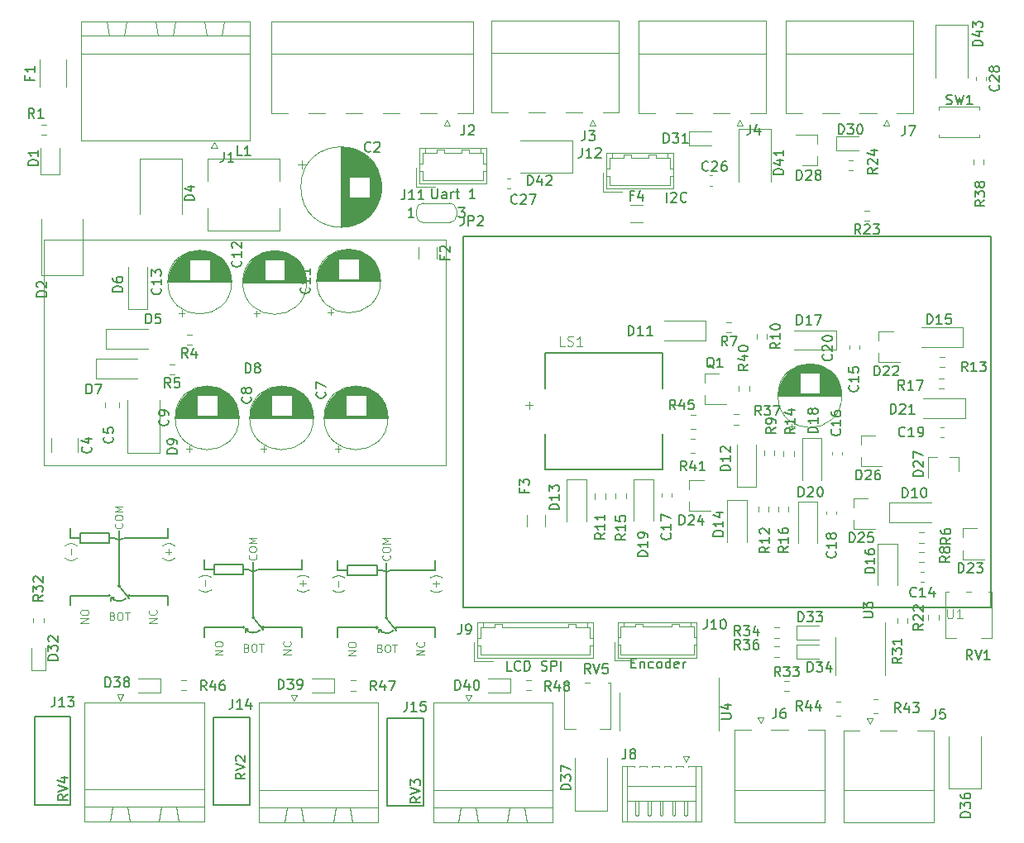
<source format=gbr>
%TF.GenerationSoftware,KiCad,Pcbnew,(5.1.9)-1*%
%TF.CreationDate,2021-04-23T08:11:54+03:00*%
%TF.ProjectId,Car_bs_controller_nex_mega,4361725f-6273-45f6-936f-6e74726f6c6c,rev?*%
%TF.SameCoordinates,Original*%
%TF.FileFunction,Legend,Top*%
%TF.FilePolarity,Positive*%
%FSLAX46Y46*%
G04 Gerber Fmt 4.6, Leading zero omitted, Abs format (unit mm)*
G04 Created by KiCad (PCBNEW (5.1.9)-1) date 2021-04-23 08:11:54*
%MOMM*%
%LPD*%
G01*
G04 APERTURE LIST*
%ADD10C,0.150000*%
%ADD11C,0.120000*%
%ADD12C,0.127000*%
%ADD13C,0.076200*%
%ADD14C,0.015000*%
G04 APERTURE END LIST*
D10*
X123763209Y-63012580D02*
X123763209Y-62012580D01*
X124191780Y-62107819D02*
X124239400Y-62060200D01*
X124334638Y-62012580D01*
X124572733Y-62012580D01*
X124667971Y-62060200D01*
X124715590Y-62107819D01*
X124763209Y-62203057D01*
X124763209Y-62298295D01*
X124715590Y-62441152D01*
X124144161Y-63012580D01*
X124763209Y-63012580D01*
X125763209Y-62917342D02*
X125715590Y-62964961D01*
X125572733Y-63012580D01*
X125477495Y-63012580D01*
X125334638Y-62964961D01*
X125239400Y-62869723D01*
X125191780Y-62774485D01*
X125144161Y-62584009D01*
X125144161Y-62441152D01*
X125191780Y-62250676D01*
X125239400Y-62155438D01*
X125334638Y-62060200D01*
X125477495Y-62012580D01*
X125572733Y-62012580D01*
X125715590Y-62060200D01*
X125763209Y-62107819D01*
X99714323Y-61644280D02*
X99714323Y-62453804D01*
X99761942Y-62549042D01*
X99809561Y-62596661D01*
X99904800Y-62644280D01*
X100095276Y-62644280D01*
X100190514Y-62596661D01*
X100238133Y-62549042D01*
X100285752Y-62453804D01*
X100285752Y-61644280D01*
X101190514Y-62644280D02*
X101190514Y-62120471D01*
X101142895Y-62025233D01*
X101047657Y-61977614D01*
X100857180Y-61977614D01*
X100761942Y-62025233D01*
X101190514Y-62596661D02*
X101095276Y-62644280D01*
X100857180Y-62644280D01*
X100761942Y-62596661D01*
X100714323Y-62501423D01*
X100714323Y-62406185D01*
X100761942Y-62310947D01*
X100857180Y-62263328D01*
X101095276Y-62263328D01*
X101190514Y-62215709D01*
X101666704Y-62644280D02*
X101666704Y-61977614D01*
X101666704Y-62168090D02*
X101714323Y-62072852D01*
X101761942Y-62025233D01*
X101857180Y-61977614D01*
X101952419Y-61977614D01*
X102142895Y-61977614D02*
X102523847Y-61977614D01*
X102285752Y-61644280D02*
X102285752Y-62501423D01*
X102333371Y-62596661D01*
X102428609Y-62644280D01*
X102523847Y-62644280D01*
X104142895Y-62644280D02*
X103571466Y-62644280D01*
X103857180Y-62644280D02*
X103857180Y-61644280D01*
X103761942Y-61787138D01*
X103666704Y-61882376D01*
X103571466Y-61929995D01*
X107874085Y-111013500D02*
X107397895Y-111013500D01*
X107397895Y-110013500D01*
X108778847Y-110918262D02*
X108731228Y-110965881D01*
X108588371Y-111013500D01*
X108493133Y-111013500D01*
X108350276Y-110965881D01*
X108255038Y-110870643D01*
X108207419Y-110775405D01*
X108159800Y-110584929D01*
X108159800Y-110442072D01*
X108207419Y-110251596D01*
X108255038Y-110156358D01*
X108350276Y-110061120D01*
X108493133Y-110013500D01*
X108588371Y-110013500D01*
X108731228Y-110061120D01*
X108778847Y-110108739D01*
X109207419Y-111013500D02*
X109207419Y-110013500D01*
X109445514Y-110013500D01*
X109588371Y-110061120D01*
X109683609Y-110156358D01*
X109731228Y-110251596D01*
X109778847Y-110442072D01*
X109778847Y-110584929D01*
X109731228Y-110775405D01*
X109683609Y-110870643D01*
X109588371Y-110965881D01*
X109445514Y-111013500D01*
X109207419Y-111013500D01*
X110921704Y-110965881D02*
X111064561Y-111013500D01*
X111302657Y-111013500D01*
X111397895Y-110965881D01*
X111445514Y-110918262D01*
X111493133Y-110823024D01*
X111493133Y-110727786D01*
X111445514Y-110632548D01*
X111397895Y-110584929D01*
X111302657Y-110537310D01*
X111112180Y-110489691D01*
X111016942Y-110442072D01*
X110969323Y-110394453D01*
X110921704Y-110299215D01*
X110921704Y-110203977D01*
X110969323Y-110108739D01*
X111016942Y-110061120D01*
X111112180Y-110013500D01*
X111350276Y-110013500D01*
X111493133Y-110061120D01*
X111921704Y-111013500D02*
X111921704Y-110013500D01*
X112302657Y-110013500D01*
X112397895Y-110061120D01*
X112445514Y-110108739D01*
X112493133Y-110203977D01*
X112493133Y-110346834D01*
X112445514Y-110442072D01*
X112397895Y-110489691D01*
X112302657Y-110537310D01*
X111921704Y-110537310D01*
X112921704Y-111013500D02*
X112921704Y-110013500D01*
X120111544Y-110225531D02*
X120444878Y-110225531D01*
X120587735Y-110749340D02*
X120111544Y-110749340D01*
X120111544Y-109749340D01*
X120587735Y-109749340D01*
X121016306Y-110082674D02*
X121016306Y-110749340D01*
X121016306Y-110177912D02*
X121063925Y-110130293D01*
X121159163Y-110082674D01*
X121302020Y-110082674D01*
X121397259Y-110130293D01*
X121444878Y-110225531D01*
X121444878Y-110749340D01*
X122349640Y-110701721D02*
X122254401Y-110749340D01*
X122063925Y-110749340D01*
X121968687Y-110701721D01*
X121921068Y-110654102D01*
X121873449Y-110558864D01*
X121873449Y-110273150D01*
X121921068Y-110177912D01*
X121968687Y-110130293D01*
X122063925Y-110082674D01*
X122254401Y-110082674D01*
X122349640Y-110130293D01*
X122921068Y-110749340D02*
X122825830Y-110701721D01*
X122778211Y-110654102D01*
X122730592Y-110558864D01*
X122730592Y-110273150D01*
X122778211Y-110177912D01*
X122825830Y-110130293D01*
X122921068Y-110082674D01*
X123063925Y-110082674D01*
X123159163Y-110130293D01*
X123206782Y-110177912D01*
X123254401Y-110273150D01*
X123254401Y-110558864D01*
X123206782Y-110654102D01*
X123159163Y-110701721D01*
X123063925Y-110749340D01*
X122921068Y-110749340D01*
X124111544Y-110749340D02*
X124111544Y-109749340D01*
X124111544Y-110701721D02*
X124016306Y-110749340D01*
X123825830Y-110749340D01*
X123730592Y-110701721D01*
X123682973Y-110654102D01*
X123635354Y-110558864D01*
X123635354Y-110273150D01*
X123682973Y-110177912D01*
X123730592Y-110130293D01*
X123825830Y-110082674D01*
X124016306Y-110082674D01*
X124111544Y-110130293D01*
X124968687Y-110701721D02*
X124873449Y-110749340D01*
X124682973Y-110749340D01*
X124587735Y-110701721D01*
X124540116Y-110606483D01*
X124540116Y-110225531D01*
X124587735Y-110130293D01*
X124682973Y-110082674D01*
X124873449Y-110082674D01*
X124968687Y-110130293D01*
X125016306Y-110225531D01*
X125016306Y-110320769D01*
X124540116Y-110416007D01*
X125444878Y-110749340D02*
X125444878Y-110082674D01*
X125444878Y-110273150D02*
X125492497Y-110177912D01*
X125540116Y-110130293D01*
X125635354Y-110082674D01*
X125730592Y-110082674D01*
D11*
%TO.C,F4*%
X120047936Y-65121200D02*
X121252064Y-65121200D01*
X120047936Y-63301200D02*
X121252064Y-63301200D01*
%TO.C,F3*%
X109478400Y-95068636D02*
X109478400Y-96272764D01*
X111298400Y-95068636D02*
X111298400Y-96272764D01*
%TO.C,F2*%
X98353200Y-67608036D02*
X98353200Y-68812164D01*
X100173200Y-67608036D02*
X100173200Y-68812164D01*
%TO.C,R1*%
X60247624Y-56097700D02*
X59738176Y-56097700D01*
X60247624Y-55052700D02*
X59738176Y-55052700D01*
%TO.C,C4*%
X63488400Y-87211248D02*
X63488400Y-88633752D01*
X60768400Y-87211248D02*
X60768400Y-88633752D01*
%TO.C,D2*%
X59699000Y-70470000D02*
X59699000Y-64770000D01*
X63999000Y-70470000D02*
X63999000Y-64770000D01*
X59699000Y-70470000D02*
X63999000Y-70470000D01*
%TO.C,D4*%
X74095500Y-58544000D02*
X74095500Y-64244000D01*
X69795500Y-58544000D02*
X69795500Y-64244000D01*
X74095500Y-58544000D02*
X69795500Y-58544000D01*
%TO.C,R40*%
X132196100Y-82371024D02*
X132196100Y-81861576D01*
X131151100Y-82371024D02*
X131151100Y-81861576D01*
%TO.C,R38*%
X155166800Y-58639616D02*
X155166800Y-59149064D01*
X156211800Y-58639616D02*
X156211800Y-59149064D01*
%TO.C,R37*%
X130628296Y-85795380D02*
X131137744Y-85795380D01*
X130628296Y-84750380D02*
X131137744Y-84750380D01*
%TO.C,R33*%
X135771796Y-113092760D02*
X136281244Y-113092760D01*
X135771796Y-112047760D02*
X136281244Y-112047760D01*
%TO.C,R31*%
X148401300Y-106114944D02*
X148401300Y-105605496D01*
X147356300Y-106114944D02*
X147356300Y-105605496D01*
%TO.C,R23*%
X144492724Y-63876700D02*
X143983276Y-63876700D01*
X144492724Y-64921700D02*
X143983276Y-64921700D01*
%TO.C,R22*%
X150518600Y-105325456D02*
X150518600Y-105834904D01*
X151563600Y-105325456D02*
X151563600Y-105834904D01*
%TO.C,R17*%
X152141644Y-81077540D02*
X151632196Y-81077540D01*
X152141644Y-82122540D02*
X151632196Y-82122540D01*
%TO.C,R16*%
X135179540Y-94246616D02*
X135179540Y-94756064D01*
X136224540Y-94246616D02*
X136224540Y-94756064D01*
%TO.C,R15*%
X119582460Y-92888976D02*
X119582460Y-93398424D01*
X118537460Y-92888976D02*
X118537460Y-93398424D01*
%TO.C,R14*%
X135702780Y-88492876D02*
X135702780Y-89002324D01*
X136747780Y-88492876D02*
X136747780Y-89002324D01*
%TO.C,R13*%
X152160064Y-78857580D02*
X151650616Y-78857580D01*
X152160064Y-79902580D02*
X151650616Y-79902580D01*
%TO.C,R12*%
X133122140Y-94211056D02*
X133122140Y-94720504D01*
X134167140Y-94211056D02*
X134167140Y-94720504D01*
%TO.C,R11*%
X117448860Y-92894056D02*
X117448860Y-93403504D01*
X116403860Y-92894056D02*
X116403860Y-93403504D01*
%TO.C,R10*%
X132959580Y-76519316D02*
X132959580Y-77028764D01*
X134004580Y-76519316D02*
X134004580Y-77028764D01*
%TO.C,R9*%
X133736820Y-88470656D02*
X133736820Y-88980104D01*
X134781820Y-88470656D02*
X134781820Y-88980104D01*
%TO.C,R8*%
X149559556Y-99902540D02*
X150069004Y-99902540D01*
X149559556Y-98857540D02*
X150069004Y-98857540D01*
%TO.C,R7*%
X130384004Y-75326980D02*
X129874556Y-75326980D01*
X130384004Y-76371980D02*
X129874556Y-76371980D01*
%TO.C,R6*%
X149556376Y-97901020D02*
X150065824Y-97901020D01*
X149556376Y-96856020D02*
X150065824Y-96856020D01*
%TO.C,R5*%
X73383224Y-79614500D02*
X72873776Y-79614500D01*
X73383224Y-80659500D02*
X72873776Y-80659500D01*
%TO.C,R4*%
X75144724Y-76566500D02*
X74635276Y-76566500D01*
X75144724Y-77611500D02*
X74635276Y-77611500D01*
%TO.C,C19*%
X152072727Y-86083680D02*
X151780193Y-86083680D01*
X152072727Y-87103680D02*
X151780193Y-87103680D01*
%TO.C,C18*%
X140089160Y-94697333D02*
X140089160Y-94989867D01*
X141109160Y-94697333D02*
X141109160Y-94989867D01*
%TO.C,C17*%
X124279120Y-92858373D02*
X124279120Y-93150907D01*
X123259120Y-92858373D02*
X123259120Y-93150907D01*
%TO.C,C16*%
X140647960Y-88600233D02*
X140647960Y-88892767D01*
X141667960Y-88600233D02*
X141667960Y-88892767D01*
%TO.C,C15*%
X142441200Y-77718873D02*
X142441200Y-78011407D01*
X143461200Y-77718873D02*
X143461200Y-78011407D01*
%TO.C,C14*%
X149743113Y-101952520D02*
X150035647Y-101952520D01*
X149743113Y-100932520D02*
X150035647Y-100932520D01*
%TO.C,C20*%
X136250600Y-86020041D02*
X136880600Y-86020041D01*
X136565600Y-86335041D02*
X136565600Y-85705041D01*
X138002600Y-79593800D02*
X138806600Y-79593800D01*
X137771600Y-79633800D02*
X139037600Y-79633800D01*
X137602600Y-79673800D02*
X139206600Y-79673800D01*
X137464600Y-79713800D02*
X139344600Y-79713800D01*
X137345600Y-79753800D02*
X139463600Y-79753800D01*
X137239600Y-79793800D02*
X139569600Y-79793800D01*
X137142600Y-79833800D02*
X139666600Y-79833800D01*
X137054600Y-79873800D02*
X139754600Y-79873800D01*
X136972600Y-79913800D02*
X139836600Y-79913800D01*
X136895600Y-79953800D02*
X139913600Y-79953800D01*
X136823600Y-79993800D02*
X139985600Y-79993800D01*
X136754600Y-80033800D02*
X140054600Y-80033800D01*
X136690600Y-80073800D02*
X140118600Y-80073800D01*
X136628600Y-80113800D02*
X140180600Y-80113800D01*
X136570600Y-80153800D02*
X140238600Y-80153800D01*
X136514600Y-80193800D02*
X140294600Y-80193800D01*
X136460600Y-80233800D02*
X140348600Y-80233800D01*
X136409600Y-80273800D02*
X140399600Y-80273800D01*
X136360600Y-80313800D02*
X140448600Y-80313800D01*
X136312600Y-80353800D02*
X140496600Y-80353800D01*
X136267600Y-80393800D02*
X140541600Y-80393800D01*
X136222600Y-80433800D02*
X140586600Y-80433800D01*
X136180600Y-80473800D02*
X140628600Y-80473800D01*
X136139600Y-80513800D02*
X140669600Y-80513800D01*
X139444600Y-80553800D02*
X140709600Y-80553800D01*
X136099600Y-80553800D02*
X137364600Y-80553800D01*
X139444600Y-80593800D02*
X140747600Y-80593800D01*
X136061600Y-80593800D02*
X137364600Y-80593800D01*
X139444600Y-80633800D02*
X140784600Y-80633800D01*
X136024600Y-80633800D02*
X137364600Y-80633800D01*
X139444600Y-80673800D02*
X140820600Y-80673800D01*
X135988600Y-80673800D02*
X137364600Y-80673800D01*
X139444600Y-80713800D02*
X140854600Y-80713800D01*
X135954600Y-80713800D02*
X137364600Y-80713800D01*
X139444600Y-80753800D02*
X140888600Y-80753800D01*
X135920600Y-80753800D02*
X137364600Y-80753800D01*
X139444600Y-80793800D02*
X140920600Y-80793800D01*
X135888600Y-80793800D02*
X137364600Y-80793800D01*
X139444600Y-80833800D02*
X140952600Y-80833800D01*
X135856600Y-80833800D02*
X137364600Y-80833800D01*
X139444600Y-80873800D02*
X140982600Y-80873800D01*
X135826600Y-80873800D02*
X137364600Y-80873800D01*
X139444600Y-80913800D02*
X141011600Y-80913800D01*
X135797600Y-80913800D02*
X137364600Y-80913800D01*
X139444600Y-80953800D02*
X141040600Y-80953800D01*
X135768600Y-80953800D02*
X137364600Y-80953800D01*
X139444600Y-80993800D02*
X141068600Y-80993800D01*
X135740600Y-80993800D02*
X137364600Y-80993800D01*
X139444600Y-81033800D02*
X141094600Y-81033800D01*
X135714600Y-81033800D02*
X137364600Y-81033800D01*
X139444600Y-81073800D02*
X141120600Y-81073800D01*
X135688600Y-81073800D02*
X137364600Y-81073800D01*
X139444600Y-81113800D02*
X141146600Y-81113800D01*
X135662600Y-81113800D02*
X137364600Y-81113800D01*
X139444600Y-81153800D02*
X141170600Y-81153800D01*
X135638600Y-81153800D02*
X137364600Y-81153800D01*
X139444600Y-81193800D02*
X141194600Y-81193800D01*
X135614600Y-81193800D02*
X137364600Y-81193800D01*
X139444600Y-81233800D02*
X141216600Y-81233800D01*
X135592600Y-81233800D02*
X137364600Y-81233800D01*
X139444600Y-81273800D02*
X141238600Y-81273800D01*
X135570600Y-81273800D02*
X137364600Y-81273800D01*
X139444600Y-81313800D02*
X141260600Y-81313800D01*
X135548600Y-81313800D02*
X137364600Y-81313800D01*
X139444600Y-81353800D02*
X141280600Y-81353800D01*
X135528600Y-81353800D02*
X137364600Y-81353800D01*
X139444600Y-81393800D02*
X141300600Y-81393800D01*
X135508600Y-81393800D02*
X137364600Y-81393800D01*
X139444600Y-81433800D02*
X141320600Y-81433800D01*
X135488600Y-81433800D02*
X137364600Y-81433800D01*
X139444600Y-81473800D02*
X141338600Y-81473800D01*
X135470600Y-81473800D02*
X137364600Y-81473800D01*
X139444600Y-81513800D02*
X141356600Y-81513800D01*
X135452600Y-81513800D02*
X137364600Y-81513800D01*
X139444600Y-81553800D02*
X141374600Y-81553800D01*
X135434600Y-81553800D02*
X137364600Y-81553800D01*
X139444600Y-81593800D02*
X141390600Y-81593800D01*
X135418600Y-81593800D02*
X137364600Y-81593800D01*
X139444600Y-81633800D02*
X141406600Y-81633800D01*
X135402600Y-81633800D02*
X137364600Y-81633800D01*
X139444600Y-81673800D02*
X141422600Y-81673800D01*
X135386600Y-81673800D02*
X137364600Y-81673800D01*
X139444600Y-81713800D02*
X141437600Y-81713800D01*
X135371600Y-81713800D02*
X137364600Y-81713800D01*
X139444600Y-81753800D02*
X141451600Y-81753800D01*
X135357600Y-81753800D02*
X137364600Y-81753800D01*
X139444600Y-81793800D02*
X141465600Y-81793800D01*
X135343600Y-81793800D02*
X137364600Y-81793800D01*
X139444600Y-81833800D02*
X141478600Y-81833800D01*
X135330600Y-81833800D02*
X137364600Y-81833800D01*
X139444600Y-81873800D02*
X141490600Y-81873800D01*
X135318600Y-81873800D02*
X137364600Y-81873800D01*
X139444600Y-81913800D02*
X141502600Y-81913800D01*
X135306600Y-81913800D02*
X137364600Y-81913800D01*
X139444600Y-81953800D02*
X141514600Y-81953800D01*
X135294600Y-81953800D02*
X137364600Y-81953800D01*
X139444600Y-81993800D02*
X141525600Y-81993800D01*
X135283600Y-81993800D02*
X137364600Y-81993800D01*
X139444600Y-82033800D02*
X141535600Y-82033800D01*
X135273600Y-82033800D02*
X137364600Y-82033800D01*
X139444600Y-82073800D02*
X141545600Y-82073800D01*
X135263600Y-82073800D02*
X137364600Y-82073800D01*
X139444600Y-82113800D02*
X141554600Y-82113800D01*
X135254600Y-82113800D02*
X137364600Y-82113800D01*
X139444600Y-82154800D02*
X141563600Y-82154800D01*
X135245600Y-82154800D02*
X137364600Y-82154800D01*
X139444600Y-82194800D02*
X141571600Y-82194800D01*
X135237600Y-82194800D02*
X137364600Y-82194800D01*
X139444600Y-82234800D02*
X141579600Y-82234800D01*
X135229600Y-82234800D02*
X137364600Y-82234800D01*
X139444600Y-82274800D02*
X141586600Y-82274800D01*
X135222600Y-82274800D02*
X137364600Y-82274800D01*
X139444600Y-82314800D02*
X141593600Y-82314800D01*
X135215600Y-82314800D02*
X137364600Y-82314800D01*
X139444600Y-82354800D02*
X141599600Y-82354800D01*
X135209600Y-82354800D02*
X137364600Y-82354800D01*
X139444600Y-82394800D02*
X141605600Y-82394800D01*
X135203600Y-82394800D02*
X137364600Y-82394800D01*
X139444600Y-82434800D02*
X141610600Y-82434800D01*
X135198600Y-82434800D02*
X137364600Y-82434800D01*
X139444600Y-82474800D02*
X141615600Y-82474800D01*
X135193600Y-82474800D02*
X137364600Y-82474800D01*
X139444600Y-82514800D02*
X141619600Y-82514800D01*
X135189600Y-82514800D02*
X137364600Y-82514800D01*
X139444600Y-82554800D02*
X141622600Y-82554800D01*
X135186600Y-82554800D02*
X137364600Y-82554800D01*
X139444600Y-82594800D02*
X141626600Y-82594800D01*
X135182600Y-82594800D02*
X137364600Y-82594800D01*
X135180600Y-82634800D02*
X141628600Y-82634800D01*
X135177600Y-82674800D02*
X141631600Y-82674800D01*
X135176600Y-82714800D02*
X141632600Y-82714800D01*
X135174600Y-82754800D02*
X141634600Y-82754800D01*
X135174600Y-82794800D02*
X141634600Y-82794800D01*
X135174600Y-82834800D02*
X141634600Y-82834800D01*
X141674600Y-82834800D02*
G75*
G03*
X141674600Y-82834800I-3270000J0D01*
G01*
%TO.C,L1*%
X84154500Y-63630000D02*
X84154500Y-65930000D01*
X84154500Y-65930000D02*
X76754500Y-65930000D01*
X76754500Y-65930000D02*
X76754500Y-63630000D01*
X76754500Y-60830000D02*
X76754500Y-58530000D01*
X76754500Y-58530000D02*
X84154500Y-58530000D01*
X84154500Y-58530000D02*
X84154500Y-60830000D01*
%TO.C,C13*%
X73792000Y-74388741D02*
X74422000Y-74388741D01*
X74107000Y-74703741D02*
X74107000Y-74073741D01*
X75544000Y-67962500D02*
X76348000Y-67962500D01*
X75313000Y-68002500D02*
X76579000Y-68002500D01*
X75144000Y-68042500D02*
X76748000Y-68042500D01*
X75006000Y-68082500D02*
X76886000Y-68082500D01*
X74887000Y-68122500D02*
X77005000Y-68122500D01*
X74781000Y-68162500D02*
X77111000Y-68162500D01*
X74684000Y-68202500D02*
X77208000Y-68202500D01*
X74596000Y-68242500D02*
X77296000Y-68242500D01*
X74514000Y-68282500D02*
X77378000Y-68282500D01*
X74437000Y-68322500D02*
X77455000Y-68322500D01*
X74365000Y-68362500D02*
X77527000Y-68362500D01*
X74296000Y-68402500D02*
X77596000Y-68402500D01*
X74232000Y-68442500D02*
X77660000Y-68442500D01*
X74170000Y-68482500D02*
X77722000Y-68482500D01*
X74112000Y-68522500D02*
X77780000Y-68522500D01*
X74056000Y-68562500D02*
X77836000Y-68562500D01*
X74002000Y-68602500D02*
X77890000Y-68602500D01*
X73951000Y-68642500D02*
X77941000Y-68642500D01*
X73902000Y-68682500D02*
X77990000Y-68682500D01*
X73854000Y-68722500D02*
X78038000Y-68722500D01*
X73809000Y-68762500D02*
X78083000Y-68762500D01*
X73764000Y-68802500D02*
X78128000Y-68802500D01*
X73722000Y-68842500D02*
X78170000Y-68842500D01*
X73681000Y-68882500D02*
X78211000Y-68882500D01*
X76986000Y-68922500D02*
X78251000Y-68922500D01*
X73641000Y-68922500D02*
X74906000Y-68922500D01*
X76986000Y-68962500D02*
X78289000Y-68962500D01*
X73603000Y-68962500D02*
X74906000Y-68962500D01*
X76986000Y-69002500D02*
X78326000Y-69002500D01*
X73566000Y-69002500D02*
X74906000Y-69002500D01*
X76986000Y-69042500D02*
X78362000Y-69042500D01*
X73530000Y-69042500D02*
X74906000Y-69042500D01*
X76986000Y-69082500D02*
X78396000Y-69082500D01*
X73496000Y-69082500D02*
X74906000Y-69082500D01*
X76986000Y-69122500D02*
X78430000Y-69122500D01*
X73462000Y-69122500D02*
X74906000Y-69122500D01*
X76986000Y-69162500D02*
X78462000Y-69162500D01*
X73430000Y-69162500D02*
X74906000Y-69162500D01*
X76986000Y-69202500D02*
X78494000Y-69202500D01*
X73398000Y-69202500D02*
X74906000Y-69202500D01*
X76986000Y-69242500D02*
X78524000Y-69242500D01*
X73368000Y-69242500D02*
X74906000Y-69242500D01*
X76986000Y-69282500D02*
X78553000Y-69282500D01*
X73339000Y-69282500D02*
X74906000Y-69282500D01*
X76986000Y-69322500D02*
X78582000Y-69322500D01*
X73310000Y-69322500D02*
X74906000Y-69322500D01*
X76986000Y-69362500D02*
X78610000Y-69362500D01*
X73282000Y-69362500D02*
X74906000Y-69362500D01*
X76986000Y-69402500D02*
X78636000Y-69402500D01*
X73256000Y-69402500D02*
X74906000Y-69402500D01*
X76986000Y-69442500D02*
X78662000Y-69442500D01*
X73230000Y-69442500D02*
X74906000Y-69442500D01*
X76986000Y-69482500D02*
X78688000Y-69482500D01*
X73204000Y-69482500D02*
X74906000Y-69482500D01*
X76986000Y-69522500D02*
X78712000Y-69522500D01*
X73180000Y-69522500D02*
X74906000Y-69522500D01*
X76986000Y-69562500D02*
X78736000Y-69562500D01*
X73156000Y-69562500D02*
X74906000Y-69562500D01*
X76986000Y-69602500D02*
X78758000Y-69602500D01*
X73134000Y-69602500D02*
X74906000Y-69602500D01*
X76986000Y-69642500D02*
X78780000Y-69642500D01*
X73112000Y-69642500D02*
X74906000Y-69642500D01*
X76986000Y-69682500D02*
X78802000Y-69682500D01*
X73090000Y-69682500D02*
X74906000Y-69682500D01*
X76986000Y-69722500D02*
X78822000Y-69722500D01*
X73070000Y-69722500D02*
X74906000Y-69722500D01*
X76986000Y-69762500D02*
X78842000Y-69762500D01*
X73050000Y-69762500D02*
X74906000Y-69762500D01*
X76986000Y-69802500D02*
X78862000Y-69802500D01*
X73030000Y-69802500D02*
X74906000Y-69802500D01*
X76986000Y-69842500D02*
X78880000Y-69842500D01*
X73012000Y-69842500D02*
X74906000Y-69842500D01*
X76986000Y-69882500D02*
X78898000Y-69882500D01*
X72994000Y-69882500D02*
X74906000Y-69882500D01*
X76986000Y-69922500D02*
X78916000Y-69922500D01*
X72976000Y-69922500D02*
X74906000Y-69922500D01*
X76986000Y-69962500D02*
X78932000Y-69962500D01*
X72960000Y-69962500D02*
X74906000Y-69962500D01*
X76986000Y-70002500D02*
X78948000Y-70002500D01*
X72944000Y-70002500D02*
X74906000Y-70002500D01*
X76986000Y-70042500D02*
X78964000Y-70042500D01*
X72928000Y-70042500D02*
X74906000Y-70042500D01*
X76986000Y-70082500D02*
X78979000Y-70082500D01*
X72913000Y-70082500D02*
X74906000Y-70082500D01*
X76986000Y-70122500D02*
X78993000Y-70122500D01*
X72899000Y-70122500D02*
X74906000Y-70122500D01*
X76986000Y-70162500D02*
X79007000Y-70162500D01*
X72885000Y-70162500D02*
X74906000Y-70162500D01*
X76986000Y-70202500D02*
X79020000Y-70202500D01*
X72872000Y-70202500D02*
X74906000Y-70202500D01*
X76986000Y-70242500D02*
X79032000Y-70242500D01*
X72860000Y-70242500D02*
X74906000Y-70242500D01*
X76986000Y-70282500D02*
X79044000Y-70282500D01*
X72848000Y-70282500D02*
X74906000Y-70282500D01*
X76986000Y-70322500D02*
X79056000Y-70322500D01*
X72836000Y-70322500D02*
X74906000Y-70322500D01*
X76986000Y-70362500D02*
X79067000Y-70362500D01*
X72825000Y-70362500D02*
X74906000Y-70362500D01*
X76986000Y-70402500D02*
X79077000Y-70402500D01*
X72815000Y-70402500D02*
X74906000Y-70402500D01*
X76986000Y-70442500D02*
X79087000Y-70442500D01*
X72805000Y-70442500D02*
X74906000Y-70442500D01*
X76986000Y-70482500D02*
X79096000Y-70482500D01*
X72796000Y-70482500D02*
X74906000Y-70482500D01*
X76986000Y-70523500D02*
X79105000Y-70523500D01*
X72787000Y-70523500D02*
X74906000Y-70523500D01*
X76986000Y-70563500D02*
X79113000Y-70563500D01*
X72779000Y-70563500D02*
X74906000Y-70563500D01*
X76986000Y-70603500D02*
X79121000Y-70603500D01*
X72771000Y-70603500D02*
X74906000Y-70603500D01*
X76986000Y-70643500D02*
X79128000Y-70643500D01*
X72764000Y-70643500D02*
X74906000Y-70643500D01*
X76986000Y-70683500D02*
X79135000Y-70683500D01*
X72757000Y-70683500D02*
X74906000Y-70683500D01*
X76986000Y-70723500D02*
X79141000Y-70723500D01*
X72751000Y-70723500D02*
X74906000Y-70723500D01*
X76986000Y-70763500D02*
X79147000Y-70763500D01*
X72745000Y-70763500D02*
X74906000Y-70763500D01*
X76986000Y-70803500D02*
X79152000Y-70803500D01*
X72740000Y-70803500D02*
X74906000Y-70803500D01*
X76986000Y-70843500D02*
X79157000Y-70843500D01*
X72735000Y-70843500D02*
X74906000Y-70843500D01*
X76986000Y-70883500D02*
X79161000Y-70883500D01*
X72731000Y-70883500D02*
X74906000Y-70883500D01*
X76986000Y-70923500D02*
X79164000Y-70923500D01*
X72728000Y-70923500D02*
X74906000Y-70923500D01*
X76986000Y-70963500D02*
X79168000Y-70963500D01*
X72724000Y-70963500D02*
X74906000Y-70963500D01*
X72722000Y-71003500D02*
X79170000Y-71003500D01*
X72719000Y-71043500D02*
X79173000Y-71043500D01*
X72718000Y-71083500D02*
X79174000Y-71083500D01*
X72716000Y-71123500D02*
X79176000Y-71123500D01*
X72716000Y-71163500D02*
X79176000Y-71163500D01*
X72716000Y-71203500D02*
X79176000Y-71203500D01*
X79216000Y-71203500D02*
G75*
G03*
X79216000Y-71203500I-3270000J0D01*
G01*
%TO.C,C11*%
X89032000Y-74274441D02*
X89662000Y-74274441D01*
X89347000Y-74589441D02*
X89347000Y-73959441D01*
X90784000Y-67848200D02*
X91588000Y-67848200D01*
X90553000Y-67888200D02*
X91819000Y-67888200D01*
X90384000Y-67928200D02*
X91988000Y-67928200D01*
X90246000Y-67968200D02*
X92126000Y-67968200D01*
X90127000Y-68008200D02*
X92245000Y-68008200D01*
X90021000Y-68048200D02*
X92351000Y-68048200D01*
X89924000Y-68088200D02*
X92448000Y-68088200D01*
X89836000Y-68128200D02*
X92536000Y-68128200D01*
X89754000Y-68168200D02*
X92618000Y-68168200D01*
X89677000Y-68208200D02*
X92695000Y-68208200D01*
X89605000Y-68248200D02*
X92767000Y-68248200D01*
X89536000Y-68288200D02*
X92836000Y-68288200D01*
X89472000Y-68328200D02*
X92900000Y-68328200D01*
X89410000Y-68368200D02*
X92962000Y-68368200D01*
X89352000Y-68408200D02*
X93020000Y-68408200D01*
X89296000Y-68448200D02*
X93076000Y-68448200D01*
X89242000Y-68488200D02*
X93130000Y-68488200D01*
X89191000Y-68528200D02*
X93181000Y-68528200D01*
X89142000Y-68568200D02*
X93230000Y-68568200D01*
X89094000Y-68608200D02*
X93278000Y-68608200D01*
X89049000Y-68648200D02*
X93323000Y-68648200D01*
X89004000Y-68688200D02*
X93368000Y-68688200D01*
X88962000Y-68728200D02*
X93410000Y-68728200D01*
X88921000Y-68768200D02*
X93451000Y-68768200D01*
X92226000Y-68808200D02*
X93491000Y-68808200D01*
X88881000Y-68808200D02*
X90146000Y-68808200D01*
X92226000Y-68848200D02*
X93529000Y-68848200D01*
X88843000Y-68848200D02*
X90146000Y-68848200D01*
X92226000Y-68888200D02*
X93566000Y-68888200D01*
X88806000Y-68888200D02*
X90146000Y-68888200D01*
X92226000Y-68928200D02*
X93602000Y-68928200D01*
X88770000Y-68928200D02*
X90146000Y-68928200D01*
X92226000Y-68968200D02*
X93636000Y-68968200D01*
X88736000Y-68968200D02*
X90146000Y-68968200D01*
X92226000Y-69008200D02*
X93670000Y-69008200D01*
X88702000Y-69008200D02*
X90146000Y-69008200D01*
X92226000Y-69048200D02*
X93702000Y-69048200D01*
X88670000Y-69048200D02*
X90146000Y-69048200D01*
X92226000Y-69088200D02*
X93734000Y-69088200D01*
X88638000Y-69088200D02*
X90146000Y-69088200D01*
X92226000Y-69128200D02*
X93764000Y-69128200D01*
X88608000Y-69128200D02*
X90146000Y-69128200D01*
X92226000Y-69168200D02*
X93793000Y-69168200D01*
X88579000Y-69168200D02*
X90146000Y-69168200D01*
X92226000Y-69208200D02*
X93822000Y-69208200D01*
X88550000Y-69208200D02*
X90146000Y-69208200D01*
X92226000Y-69248200D02*
X93850000Y-69248200D01*
X88522000Y-69248200D02*
X90146000Y-69248200D01*
X92226000Y-69288200D02*
X93876000Y-69288200D01*
X88496000Y-69288200D02*
X90146000Y-69288200D01*
X92226000Y-69328200D02*
X93902000Y-69328200D01*
X88470000Y-69328200D02*
X90146000Y-69328200D01*
X92226000Y-69368200D02*
X93928000Y-69368200D01*
X88444000Y-69368200D02*
X90146000Y-69368200D01*
X92226000Y-69408200D02*
X93952000Y-69408200D01*
X88420000Y-69408200D02*
X90146000Y-69408200D01*
X92226000Y-69448200D02*
X93976000Y-69448200D01*
X88396000Y-69448200D02*
X90146000Y-69448200D01*
X92226000Y-69488200D02*
X93998000Y-69488200D01*
X88374000Y-69488200D02*
X90146000Y-69488200D01*
X92226000Y-69528200D02*
X94020000Y-69528200D01*
X88352000Y-69528200D02*
X90146000Y-69528200D01*
X92226000Y-69568200D02*
X94042000Y-69568200D01*
X88330000Y-69568200D02*
X90146000Y-69568200D01*
X92226000Y-69608200D02*
X94062000Y-69608200D01*
X88310000Y-69608200D02*
X90146000Y-69608200D01*
X92226000Y-69648200D02*
X94082000Y-69648200D01*
X88290000Y-69648200D02*
X90146000Y-69648200D01*
X92226000Y-69688200D02*
X94102000Y-69688200D01*
X88270000Y-69688200D02*
X90146000Y-69688200D01*
X92226000Y-69728200D02*
X94120000Y-69728200D01*
X88252000Y-69728200D02*
X90146000Y-69728200D01*
X92226000Y-69768200D02*
X94138000Y-69768200D01*
X88234000Y-69768200D02*
X90146000Y-69768200D01*
X92226000Y-69808200D02*
X94156000Y-69808200D01*
X88216000Y-69808200D02*
X90146000Y-69808200D01*
X92226000Y-69848200D02*
X94172000Y-69848200D01*
X88200000Y-69848200D02*
X90146000Y-69848200D01*
X92226000Y-69888200D02*
X94188000Y-69888200D01*
X88184000Y-69888200D02*
X90146000Y-69888200D01*
X92226000Y-69928200D02*
X94204000Y-69928200D01*
X88168000Y-69928200D02*
X90146000Y-69928200D01*
X92226000Y-69968200D02*
X94219000Y-69968200D01*
X88153000Y-69968200D02*
X90146000Y-69968200D01*
X92226000Y-70008200D02*
X94233000Y-70008200D01*
X88139000Y-70008200D02*
X90146000Y-70008200D01*
X92226000Y-70048200D02*
X94247000Y-70048200D01*
X88125000Y-70048200D02*
X90146000Y-70048200D01*
X92226000Y-70088200D02*
X94260000Y-70088200D01*
X88112000Y-70088200D02*
X90146000Y-70088200D01*
X92226000Y-70128200D02*
X94272000Y-70128200D01*
X88100000Y-70128200D02*
X90146000Y-70128200D01*
X92226000Y-70168200D02*
X94284000Y-70168200D01*
X88088000Y-70168200D02*
X90146000Y-70168200D01*
X92226000Y-70208200D02*
X94296000Y-70208200D01*
X88076000Y-70208200D02*
X90146000Y-70208200D01*
X92226000Y-70248200D02*
X94307000Y-70248200D01*
X88065000Y-70248200D02*
X90146000Y-70248200D01*
X92226000Y-70288200D02*
X94317000Y-70288200D01*
X88055000Y-70288200D02*
X90146000Y-70288200D01*
X92226000Y-70328200D02*
X94327000Y-70328200D01*
X88045000Y-70328200D02*
X90146000Y-70328200D01*
X92226000Y-70368200D02*
X94336000Y-70368200D01*
X88036000Y-70368200D02*
X90146000Y-70368200D01*
X92226000Y-70409200D02*
X94345000Y-70409200D01*
X88027000Y-70409200D02*
X90146000Y-70409200D01*
X92226000Y-70449200D02*
X94353000Y-70449200D01*
X88019000Y-70449200D02*
X90146000Y-70449200D01*
X92226000Y-70489200D02*
X94361000Y-70489200D01*
X88011000Y-70489200D02*
X90146000Y-70489200D01*
X92226000Y-70529200D02*
X94368000Y-70529200D01*
X88004000Y-70529200D02*
X90146000Y-70529200D01*
X92226000Y-70569200D02*
X94375000Y-70569200D01*
X87997000Y-70569200D02*
X90146000Y-70569200D01*
X92226000Y-70609200D02*
X94381000Y-70609200D01*
X87991000Y-70609200D02*
X90146000Y-70609200D01*
X92226000Y-70649200D02*
X94387000Y-70649200D01*
X87985000Y-70649200D02*
X90146000Y-70649200D01*
X92226000Y-70689200D02*
X94392000Y-70689200D01*
X87980000Y-70689200D02*
X90146000Y-70689200D01*
X92226000Y-70729200D02*
X94397000Y-70729200D01*
X87975000Y-70729200D02*
X90146000Y-70729200D01*
X92226000Y-70769200D02*
X94401000Y-70769200D01*
X87971000Y-70769200D02*
X90146000Y-70769200D01*
X92226000Y-70809200D02*
X94404000Y-70809200D01*
X87968000Y-70809200D02*
X90146000Y-70809200D01*
X92226000Y-70849200D02*
X94408000Y-70849200D01*
X87964000Y-70849200D02*
X90146000Y-70849200D01*
X87962000Y-70889200D02*
X94410000Y-70889200D01*
X87959000Y-70929200D02*
X94413000Y-70929200D01*
X87958000Y-70969200D02*
X94414000Y-70969200D01*
X87956000Y-71009200D02*
X94416000Y-71009200D01*
X87956000Y-71049200D02*
X94416000Y-71049200D01*
X87956000Y-71089200D02*
X94416000Y-71089200D01*
X94456000Y-71089200D02*
G75*
G03*
X94456000Y-71089200I-3270000J0D01*
G01*
%TO.C,C12*%
X86886800Y-71241600D02*
G75*
G03*
X86886800Y-71241600I-3270000J0D01*
G01*
X80386800Y-71241600D02*
X86846800Y-71241600D01*
X80386800Y-71201600D02*
X86846800Y-71201600D01*
X80386800Y-71161600D02*
X86846800Y-71161600D01*
X80388800Y-71121600D02*
X86844800Y-71121600D01*
X80389800Y-71081600D02*
X86843800Y-71081600D01*
X80392800Y-71041600D02*
X86840800Y-71041600D01*
X80394800Y-71001600D02*
X82576800Y-71001600D01*
X84656800Y-71001600D02*
X86838800Y-71001600D01*
X80398800Y-70961600D02*
X82576800Y-70961600D01*
X84656800Y-70961600D02*
X86834800Y-70961600D01*
X80401800Y-70921600D02*
X82576800Y-70921600D01*
X84656800Y-70921600D02*
X86831800Y-70921600D01*
X80405800Y-70881600D02*
X82576800Y-70881600D01*
X84656800Y-70881600D02*
X86827800Y-70881600D01*
X80410800Y-70841600D02*
X82576800Y-70841600D01*
X84656800Y-70841600D02*
X86822800Y-70841600D01*
X80415800Y-70801600D02*
X82576800Y-70801600D01*
X84656800Y-70801600D02*
X86817800Y-70801600D01*
X80421800Y-70761600D02*
X82576800Y-70761600D01*
X84656800Y-70761600D02*
X86811800Y-70761600D01*
X80427800Y-70721600D02*
X82576800Y-70721600D01*
X84656800Y-70721600D02*
X86805800Y-70721600D01*
X80434800Y-70681600D02*
X82576800Y-70681600D01*
X84656800Y-70681600D02*
X86798800Y-70681600D01*
X80441800Y-70641600D02*
X82576800Y-70641600D01*
X84656800Y-70641600D02*
X86791800Y-70641600D01*
X80449800Y-70601600D02*
X82576800Y-70601600D01*
X84656800Y-70601600D02*
X86783800Y-70601600D01*
X80457800Y-70561600D02*
X82576800Y-70561600D01*
X84656800Y-70561600D02*
X86775800Y-70561600D01*
X80466800Y-70520600D02*
X82576800Y-70520600D01*
X84656800Y-70520600D02*
X86766800Y-70520600D01*
X80475800Y-70480600D02*
X82576800Y-70480600D01*
X84656800Y-70480600D02*
X86757800Y-70480600D01*
X80485800Y-70440600D02*
X82576800Y-70440600D01*
X84656800Y-70440600D02*
X86747800Y-70440600D01*
X80495800Y-70400600D02*
X82576800Y-70400600D01*
X84656800Y-70400600D02*
X86737800Y-70400600D01*
X80506800Y-70360600D02*
X82576800Y-70360600D01*
X84656800Y-70360600D02*
X86726800Y-70360600D01*
X80518800Y-70320600D02*
X82576800Y-70320600D01*
X84656800Y-70320600D02*
X86714800Y-70320600D01*
X80530800Y-70280600D02*
X82576800Y-70280600D01*
X84656800Y-70280600D02*
X86702800Y-70280600D01*
X80542800Y-70240600D02*
X82576800Y-70240600D01*
X84656800Y-70240600D02*
X86690800Y-70240600D01*
X80555800Y-70200600D02*
X82576800Y-70200600D01*
X84656800Y-70200600D02*
X86677800Y-70200600D01*
X80569800Y-70160600D02*
X82576800Y-70160600D01*
X84656800Y-70160600D02*
X86663800Y-70160600D01*
X80583800Y-70120600D02*
X82576800Y-70120600D01*
X84656800Y-70120600D02*
X86649800Y-70120600D01*
X80598800Y-70080600D02*
X82576800Y-70080600D01*
X84656800Y-70080600D02*
X86634800Y-70080600D01*
X80614800Y-70040600D02*
X82576800Y-70040600D01*
X84656800Y-70040600D02*
X86618800Y-70040600D01*
X80630800Y-70000600D02*
X82576800Y-70000600D01*
X84656800Y-70000600D02*
X86602800Y-70000600D01*
X80646800Y-69960600D02*
X82576800Y-69960600D01*
X84656800Y-69960600D02*
X86586800Y-69960600D01*
X80664800Y-69920600D02*
X82576800Y-69920600D01*
X84656800Y-69920600D02*
X86568800Y-69920600D01*
X80682800Y-69880600D02*
X82576800Y-69880600D01*
X84656800Y-69880600D02*
X86550800Y-69880600D01*
X80700800Y-69840600D02*
X82576800Y-69840600D01*
X84656800Y-69840600D02*
X86532800Y-69840600D01*
X80720800Y-69800600D02*
X82576800Y-69800600D01*
X84656800Y-69800600D02*
X86512800Y-69800600D01*
X80740800Y-69760600D02*
X82576800Y-69760600D01*
X84656800Y-69760600D02*
X86492800Y-69760600D01*
X80760800Y-69720600D02*
X82576800Y-69720600D01*
X84656800Y-69720600D02*
X86472800Y-69720600D01*
X80782800Y-69680600D02*
X82576800Y-69680600D01*
X84656800Y-69680600D02*
X86450800Y-69680600D01*
X80804800Y-69640600D02*
X82576800Y-69640600D01*
X84656800Y-69640600D02*
X86428800Y-69640600D01*
X80826800Y-69600600D02*
X82576800Y-69600600D01*
X84656800Y-69600600D02*
X86406800Y-69600600D01*
X80850800Y-69560600D02*
X82576800Y-69560600D01*
X84656800Y-69560600D02*
X86382800Y-69560600D01*
X80874800Y-69520600D02*
X82576800Y-69520600D01*
X84656800Y-69520600D02*
X86358800Y-69520600D01*
X80900800Y-69480600D02*
X82576800Y-69480600D01*
X84656800Y-69480600D02*
X86332800Y-69480600D01*
X80926800Y-69440600D02*
X82576800Y-69440600D01*
X84656800Y-69440600D02*
X86306800Y-69440600D01*
X80952800Y-69400600D02*
X82576800Y-69400600D01*
X84656800Y-69400600D02*
X86280800Y-69400600D01*
X80980800Y-69360600D02*
X82576800Y-69360600D01*
X84656800Y-69360600D02*
X86252800Y-69360600D01*
X81009800Y-69320600D02*
X82576800Y-69320600D01*
X84656800Y-69320600D02*
X86223800Y-69320600D01*
X81038800Y-69280600D02*
X82576800Y-69280600D01*
X84656800Y-69280600D02*
X86194800Y-69280600D01*
X81068800Y-69240600D02*
X82576800Y-69240600D01*
X84656800Y-69240600D02*
X86164800Y-69240600D01*
X81100800Y-69200600D02*
X82576800Y-69200600D01*
X84656800Y-69200600D02*
X86132800Y-69200600D01*
X81132800Y-69160600D02*
X82576800Y-69160600D01*
X84656800Y-69160600D02*
X86100800Y-69160600D01*
X81166800Y-69120600D02*
X82576800Y-69120600D01*
X84656800Y-69120600D02*
X86066800Y-69120600D01*
X81200800Y-69080600D02*
X82576800Y-69080600D01*
X84656800Y-69080600D02*
X86032800Y-69080600D01*
X81236800Y-69040600D02*
X82576800Y-69040600D01*
X84656800Y-69040600D02*
X85996800Y-69040600D01*
X81273800Y-69000600D02*
X82576800Y-69000600D01*
X84656800Y-69000600D02*
X85959800Y-69000600D01*
X81311800Y-68960600D02*
X82576800Y-68960600D01*
X84656800Y-68960600D02*
X85921800Y-68960600D01*
X81351800Y-68920600D02*
X85881800Y-68920600D01*
X81392800Y-68880600D02*
X85840800Y-68880600D01*
X81434800Y-68840600D02*
X85798800Y-68840600D01*
X81479800Y-68800600D02*
X85753800Y-68800600D01*
X81524800Y-68760600D02*
X85708800Y-68760600D01*
X81572800Y-68720600D02*
X85660800Y-68720600D01*
X81621800Y-68680600D02*
X85611800Y-68680600D01*
X81672800Y-68640600D02*
X85560800Y-68640600D01*
X81726800Y-68600600D02*
X85506800Y-68600600D01*
X81782800Y-68560600D02*
X85450800Y-68560600D01*
X81840800Y-68520600D02*
X85392800Y-68520600D01*
X81902800Y-68480600D02*
X85330800Y-68480600D01*
X81966800Y-68440600D02*
X85266800Y-68440600D01*
X82035800Y-68400600D02*
X85197800Y-68400600D01*
X82107800Y-68360600D02*
X85125800Y-68360600D01*
X82184800Y-68320600D02*
X85048800Y-68320600D01*
X82266800Y-68280600D02*
X84966800Y-68280600D01*
X82354800Y-68240600D02*
X84878800Y-68240600D01*
X82451800Y-68200600D02*
X84781800Y-68200600D01*
X82557800Y-68160600D02*
X84675800Y-68160600D01*
X82676800Y-68120600D02*
X84556800Y-68120600D01*
X82814800Y-68080600D02*
X84418800Y-68080600D01*
X82983800Y-68040600D02*
X84249800Y-68040600D01*
X83214800Y-68000600D02*
X84018800Y-68000600D01*
X81777800Y-74741841D02*
X81777800Y-74111841D01*
X81462800Y-74426841D02*
X82092800Y-74426841D01*
%TO.C,C9*%
X79978000Y-85110000D02*
G75*
G03*
X79978000Y-85110000I-3270000J0D01*
G01*
X73478000Y-85110000D02*
X79938000Y-85110000D01*
X73478000Y-85070000D02*
X79938000Y-85070000D01*
X73478000Y-85030000D02*
X79938000Y-85030000D01*
X73480000Y-84990000D02*
X79936000Y-84990000D01*
X73481000Y-84950000D02*
X79935000Y-84950000D01*
X73484000Y-84910000D02*
X79932000Y-84910000D01*
X73486000Y-84870000D02*
X75668000Y-84870000D01*
X77748000Y-84870000D02*
X79930000Y-84870000D01*
X73490000Y-84830000D02*
X75668000Y-84830000D01*
X77748000Y-84830000D02*
X79926000Y-84830000D01*
X73493000Y-84790000D02*
X75668000Y-84790000D01*
X77748000Y-84790000D02*
X79923000Y-84790000D01*
X73497000Y-84750000D02*
X75668000Y-84750000D01*
X77748000Y-84750000D02*
X79919000Y-84750000D01*
X73502000Y-84710000D02*
X75668000Y-84710000D01*
X77748000Y-84710000D02*
X79914000Y-84710000D01*
X73507000Y-84670000D02*
X75668000Y-84670000D01*
X77748000Y-84670000D02*
X79909000Y-84670000D01*
X73513000Y-84630000D02*
X75668000Y-84630000D01*
X77748000Y-84630000D02*
X79903000Y-84630000D01*
X73519000Y-84590000D02*
X75668000Y-84590000D01*
X77748000Y-84590000D02*
X79897000Y-84590000D01*
X73526000Y-84550000D02*
X75668000Y-84550000D01*
X77748000Y-84550000D02*
X79890000Y-84550000D01*
X73533000Y-84510000D02*
X75668000Y-84510000D01*
X77748000Y-84510000D02*
X79883000Y-84510000D01*
X73541000Y-84470000D02*
X75668000Y-84470000D01*
X77748000Y-84470000D02*
X79875000Y-84470000D01*
X73549000Y-84430000D02*
X75668000Y-84430000D01*
X77748000Y-84430000D02*
X79867000Y-84430000D01*
X73558000Y-84389000D02*
X75668000Y-84389000D01*
X77748000Y-84389000D02*
X79858000Y-84389000D01*
X73567000Y-84349000D02*
X75668000Y-84349000D01*
X77748000Y-84349000D02*
X79849000Y-84349000D01*
X73577000Y-84309000D02*
X75668000Y-84309000D01*
X77748000Y-84309000D02*
X79839000Y-84309000D01*
X73587000Y-84269000D02*
X75668000Y-84269000D01*
X77748000Y-84269000D02*
X79829000Y-84269000D01*
X73598000Y-84229000D02*
X75668000Y-84229000D01*
X77748000Y-84229000D02*
X79818000Y-84229000D01*
X73610000Y-84189000D02*
X75668000Y-84189000D01*
X77748000Y-84189000D02*
X79806000Y-84189000D01*
X73622000Y-84149000D02*
X75668000Y-84149000D01*
X77748000Y-84149000D02*
X79794000Y-84149000D01*
X73634000Y-84109000D02*
X75668000Y-84109000D01*
X77748000Y-84109000D02*
X79782000Y-84109000D01*
X73647000Y-84069000D02*
X75668000Y-84069000D01*
X77748000Y-84069000D02*
X79769000Y-84069000D01*
X73661000Y-84029000D02*
X75668000Y-84029000D01*
X77748000Y-84029000D02*
X79755000Y-84029000D01*
X73675000Y-83989000D02*
X75668000Y-83989000D01*
X77748000Y-83989000D02*
X79741000Y-83989000D01*
X73690000Y-83949000D02*
X75668000Y-83949000D01*
X77748000Y-83949000D02*
X79726000Y-83949000D01*
X73706000Y-83909000D02*
X75668000Y-83909000D01*
X77748000Y-83909000D02*
X79710000Y-83909000D01*
X73722000Y-83869000D02*
X75668000Y-83869000D01*
X77748000Y-83869000D02*
X79694000Y-83869000D01*
X73738000Y-83829000D02*
X75668000Y-83829000D01*
X77748000Y-83829000D02*
X79678000Y-83829000D01*
X73756000Y-83789000D02*
X75668000Y-83789000D01*
X77748000Y-83789000D02*
X79660000Y-83789000D01*
X73774000Y-83749000D02*
X75668000Y-83749000D01*
X77748000Y-83749000D02*
X79642000Y-83749000D01*
X73792000Y-83709000D02*
X75668000Y-83709000D01*
X77748000Y-83709000D02*
X79624000Y-83709000D01*
X73812000Y-83669000D02*
X75668000Y-83669000D01*
X77748000Y-83669000D02*
X79604000Y-83669000D01*
X73832000Y-83629000D02*
X75668000Y-83629000D01*
X77748000Y-83629000D02*
X79584000Y-83629000D01*
X73852000Y-83589000D02*
X75668000Y-83589000D01*
X77748000Y-83589000D02*
X79564000Y-83589000D01*
X73874000Y-83549000D02*
X75668000Y-83549000D01*
X77748000Y-83549000D02*
X79542000Y-83549000D01*
X73896000Y-83509000D02*
X75668000Y-83509000D01*
X77748000Y-83509000D02*
X79520000Y-83509000D01*
X73918000Y-83469000D02*
X75668000Y-83469000D01*
X77748000Y-83469000D02*
X79498000Y-83469000D01*
X73942000Y-83429000D02*
X75668000Y-83429000D01*
X77748000Y-83429000D02*
X79474000Y-83429000D01*
X73966000Y-83389000D02*
X75668000Y-83389000D01*
X77748000Y-83389000D02*
X79450000Y-83389000D01*
X73992000Y-83349000D02*
X75668000Y-83349000D01*
X77748000Y-83349000D02*
X79424000Y-83349000D01*
X74018000Y-83309000D02*
X75668000Y-83309000D01*
X77748000Y-83309000D02*
X79398000Y-83309000D01*
X74044000Y-83269000D02*
X75668000Y-83269000D01*
X77748000Y-83269000D02*
X79372000Y-83269000D01*
X74072000Y-83229000D02*
X75668000Y-83229000D01*
X77748000Y-83229000D02*
X79344000Y-83229000D01*
X74101000Y-83189000D02*
X75668000Y-83189000D01*
X77748000Y-83189000D02*
X79315000Y-83189000D01*
X74130000Y-83149000D02*
X75668000Y-83149000D01*
X77748000Y-83149000D02*
X79286000Y-83149000D01*
X74160000Y-83109000D02*
X75668000Y-83109000D01*
X77748000Y-83109000D02*
X79256000Y-83109000D01*
X74192000Y-83069000D02*
X75668000Y-83069000D01*
X77748000Y-83069000D02*
X79224000Y-83069000D01*
X74224000Y-83029000D02*
X75668000Y-83029000D01*
X77748000Y-83029000D02*
X79192000Y-83029000D01*
X74258000Y-82989000D02*
X75668000Y-82989000D01*
X77748000Y-82989000D02*
X79158000Y-82989000D01*
X74292000Y-82949000D02*
X75668000Y-82949000D01*
X77748000Y-82949000D02*
X79124000Y-82949000D01*
X74328000Y-82909000D02*
X75668000Y-82909000D01*
X77748000Y-82909000D02*
X79088000Y-82909000D01*
X74365000Y-82869000D02*
X75668000Y-82869000D01*
X77748000Y-82869000D02*
X79051000Y-82869000D01*
X74403000Y-82829000D02*
X75668000Y-82829000D01*
X77748000Y-82829000D02*
X79013000Y-82829000D01*
X74443000Y-82789000D02*
X78973000Y-82789000D01*
X74484000Y-82749000D02*
X78932000Y-82749000D01*
X74526000Y-82709000D02*
X78890000Y-82709000D01*
X74571000Y-82669000D02*
X78845000Y-82669000D01*
X74616000Y-82629000D02*
X78800000Y-82629000D01*
X74664000Y-82589000D02*
X78752000Y-82589000D01*
X74713000Y-82549000D02*
X78703000Y-82549000D01*
X74764000Y-82509000D02*
X78652000Y-82509000D01*
X74818000Y-82469000D02*
X78598000Y-82469000D01*
X74874000Y-82429000D02*
X78542000Y-82429000D01*
X74932000Y-82389000D02*
X78484000Y-82389000D01*
X74994000Y-82349000D02*
X78422000Y-82349000D01*
X75058000Y-82309000D02*
X78358000Y-82309000D01*
X75127000Y-82269000D02*
X78289000Y-82269000D01*
X75199000Y-82229000D02*
X78217000Y-82229000D01*
X75276000Y-82189000D02*
X78140000Y-82189000D01*
X75358000Y-82149000D02*
X78058000Y-82149000D01*
X75446000Y-82109000D02*
X77970000Y-82109000D01*
X75543000Y-82069000D02*
X77873000Y-82069000D01*
X75649000Y-82029000D02*
X77767000Y-82029000D01*
X75768000Y-81989000D02*
X77648000Y-81989000D01*
X75906000Y-81949000D02*
X77510000Y-81949000D01*
X76075000Y-81909000D02*
X77341000Y-81909000D01*
X76306000Y-81869000D02*
X77110000Y-81869000D01*
X74869000Y-88610241D02*
X74869000Y-87980241D01*
X74554000Y-88295241D02*
X75184000Y-88295241D01*
%TO.C,C8*%
X87598000Y-85110000D02*
G75*
G03*
X87598000Y-85110000I-3270000J0D01*
G01*
X81098000Y-85110000D02*
X87558000Y-85110000D01*
X81098000Y-85070000D02*
X87558000Y-85070000D01*
X81098000Y-85030000D02*
X87558000Y-85030000D01*
X81100000Y-84990000D02*
X87556000Y-84990000D01*
X81101000Y-84950000D02*
X87555000Y-84950000D01*
X81104000Y-84910000D02*
X87552000Y-84910000D01*
X81106000Y-84870000D02*
X83288000Y-84870000D01*
X85368000Y-84870000D02*
X87550000Y-84870000D01*
X81110000Y-84830000D02*
X83288000Y-84830000D01*
X85368000Y-84830000D02*
X87546000Y-84830000D01*
X81113000Y-84790000D02*
X83288000Y-84790000D01*
X85368000Y-84790000D02*
X87543000Y-84790000D01*
X81117000Y-84750000D02*
X83288000Y-84750000D01*
X85368000Y-84750000D02*
X87539000Y-84750000D01*
X81122000Y-84710000D02*
X83288000Y-84710000D01*
X85368000Y-84710000D02*
X87534000Y-84710000D01*
X81127000Y-84670000D02*
X83288000Y-84670000D01*
X85368000Y-84670000D02*
X87529000Y-84670000D01*
X81133000Y-84630000D02*
X83288000Y-84630000D01*
X85368000Y-84630000D02*
X87523000Y-84630000D01*
X81139000Y-84590000D02*
X83288000Y-84590000D01*
X85368000Y-84590000D02*
X87517000Y-84590000D01*
X81146000Y-84550000D02*
X83288000Y-84550000D01*
X85368000Y-84550000D02*
X87510000Y-84550000D01*
X81153000Y-84510000D02*
X83288000Y-84510000D01*
X85368000Y-84510000D02*
X87503000Y-84510000D01*
X81161000Y-84470000D02*
X83288000Y-84470000D01*
X85368000Y-84470000D02*
X87495000Y-84470000D01*
X81169000Y-84430000D02*
X83288000Y-84430000D01*
X85368000Y-84430000D02*
X87487000Y-84430000D01*
X81178000Y-84389000D02*
X83288000Y-84389000D01*
X85368000Y-84389000D02*
X87478000Y-84389000D01*
X81187000Y-84349000D02*
X83288000Y-84349000D01*
X85368000Y-84349000D02*
X87469000Y-84349000D01*
X81197000Y-84309000D02*
X83288000Y-84309000D01*
X85368000Y-84309000D02*
X87459000Y-84309000D01*
X81207000Y-84269000D02*
X83288000Y-84269000D01*
X85368000Y-84269000D02*
X87449000Y-84269000D01*
X81218000Y-84229000D02*
X83288000Y-84229000D01*
X85368000Y-84229000D02*
X87438000Y-84229000D01*
X81230000Y-84189000D02*
X83288000Y-84189000D01*
X85368000Y-84189000D02*
X87426000Y-84189000D01*
X81242000Y-84149000D02*
X83288000Y-84149000D01*
X85368000Y-84149000D02*
X87414000Y-84149000D01*
X81254000Y-84109000D02*
X83288000Y-84109000D01*
X85368000Y-84109000D02*
X87402000Y-84109000D01*
X81267000Y-84069000D02*
X83288000Y-84069000D01*
X85368000Y-84069000D02*
X87389000Y-84069000D01*
X81281000Y-84029000D02*
X83288000Y-84029000D01*
X85368000Y-84029000D02*
X87375000Y-84029000D01*
X81295000Y-83989000D02*
X83288000Y-83989000D01*
X85368000Y-83989000D02*
X87361000Y-83989000D01*
X81310000Y-83949000D02*
X83288000Y-83949000D01*
X85368000Y-83949000D02*
X87346000Y-83949000D01*
X81326000Y-83909000D02*
X83288000Y-83909000D01*
X85368000Y-83909000D02*
X87330000Y-83909000D01*
X81342000Y-83869000D02*
X83288000Y-83869000D01*
X85368000Y-83869000D02*
X87314000Y-83869000D01*
X81358000Y-83829000D02*
X83288000Y-83829000D01*
X85368000Y-83829000D02*
X87298000Y-83829000D01*
X81376000Y-83789000D02*
X83288000Y-83789000D01*
X85368000Y-83789000D02*
X87280000Y-83789000D01*
X81394000Y-83749000D02*
X83288000Y-83749000D01*
X85368000Y-83749000D02*
X87262000Y-83749000D01*
X81412000Y-83709000D02*
X83288000Y-83709000D01*
X85368000Y-83709000D02*
X87244000Y-83709000D01*
X81432000Y-83669000D02*
X83288000Y-83669000D01*
X85368000Y-83669000D02*
X87224000Y-83669000D01*
X81452000Y-83629000D02*
X83288000Y-83629000D01*
X85368000Y-83629000D02*
X87204000Y-83629000D01*
X81472000Y-83589000D02*
X83288000Y-83589000D01*
X85368000Y-83589000D02*
X87184000Y-83589000D01*
X81494000Y-83549000D02*
X83288000Y-83549000D01*
X85368000Y-83549000D02*
X87162000Y-83549000D01*
X81516000Y-83509000D02*
X83288000Y-83509000D01*
X85368000Y-83509000D02*
X87140000Y-83509000D01*
X81538000Y-83469000D02*
X83288000Y-83469000D01*
X85368000Y-83469000D02*
X87118000Y-83469000D01*
X81562000Y-83429000D02*
X83288000Y-83429000D01*
X85368000Y-83429000D02*
X87094000Y-83429000D01*
X81586000Y-83389000D02*
X83288000Y-83389000D01*
X85368000Y-83389000D02*
X87070000Y-83389000D01*
X81612000Y-83349000D02*
X83288000Y-83349000D01*
X85368000Y-83349000D02*
X87044000Y-83349000D01*
X81638000Y-83309000D02*
X83288000Y-83309000D01*
X85368000Y-83309000D02*
X87018000Y-83309000D01*
X81664000Y-83269000D02*
X83288000Y-83269000D01*
X85368000Y-83269000D02*
X86992000Y-83269000D01*
X81692000Y-83229000D02*
X83288000Y-83229000D01*
X85368000Y-83229000D02*
X86964000Y-83229000D01*
X81721000Y-83189000D02*
X83288000Y-83189000D01*
X85368000Y-83189000D02*
X86935000Y-83189000D01*
X81750000Y-83149000D02*
X83288000Y-83149000D01*
X85368000Y-83149000D02*
X86906000Y-83149000D01*
X81780000Y-83109000D02*
X83288000Y-83109000D01*
X85368000Y-83109000D02*
X86876000Y-83109000D01*
X81812000Y-83069000D02*
X83288000Y-83069000D01*
X85368000Y-83069000D02*
X86844000Y-83069000D01*
X81844000Y-83029000D02*
X83288000Y-83029000D01*
X85368000Y-83029000D02*
X86812000Y-83029000D01*
X81878000Y-82989000D02*
X83288000Y-82989000D01*
X85368000Y-82989000D02*
X86778000Y-82989000D01*
X81912000Y-82949000D02*
X83288000Y-82949000D01*
X85368000Y-82949000D02*
X86744000Y-82949000D01*
X81948000Y-82909000D02*
X83288000Y-82909000D01*
X85368000Y-82909000D02*
X86708000Y-82909000D01*
X81985000Y-82869000D02*
X83288000Y-82869000D01*
X85368000Y-82869000D02*
X86671000Y-82869000D01*
X82023000Y-82829000D02*
X83288000Y-82829000D01*
X85368000Y-82829000D02*
X86633000Y-82829000D01*
X82063000Y-82789000D02*
X86593000Y-82789000D01*
X82104000Y-82749000D02*
X86552000Y-82749000D01*
X82146000Y-82709000D02*
X86510000Y-82709000D01*
X82191000Y-82669000D02*
X86465000Y-82669000D01*
X82236000Y-82629000D02*
X86420000Y-82629000D01*
X82284000Y-82589000D02*
X86372000Y-82589000D01*
X82333000Y-82549000D02*
X86323000Y-82549000D01*
X82384000Y-82509000D02*
X86272000Y-82509000D01*
X82438000Y-82469000D02*
X86218000Y-82469000D01*
X82494000Y-82429000D02*
X86162000Y-82429000D01*
X82552000Y-82389000D02*
X86104000Y-82389000D01*
X82614000Y-82349000D02*
X86042000Y-82349000D01*
X82678000Y-82309000D02*
X85978000Y-82309000D01*
X82747000Y-82269000D02*
X85909000Y-82269000D01*
X82819000Y-82229000D02*
X85837000Y-82229000D01*
X82896000Y-82189000D02*
X85760000Y-82189000D01*
X82978000Y-82149000D02*
X85678000Y-82149000D01*
X83066000Y-82109000D02*
X85590000Y-82109000D01*
X83163000Y-82069000D02*
X85493000Y-82069000D01*
X83269000Y-82029000D02*
X85387000Y-82029000D01*
X83388000Y-81989000D02*
X85268000Y-81989000D01*
X83526000Y-81949000D02*
X85130000Y-81949000D01*
X83695000Y-81909000D02*
X84961000Y-81909000D01*
X83926000Y-81869000D02*
X84730000Y-81869000D01*
X82489000Y-88610241D02*
X82489000Y-87980241D01*
X82174000Y-88295241D02*
X82804000Y-88295241D01*
%TO.C,C7*%
X95218000Y-85110000D02*
G75*
G03*
X95218000Y-85110000I-3270000J0D01*
G01*
X88718000Y-85110000D02*
X95178000Y-85110000D01*
X88718000Y-85070000D02*
X95178000Y-85070000D01*
X88718000Y-85030000D02*
X95178000Y-85030000D01*
X88720000Y-84990000D02*
X95176000Y-84990000D01*
X88721000Y-84950000D02*
X95175000Y-84950000D01*
X88724000Y-84910000D02*
X95172000Y-84910000D01*
X88726000Y-84870000D02*
X90908000Y-84870000D01*
X92988000Y-84870000D02*
X95170000Y-84870000D01*
X88730000Y-84830000D02*
X90908000Y-84830000D01*
X92988000Y-84830000D02*
X95166000Y-84830000D01*
X88733000Y-84790000D02*
X90908000Y-84790000D01*
X92988000Y-84790000D02*
X95163000Y-84790000D01*
X88737000Y-84750000D02*
X90908000Y-84750000D01*
X92988000Y-84750000D02*
X95159000Y-84750000D01*
X88742000Y-84710000D02*
X90908000Y-84710000D01*
X92988000Y-84710000D02*
X95154000Y-84710000D01*
X88747000Y-84670000D02*
X90908000Y-84670000D01*
X92988000Y-84670000D02*
X95149000Y-84670000D01*
X88753000Y-84630000D02*
X90908000Y-84630000D01*
X92988000Y-84630000D02*
X95143000Y-84630000D01*
X88759000Y-84590000D02*
X90908000Y-84590000D01*
X92988000Y-84590000D02*
X95137000Y-84590000D01*
X88766000Y-84550000D02*
X90908000Y-84550000D01*
X92988000Y-84550000D02*
X95130000Y-84550000D01*
X88773000Y-84510000D02*
X90908000Y-84510000D01*
X92988000Y-84510000D02*
X95123000Y-84510000D01*
X88781000Y-84470000D02*
X90908000Y-84470000D01*
X92988000Y-84470000D02*
X95115000Y-84470000D01*
X88789000Y-84430000D02*
X90908000Y-84430000D01*
X92988000Y-84430000D02*
X95107000Y-84430000D01*
X88798000Y-84389000D02*
X90908000Y-84389000D01*
X92988000Y-84389000D02*
X95098000Y-84389000D01*
X88807000Y-84349000D02*
X90908000Y-84349000D01*
X92988000Y-84349000D02*
X95089000Y-84349000D01*
X88817000Y-84309000D02*
X90908000Y-84309000D01*
X92988000Y-84309000D02*
X95079000Y-84309000D01*
X88827000Y-84269000D02*
X90908000Y-84269000D01*
X92988000Y-84269000D02*
X95069000Y-84269000D01*
X88838000Y-84229000D02*
X90908000Y-84229000D01*
X92988000Y-84229000D02*
X95058000Y-84229000D01*
X88850000Y-84189000D02*
X90908000Y-84189000D01*
X92988000Y-84189000D02*
X95046000Y-84189000D01*
X88862000Y-84149000D02*
X90908000Y-84149000D01*
X92988000Y-84149000D02*
X95034000Y-84149000D01*
X88874000Y-84109000D02*
X90908000Y-84109000D01*
X92988000Y-84109000D02*
X95022000Y-84109000D01*
X88887000Y-84069000D02*
X90908000Y-84069000D01*
X92988000Y-84069000D02*
X95009000Y-84069000D01*
X88901000Y-84029000D02*
X90908000Y-84029000D01*
X92988000Y-84029000D02*
X94995000Y-84029000D01*
X88915000Y-83989000D02*
X90908000Y-83989000D01*
X92988000Y-83989000D02*
X94981000Y-83989000D01*
X88930000Y-83949000D02*
X90908000Y-83949000D01*
X92988000Y-83949000D02*
X94966000Y-83949000D01*
X88946000Y-83909000D02*
X90908000Y-83909000D01*
X92988000Y-83909000D02*
X94950000Y-83909000D01*
X88962000Y-83869000D02*
X90908000Y-83869000D01*
X92988000Y-83869000D02*
X94934000Y-83869000D01*
X88978000Y-83829000D02*
X90908000Y-83829000D01*
X92988000Y-83829000D02*
X94918000Y-83829000D01*
X88996000Y-83789000D02*
X90908000Y-83789000D01*
X92988000Y-83789000D02*
X94900000Y-83789000D01*
X89014000Y-83749000D02*
X90908000Y-83749000D01*
X92988000Y-83749000D02*
X94882000Y-83749000D01*
X89032000Y-83709000D02*
X90908000Y-83709000D01*
X92988000Y-83709000D02*
X94864000Y-83709000D01*
X89052000Y-83669000D02*
X90908000Y-83669000D01*
X92988000Y-83669000D02*
X94844000Y-83669000D01*
X89072000Y-83629000D02*
X90908000Y-83629000D01*
X92988000Y-83629000D02*
X94824000Y-83629000D01*
X89092000Y-83589000D02*
X90908000Y-83589000D01*
X92988000Y-83589000D02*
X94804000Y-83589000D01*
X89114000Y-83549000D02*
X90908000Y-83549000D01*
X92988000Y-83549000D02*
X94782000Y-83549000D01*
X89136000Y-83509000D02*
X90908000Y-83509000D01*
X92988000Y-83509000D02*
X94760000Y-83509000D01*
X89158000Y-83469000D02*
X90908000Y-83469000D01*
X92988000Y-83469000D02*
X94738000Y-83469000D01*
X89182000Y-83429000D02*
X90908000Y-83429000D01*
X92988000Y-83429000D02*
X94714000Y-83429000D01*
X89206000Y-83389000D02*
X90908000Y-83389000D01*
X92988000Y-83389000D02*
X94690000Y-83389000D01*
X89232000Y-83349000D02*
X90908000Y-83349000D01*
X92988000Y-83349000D02*
X94664000Y-83349000D01*
X89258000Y-83309000D02*
X90908000Y-83309000D01*
X92988000Y-83309000D02*
X94638000Y-83309000D01*
X89284000Y-83269000D02*
X90908000Y-83269000D01*
X92988000Y-83269000D02*
X94612000Y-83269000D01*
X89312000Y-83229000D02*
X90908000Y-83229000D01*
X92988000Y-83229000D02*
X94584000Y-83229000D01*
X89341000Y-83189000D02*
X90908000Y-83189000D01*
X92988000Y-83189000D02*
X94555000Y-83189000D01*
X89370000Y-83149000D02*
X90908000Y-83149000D01*
X92988000Y-83149000D02*
X94526000Y-83149000D01*
X89400000Y-83109000D02*
X90908000Y-83109000D01*
X92988000Y-83109000D02*
X94496000Y-83109000D01*
X89432000Y-83069000D02*
X90908000Y-83069000D01*
X92988000Y-83069000D02*
X94464000Y-83069000D01*
X89464000Y-83029000D02*
X90908000Y-83029000D01*
X92988000Y-83029000D02*
X94432000Y-83029000D01*
X89498000Y-82989000D02*
X90908000Y-82989000D01*
X92988000Y-82989000D02*
X94398000Y-82989000D01*
X89532000Y-82949000D02*
X90908000Y-82949000D01*
X92988000Y-82949000D02*
X94364000Y-82949000D01*
X89568000Y-82909000D02*
X90908000Y-82909000D01*
X92988000Y-82909000D02*
X94328000Y-82909000D01*
X89605000Y-82869000D02*
X90908000Y-82869000D01*
X92988000Y-82869000D02*
X94291000Y-82869000D01*
X89643000Y-82829000D02*
X90908000Y-82829000D01*
X92988000Y-82829000D02*
X94253000Y-82829000D01*
X89683000Y-82789000D02*
X94213000Y-82789000D01*
X89724000Y-82749000D02*
X94172000Y-82749000D01*
X89766000Y-82709000D02*
X94130000Y-82709000D01*
X89811000Y-82669000D02*
X94085000Y-82669000D01*
X89856000Y-82629000D02*
X94040000Y-82629000D01*
X89904000Y-82589000D02*
X93992000Y-82589000D01*
X89953000Y-82549000D02*
X93943000Y-82549000D01*
X90004000Y-82509000D02*
X93892000Y-82509000D01*
X90058000Y-82469000D02*
X93838000Y-82469000D01*
X90114000Y-82429000D02*
X93782000Y-82429000D01*
X90172000Y-82389000D02*
X93724000Y-82389000D01*
X90234000Y-82349000D02*
X93662000Y-82349000D01*
X90298000Y-82309000D02*
X93598000Y-82309000D01*
X90367000Y-82269000D02*
X93529000Y-82269000D01*
X90439000Y-82229000D02*
X93457000Y-82229000D01*
X90516000Y-82189000D02*
X93380000Y-82189000D01*
X90598000Y-82149000D02*
X93298000Y-82149000D01*
X90686000Y-82109000D02*
X93210000Y-82109000D01*
X90783000Y-82069000D02*
X93113000Y-82069000D01*
X90889000Y-82029000D02*
X93007000Y-82029000D01*
X91008000Y-81989000D02*
X92888000Y-81989000D01*
X91146000Y-81949000D02*
X92750000Y-81949000D01*
X91315000Y-81909000D02*
X92581000Y-81909000D01*
X91546000Y-81869000D02*
X92350000Y-81869000D01*
X90109000Y-88610241D02*
X90109000Y-87980241D01*
X89794000Y-88295241D02*
X90424000Y-88295241D01*
D10*
%TO.C,REL3*%
X63691000Y-97923500D02*
X63691000Y-97423500D01*
X66691000Y-97923500D02*
X63691000Y-97923500D01*
X66691000Y-96923500D02*
X66691000Y-97923500D01*
X63691000Y-96923500D02*
X66691000Y-96923500D01*
X63691000Y-97423500D02*
X63691000Y-96923500D01*
X62691000Y-97423500D02*
X63691000Y-97423500D01*
X62691000Y-96423500D02*
X62691000Y-97423500D01*
X66691000Y-97423500D02*
X67191000Y-97423500D01*
X68191000Y-97423500D02*
X72691000Y-97423500D01*
X72691000Y-97423500D02*
X72691000Y-96423500D01*
X67691000Y-102323500D02*
X68691000Y-103623500D01*
X67691000Y-96673500D02*
X67691000Y-102323500D01*
X72691000Y-103323500D02*
X72691000Y-104323500D01*
X68691000Y-103323500D02*
X72691000Y-103323500D01*
X62691000Y-103323500D02*
X62691000Y-104323500D01*
X66691000Y-103323500D02*
X62691000Y-103323500D01*
X67791000Y-102323500D02*
G75*
G03*
X67791000Y-102323500I-100000J0D01*
G01*
X66791000Y-103323500D02*
G75*
G03*
X66791000Y-103323500I-100000J0D01*
G01*
X68791000Y-103323500D02*
G75*
G03*
X68791000Y-103323500I-100000J0D01*
G01*
X66891000Y-103523500D02*
X67191000Y-103523500D01*
X66891000Y-103523500D02*
X66891000Y-103823500D01*
X68391000Y-103623500D02*
G75*
G02*
X66891000Y-103523500I-700000J800000D01*
G01*
X68191000Y-97423500D02*
G75*
G02*
X67191000Y-97423500I-500000J500000D01*
G01*
%TO.C,REL2*%
X91076000Y-101202000D02*
X91076000Y-100702000D01*
X94076000Y-101202000D02*
X91076000Y-101202000D01*
X94076000Y-100202000D02*
X94076000Y-101202000D01*
X91076000Y-100202000D02*
X94076000Y-100202000D01*
X91076000Y-100702000D02*
X91076000Y-100202000D01*
X90076000Y-100702000D02*
X91076000Y-100702000D01*
X90076000Y-99702000D02*
X90076000Y-100702000D01*
X94076000Y-100702000D02*
X94576000Y-100702000D01*
X95576000Y-100702000D02*
X100076000Y-100702000D01*
X100076000Y-100702000D02*
X100076000Y-99702000D01*
X95076000Y-105602000D02*
X96076000Y-106902000D01*
X95076000Y-99952000D02*
X95076000Y-105602000D01*
X100076000Y-106602000D02*
X100076000Y-107602000D01*
X96076000Y-106602000D02*
X100076000Y-106602000D01*
X90076000Y-106602000D02*
X90076000Y-107602000D01*
X94076000Y-106602000D02*
X90076000Y-106602000D01*
X95176000Y-105602000D02*
G75*
G03*
X95176000Y-105602000I-100000J0D01*
G01*
X94176000Y-106602000D02*
G75*
G03*
X94176000Y-106602000I-100000J0D01*
G01*
X96176000Y-106602000D02*
G75*
G03*
X96176000Y-106602000I-100000J0D01*
G01*
X94276000Y-106802000D02*
X94576000Y-106802000D01*
X94276000Y-106802000D02*
X94276000Y-107102000D01*
X95776000Y-106902000D02*
G75*
G02*
X94276000Y-106802000I-700000J800000D01*
G01*
X95576000Y-100702000D02*
G75*
G02*
X94576000Y-100702000I-500000J500000D01*
G01*
%TO.C,REL1*%
X77423500Y-101162000D02*
X77423500Y-100662000D01*
X80423500Y-101162000D02*
X77423500Y-101162000D01*
X80423500Y-100162000D02*
X80423500Y-101162000D01*
X77423500Y-100162000D02*
X80423500Y-100162000D01*
X77423500Y-100662000D02*
X77423500Y-100162000D01*
X76423500Y-100662000D02*
X77423500Y-100662000D01*
X76423500Y-99662000D02*
X76423500Y-100662000D01*
X80423500Y-100662000D02*
X80923500Y-100662000D01*
X81923500Y-100662000D02*
X86423500Y-100662000D01*
X86423500Y-100662000D02*
X86423500Y-99662000D01*
X81423500Y-105562000D02*
X82423500Y-106862000D01*
X81423500Y-99912000D02*
X81423500Y-105562000D01*
X86423500Y-106562000D02*
X86423500Y-107562000D01*
X82423500Y-106562000D02*
X86423500Y-106562000D01*
X76423500Y-106562000D02*
X76423500Y-107562000D01*
X80423500Y-106562000D02*
X76423500Y-106562000D01*
X81523500Y-105562000D02*
G75*
G03*
X81523500Y-105562000I-100000J0D01*
G01*
X80523500Y-106562000D02*
G75*
G03*
X80523500Y-106562000I-100000J0D01*
G01*
X82523500Y-106562000D02*
G75*
G03*
X82523500Y-106562000I-100000J0D01*
G01*
X80623500Y-106762000D02*
X80923500Y-106762000D01*
X80623500Y-106762000D02*
X80623500Y-107062000D01*
X82123500Y-106862000D02*
G75*
G02*
X80623500Y-106762000I-700000J800000D01*
G01*
X81923500Y-100662000D02*
G75*
G02*
X80923500Y-100662000I-500000J500000D01*
G01*
D11*
%TO.C,R45*%
X126230136Y-84786800D02*
X126684264Y-84786800D01*
X126230136Y-86256800D02*
X126684264Y-86256800D01*
%TO.C,D27*%
X153634600Y-89090720D02*
X152704600Y-89090720D01*
X150474600Y-89090720D02*
X151404600Y-89090720D01*
X150474600Y-89090720D02*
X150474600Y-91250720D01*
X153634600Y-89090720D02*
X153634600Y-90550720D01*
%TO.C,D26*%
X143602680Y-86918680D02*
X143602680Y-87848680D01*
X143602680Y-90078680D02*
X143602680Y-89148680D01*
X143602680Y-90078680D02*
X145762680Y-90078680D01*
X143602680Y-86918680D02*
X145062680Y-86918680D01*
%TO.C,D25*%
X142891480Y-93334720D02*
X142891480Y-94264720D01*
X142891480Y-96494720D02*
X142891480Y-95564720D01*
X142891480Y-96494720D02*
X145051480Y-96494720D01*
X142891480Y-93334720D02*
X144351480Y-93334720D01*
%TO.C,D24*%
X126061440Y-91495760D02*
X126061440Y-92425760D01*
X126061440Y-94655760D02*
X126061440Y-93725760D01*
X126061440Y-94655760D02*
X128221440Y-94655760D01*
X126061440Y-91495760D02*
X127521440Y-91495760D01*
%TO.C,D23*%
X154063920Y-96448800D02*
X154063920Y-97378800D01*
X154063920Y-99608800D02*
X154063920Y-98678800D01*
X154063920Y-99608800D02*
X156223920Y-99608800D01*
X154063920Y-96448800D02*
X155523920Y-96448800D01*
%TO.C,D22*%
X145446720Y-76250680D02*
X145446720Y-77180680D01*
X145446720Y-79410680D02*
X145446720Y-78480680D01*
X145446720Y-79410680D02*
X147606720Y-79410680D01*
X145446720Y-76250680D02*
X146906720Y-76250680D01*
%TO.C,D9*%
X68504800Y-88725200D02*
X68504800Y-83325200D01*
X71804800Y-88725200D02*
X71804800Y-83325200D01*
X68504800Y-88725200D02*
X71804800Y-88725200D01*
%TO.C,D8*%
X60000000Y-90000000D02*
X101148000Y-90000000D01*
X101148000Y-90000000D02*
X101148000Y-66886000D01*
X101148000Y-66886000D02*
X60000000Y-66886000D01*
X60000000Y-66886000D02*
X60000000Y-90000000D01*
%TO.C,C5*%
X66219400Y-83543548D02*
X66219400Y-84066052D01*
X67689400Y-83543548D02*
X67689400Y-84066052D01*
%TO.C,J12*%
X122626000Y-58449600D02*
X123826000Y-58449600D01*
X122626000Y-58149600D02*
X122626000Y-58449600D01*
X121876000Y-58149600D02*
X122626000Y-58149600D01*
X121876000Y-58449600D02*
X121876000Y-58149600D01*
X120126000Y-58449600D02*
X121876000Y-58449600D01*
X120126000Y-58149600D02*
X120126000Y-58449600D01*
X119376000Y-58149600D02*
X120126000Y-58149600D01*
X119376000Y-58449600D02*
X119376000Y-58149600D01*
X118176000Y-58449600D02*
X119376000Y-58449600D01*
X123826000Y-58449600D02*
X123826000Y-57999600D01*
X124126000Y-58449600D02*
X123826000Y-58449600D01*
X124126000Y-59549600D02*
X124126000Y-58449600D01*
X124426000Y-59549600D02*
X124126000Y-59549600D01*
X118176000Y-58449600D02*
X118176000Y-57999600D01*
X117876000Y-58449600D02*
X118176000Y-58449600D01*
X117876000Y-59549600D02*
X117876000Y-58449600D01*
X117576000Y-59549600D02*
X117876000Y-59549600D01*
X124126000Y-60299600D02*
X124426000Y-60299600D01*
X124126000Y-61299600D02*
X124126000Y-60299600D01*
X117876000Y-61299600D02*
X124126000Y-61299600D01*
X117876000Y-60299600D02*
X117876000Y-61299600D01*
X117576000Y-60299600D02*
X117876000Y-60299600D01*
X117266000Y-61909600D02*
X119176000Y-61909600D01*
X117266000Y-59999600D02*
X117266000Y-61909600D01*
X124426000Y-57999600D02*
X117576000Y-57999600D01*
X124426000Y-61599600D02*
X124426000Y-57999600D01*
X117576000Y-61599600D02*
X124426000Y-61599600D01*
X117576000Y-57999600D02*
X117576000Y-61599600D01*
%TO.C,D37*%
X114323860Y-125382480D02*
X117623860Y-125382480D01*
X117623860Y-125382480D02*
X117623860Y-119982480D01*
X114323860Y-125382480D02*
X114323860Y-119982480D01*
%TO.C,D43*%
X154558000Y-44828000D02*
X151258000Y-44828000D01*
X151258000Y-44828000D02*
X151258000Y-50228000D01*
X154558000Y-44828000D02*
X154558000Y-50228000D01*
%TO.C,D41*%
X134390400Y-55546800D02*
X131090400Y-55546800D01*
X131090400Y-55546800D02*
X131090400Y-60946800D01*
X134390400Y-55546800D02*
X134390400Y-60946800D01*
%TO.C,D42*%
X114125200Y-59968400D02*
X114125200Y-56668400D01*
X114125200Y-56668400D02*
X108725200Y-56668400D01*
X114125200Y-59968400D02*
X108725200Y-59968400D01*
%TO.C,F1*%
X62264100Y-51232264D02*
X62264100Y-48428136D01*
X59544100Y-51232264D02*
X59544100Y-48428136D01*
%TO.C,J8*%
X125410000Y-119739000D02*
X125710000Y-120339000D01*
X126010000Y-119739000D02*
X125410000Y-119739000D01*
X125710000Y-120339000D02*
X126010000Y-119739000D01*
X120960000Y-120829000D02*
X120960000Y-120879000D01*
X121710000Y-120829000D02*
X120960000Y-120829000D01*
X121710000Y-120879000D02*
X121710000Y-120829000D01*
X120560000Y-125801500D02*
X120560000Y-124339000D01*
X120710000Y-125839000D02*
X120560000Y-125801500D01*
X120860000Y-125801500D02*
X120710000Y-125839000D01*
X120860000Y-124339000D02*
X120860000Y-125801500D01*
X122210000Y-120829000D02*
X122210000Y-120879000D01*
X122960000Y-120829000D02*
X122210000Y-120829000D01*
X122960000Y-120879000D02*
X122960000Y-120829000D01*
X121810000Y-125801500D02*
X121810000Y-124339000D01*
X121960000Y-125839000D02*
X121810000Y-125801500D01*
X122110000Y-125801500D02*
X121960000Y-125839000D01*
X122110000Y-124339000D02*
X122110000Y-125801500D01*
X123460000Y-120829000D02*
X123460000Y-120879000D01*
X124210000Y-120829000D02*
X123460000Y-120829000D01*
X124210000Y-120879000D02*
X124210000Y-120829000D01*
X123060000Y-125801500D02*
X123060000Y-124339000D01*
X123210000Y-125839000D02*
X123060000Y-125801500D01*
X123360000Y-125801500D02*
X123210000Y-125839000D01*
X123360000Y-124339000D02*
X123360000Y-125801500D01*
X124710000Y-120829000D02*
X124710000Y-120879000D01*
X125460000Y-120829000D02*
X124710000Y-120829000D01*
X125460000Y-120879000D02*
X125460000Y-120829000D01*
X124310000Y-125801500D02*
X124310000Y-124339000D01*
X124460000Y-125839000D02*
X124310000Y-125801500D01*
X124610000Y-125801500D02*
X124460000Y-125839000D01*
X124610000Y-124339000D02*
X124610000Y-125801500D01*
X125560000Y-125801500D02*
X125560000Y-124339000D01*
X125710000Y-125839000D02*
X125560000Y-125801500D01*
X125860000Y-125801500D02*
X125710000Y-125839000D01*
X125860000Y-124339000D02*
X125860000Y-125801500D01*
X119700000Y-126449000D02*
X119700000Y-120829000D01*
X126720000Y-126449000D02*
X126720000Y-120829000D01*
X126720000Y-122839000D02*
X119700000Y-122839000D01*
X126720000Y-124339000D02*
X119700000Y-124339000D01*
X120460000Y-120829000D02*
X120460000Y-120879000D01*
X119150000Y-120829000D02*
X120460000Y-120829000D01*
X119150000Y-126449000D02*
X119150000Y-120829000D01*
X127270000Y-126449000D02*
X119150000Y-126449000D01*
X127270000Y-120829000D02*
X127270000Y-126449000D01*
X125960000Y-120829000D02*
X127270000Y-120829000D01*
X125960000Y-120879000D02*
X125960000Y-120829000D01*
%TO.C,U4*%
X118922000Y-115209000D02*
X118922000Y-117159000D01*
X118922000Y-115209000D02*
X118922000Y-113259000D01*
X129042000Y-115209000D02*
X129042000Y-117159000D01*
X129042000Y-115209000D02*
X129042000Y-111759000D01*
%TO.C,U3*%
X141006000Y-109514000D02*
X141006000Y-111464000D01*
X141006000Y-109514000D02*
X141006000Y-107564000D01*
X146126000Y-109514000D02*
X146126000Y-111464000D01*
X146126000Y-109514000D02*
X146126000Y-106064000D01*
D12*
%TO.C,U1*%
X156926000Y-66532000D02*
X102926000Y-66532000D01*
X156926000Y-66532000D02*
X156926000Y-104532000D01*
X156926000Y-104532000D02*
X102926000Y-104532000D01*
X102926000Y-66532000D02*
X102926000Y-104532000D01*
D11*
%TO.C,SW1*%
X151633600Y-53243200D02*
X155773600Y-53243200D01*
X155773600Y-56083200D02*
X155773600Y-56383200D01*
X155773600Y-56383200D02*
X151633600Y-56383200D01*
X151633600Y-53543200D02*
X151633600Y-53243200D01*
X151633600Y-56383200D02*
X151633600Y-56083200D01*
X155773600Y-53243200D02*
X155773600Y-53543200D01*
%TO.C,RV5*%
X117693200Y-112253600D02*
X118023200Y-112253600D01*
X113283200Y-112253600D02*
X113614200Y-112253600D01*
X115394200Y-112253600D02*
X115913200Y-112253600D01*
X113283200Y-116993600D02*
X114413200Y-116993600D01*
X116893200Y-116993600D02*
X118023200Y-116993600D01*
X113283200Y-112253600D02*
X113283200Y-116993600D01*
X118023200Y-112253600D02*
X118023200Y-116993600D01*
D10*
%TO.C,RV4*%
X62734500Y-124745500D02*
X62734500Y-115745500D01*
X59034500Y-124745500D02*
X59034500Y-115745500D01*
X59034500Y-115745500D02*
X62734500Y-115745500D01*
X59034500Y-124745500D02*
X62734500Y-124745500D01*
%TO.C,RV3*%
X98866000Y-124872500D02*
X98866000Y-115872500D01*
X95166000Y-124872500D02*
X95166000Y-115872500D01*
X95166000Y-115872500D02*
X98866000Y-115872500D01*
X95166000Y-124872500D02*
X98866000Y-124872500D01*
%TO.C,RV2*%
X81086000Y-124809000D02*
X81086000Y-115809000D01*
X77386000Y-124809000D02*
X77386000Y-115809000D01*
X77386000Y-115809000D02*
X81086000Y-115809000D01*
X77386000Y-124809000D02*
X81086000Y-124809000D01*
D11*
%TO.C,RV1*%
X157030600Y-102887600D02*
X157030600Y-107627600D01*
X152290600Y-102887600D02*
X152290600Y-107627600D01*
X155900600Y-107627600D02*
X157030600Y-107627600D01*
X152290600Y-107627600D02*
X153420600Y-107627600D01*
X154401600Y-102887600D02*
X154920600Y-102887600D01*
X152290600Y-102887600D02*
X152621600Y-102887600D01*
X156700600Y-102887600D02*
X157030600Y-102887600D01*
%TO.C,R48*%
X109866258Y-112998500D02*
X109391742Y-112998500D01*
X109866258Y-111953500D02*
X109391742Y-111953500D01*
%TO.C,R47*%
X91875358Y-113059500D02*
X91400842Y-113059500D01*
X91875358Y-112014500D02*
X91400842Y-112014500D01*
%TO.C,R46*%
X74539358Y-113019500D02*
X74064842Y-113019500D01*
X74539358Y-111974500D02*
X74064842Y-111974500D01*
%TO.C,R44*%
X141091936Y-114149000D02*
X141546064Y-114149000D01*
X141091936Y-115619000D02*
X141546064Y-115619000D01*
%TO.C,R43*%
X145376064Y-115401000D02*
X144921936Y-115401000D01*
X145376064Y-113931000D02*
X144921936Y-113931000D01*
%TO.C,R41*%
X126190636Y-88746000D02*
X126644764Y-88746000D01*
X126190636Y-87276000D02*
X126644764Y-87276000D01*
%TO.C,R36*%
X134746742Y-108540500D02*
X135221258Y-108540500D01*
X134746742Y-109585500D02*
X135221258Y-109585500D01*
%TO.C,R34*%
X134760742Y-106607500D02*
X135235258Y-106607500D01*
X134760742Y-107652500D02*
X135235258Y-107652500D01*
%TO.C,R32*%
X59958500Y-105617742D02*
X59958500Y-106092258D01*
X58913500Y-105617742D02*
X58913500Y-106092258D01*
%TO.C,R24*%
X142347682Y-58728080D02*
X142822198Y-58728080D01*
X142347682Y-59773080D02*
X142822198Y-59773080D01*
%TO.C,Q1*%
X127653000Y-80578800D02*
X129113000Y-80578800D01*
X127653000Y-83738800D02*
X129813000Y-83738800D01*
X127653000Y-83738800D02*
X127653000Y-82808800D01*
X127653000Y-80578800D02*
X127653000Y-81508800D01*
D12*
%TO.C,LS1*%
X111285200Y-90429600D02*
X111285200Y-86749600D01*
X123285200Y-90429600D02*
X123285200Y-86749600D01*
X111285200Y-90429600D02*
X123285200Y-90429600D01*
X111285200Y-78429600D02*
X111285200Y-82109600D01*
X123285200Y-78429600D02*
X123285200Y-82109600D01*
X111285200Y-78429600D02*
X123285200Y-78429600D01*
D11*
%TO.C,JP2*%
X98127600Y-64409600D02*
X98127600Y-63809600D01*
X101577600Y-65109600D02*
X98777600Y-65109600D01*
X102227600Y-63809600D02*
X102227600Y-64409600D01*
X98777600Y-63109600D02*
X101577600Y-63109600D01*
X98127600Y-63809600D02*
G75*
G02*
X98827600Y-63109600I700000J0D01*
G01*
X98827600Y-65109600D02*
G75*
G02*
X98127600Y-64409600I0J700000D01*
G01*
X102227600Y-64409600D02*
G75*
G02*
X101527600Y-65109600I-700000J0D01*
G01*
X101527600Y-63109600D02*
G75*
G02*
X102227600Y-63809600I0J-700000D01*
G01*
%TO.C,J15*%
X99829000Y-114288000D02*
X99829000Y-126508000D01*
X99829000Y-126508000D02*
X112049000Y-126508000D01*
X112049000Y-126508000D02*
X112049000Y-114288000D01*
X112049000Y-114288000D02*
X99829000Y-114288000D01*
X99829000Y-125008000D02*
X99829000Y-123208000D01*
X99829000Y-123208000D02*
X112049000Y-123208000D01*
X112049000Y-123208000D02*
X112049000Y-125008000D01*
X112049000Y-125008000D02*
X99829000Y-125008000D01*
X102439000Y-126508000D02*
X104439000Y-126508000D01*
X104439000Y-126508000D02*
X104189000Y-125008000D01*
X104189000Y-125008000D02*
X102689000Y-125008000D01*
X102689000Y-125008000D02*
X102439000Y-126508000D01*
X107439000Y-126508000D02*
X109439000Y-126508000D01*
X109439000Y-126508000D02*
X109189000Y-125008000D01*
X109189000Y-125008000D02*
X107689000Y-125008000D01*
X107689000Y-125008000D02*
X107439000Y-126508000D01*
X103739000Y-113488000D02*
X103439000Y-114088000D01*
X103439000Y-114088000D02*
X103139000Y-113488000D01*
X103139000Y-113488000D02*
X103739000Y-113488000D01*
%TO.C,J14*%
X81988000Y-114298000D02*
X81988000Y-126518000D01*
X81988000Y-126518000D02*
X94208000Y-126518000D01*
X94208000Y-126518000D02*
X94208000Y-114298000D01*
X94208000Y-114298000D02*
X81988000Y-114298000D01*
X81988000Y-125018000D02*
X81988000Y-123218000D01*
X81988000Y-123218000D02*
X94208000Y-123218000D01*
X94208000Y-123218000D02*
X94208000Y-125018000D01*
X94208000Y-125018000D02*
X81988000Y-125018000D01*
X84598000Y-126518000D02*
X86598000Y-126518000D01*
X86598000Y-126518000D02*
X86348000Y-125018000D01*
X86348000Y-125018000D02*
X84848000Y-125018000D01*
X84848000Y-125018000D02*
X84598000Y-126518000D01*
X89598000Y-126518000D02*
X91598000Y-126518000D01*
X91598000Y-126518000D02*
X91348000Y-125018000D01*
X91348000Y-125018000D02*
X89848000Y-125018000D01*
X89848000Y-125018000D02*
X89598000Y-126518000D01*
X85898000Y-113498000D02*
X85598000Y-114098000D01*
X85598000Y-114098000D02*
X85298000Y-113498000D01*
X85298000Y-113498000D02*
X85898000Y-113498000D01*
%TO.C,J13*%
X64177500Y-114263000D02*
X64177500Y-126483000D01*
X64177500Y-126483000D02*
X76397500Y-126483000D01*
X76397500Y-126483000D02*
X76397500Y-114263000D01*
X76397500Y-114263000D02*
X64177500Y-114263000D01*
X64177500Y-124983000D02*
X64177500Y-123183000D01*
X64177500Y-123183000D02*
X76397500Y-123183000D01*
X76397500Y-123183000D02*
X76397500Y-124983000D01*
X76397500Y-124983000D02*
X64177500Y-124983000D01*
X66787500Y-126483000D02*
X68787500Y-126483000D01*
X68787500Y-126483000D02*
X68537500Y-124983000D01*
X68537500Y-124983000D02*
X67037500Y-124983000D01*
X67037500Y-124983000D02*
X66787500Y-126483000D01*
X71787500Y-126483000D02*
X73787500Y-126483000D01*
X73787500Y-126483000D02*
X73537500Y-124983000D01*
X73537500Y-124983000D02*
X72037500Y-124983000D01*
X72037500Y-124983000D02*
X71787500Y-126483000D01*
X68087500Y-113463000D02*
X67787500Y-114063000D01*
X67787500Y-114063000D02*
X67487500Y-113463000D01*
X67487500Y-113463000D02*
X68087500Y-113463000D01*
%TO.C,J7*%
X148973000Y-53882900D02*
X148973000Y-44462900D01*
X148973000Y-44462900D02*
X135933000Y-44462900D01*
X135933000Y-44462900D02*
X135933000Y-53882900D01*
X148973000Y-53882900D02*
X147313000Y-53882900D01*
X135933000Y-53882900D02*
X137593000Y-53882900D01*
X145213000Y-53882900D02*
X143503000Y-53882900D01*
X141403000Y-53882900D02*
X139693000Y-53882900D01*
X148973000Y-47772900D02*
X135933000Y-47772900D01*
X145963000Y-55172900D02*
X146263000Y-54572900D01*
X146263000Y-54572900D02*
X146563000Y-55172900D01*
X146563000Y-55172900D02*
X145963000Y-55172900D01*
%TO.C,J6*%
X130681000Y-117105000D02*
X130681000Y-126525000D01*
X130681000Y-126525000D02*
X139911000Y-126525000D01*
X139911000Y-126525000D02*
X139911000Y-117105000D01*
X130681000Y-117105000D02*
X132341000Y-117105000D01*
X139911000Y-117105000D02*
X138251000Y-117105000D01*
X134441000Y-117105000D02*
X136151000Y-117105000D01*
X130681000Y-123215000D02*
X139911000Y-123215000D01*
X133691000Y-115815000D02*
X133391000Y-116415000D01*
X133391000Y-116415000D02*
X133091000Y-115815000D01*
X133091000Y-115815000D02*
X133691000Y-115815000D01*
%TO.C,J5*%
X141841000Y-117130000D02*
X141841000Y-126550000D01*
X141841000Y-126550000D02*
X151071000Y-126550000D01*
X151071000Y-126550000D02*
X151071000Y-117130000D01*
X141841000Y-117130000D02*
X143501000Y-117130000D01*
X151071000Y-117130000D02*
X149411000Y-117130000D01*
X145601000Y-117130000D02*
X147311000Y-117130000D01*
X141841000Y-123240000D02*
X151071000Y-123240000D01*
X144851000Y-115840000D02*
X144551000Y-116440000D01*
X144551000Y-116440000D02*
X144251000Y-115840000D01*
X144251000Y-115840000D02*
X144851000Y-115840000D01*
%TO.C,J4*%
X133921000Y-53882900D02*
X133921000Y-44462900D01*
X133921000Y-44462900D02*
X120881000Y-44462900D01*
X120881000Y-44462900D02*
X120881000Y-53882900D01*
X133921000Y-53882900D02*
X132261000Y-53882900D01*
X120881000Y-53882900D02*
X122541000Y-53882900D01*
X130161000Y-53882900D02*
X128451000Y-53882900D01*
X126351000Y-53882900D02*
X124641000Y-53882900D01*
X133921000Y-47772900D02*
X120881000Y-47772900D01*
X130911000Y-55172900D02*
X131211000Y-54572900D01*
X131211000Y-54572900D02*
X131511000Y-55172900D01*
X131511000Y-55172900D02*
X130911000Y-55172900D01*
%TO.C,J3*%
X118844000Y-53857500D02*
X118844000Y-44437500D01*
X118844000Y-44437500D02*
X105804000Y-44437500D01*
X105804000Y-44437500D02*
X105804000Y-53857500D01*
X118844000Y-53857500D02*
X117184000Y-53857500D01*
X105804000Y-53857500D02*
X107464000Y-53857500D01*
X115084000Y-53857500D02*
X113374000Y-53857500D01*
X111274000Y-53857500D02*
X109564000Y-53857500D01*
X118844000Y-47747500D02*
X105804000Y-47747500D01*
X115834000Y-55147500D02*
X116134000Y-54547500D01*
X116134000Y-54547500D02*
X116434000Y-55147500D01*
X116434000Y-55147500D02*
X115834000Y-55147500D01*
%TO.C,J2*%
X103946000Y-53913400D02*
X103946000Y-44493400D01*
X103946000Y-44493400D02*
X83286000Y-44493400D01*
X83286000Y-44493400D02*
X83286000Y-53913400D01*
X103946000Y-53913400D02*
X102286000Y-53913400D01*
X83286000Y-53913400D02*
X84946000Y-53913400D01*
X100186000Y-53913400D02*
X98476000Y-53913400D01*
X96376000Y-53913400D02*
X94666000Y-53913400D01*
X92566000Y-53913400D02*
X90856000Y-53913400D01*
X88756000Y-53913400D02*
X87046000Y-53913400D01*
X103946000Y-47803400D02*
X83286000Y-47803400D01*
X100936000Y-55203400D02*
X101236000Y-54603400D01*
X101236000Y-54603400D02*
X101536000Y-55203400D01*
X101536000Y-55203400D02*
X100936000Y-55203400D01*
%TO.C,J1*%
X81039400Y-56694600D02*
X81039400Y-44474600D01*
X81039400Y-44474600D02*
X63819400Y-44474600D01*
X63819400Y-44474600D02*
X63819400Y-56694600D01*
X63819400Y-56694600D02*
X81039400Y-56694600D01*
X81039400Y-45974600D02*
X81039400Y-47774600D01*
X81039400Y-47774600D02*
X63819400Y-47774600D01*
X63819400Y-47774600D02*
X63819400Y-45974600D01*
X63819400Y-45974600D02*
X81039400Y-45974600D01*
X78429400Y-44474600D02*
X76429400Y-44474600D01*
X76429400Y-44474600D02*
X76679400Y-45974600D01*
X76679400Y-45974600D02*
X78179400Y-45974600D01*
X78179400Y-45974600D02*
X78429400Y-44474600D01*
X73429400Y-44474600D02*
X71429400Y-44474600D01*
X71429400Y-44474600D02*
X71679400Y-45974600D01*
X71679400Y-45974600D02*
X73179400Y-45974600D01*
X73179400Y-45974600D02*
X73429400Y-44474600D01*
X68429400Y-44474600D02*
X66429400Y-44474600D01*
X66429400Y-44474600D02*
X66679400Y-45974600D01*
X66679400Y-45974600D02*
X68179400Y-45974600D01*
X68179400Y-45974600D02*
X68429400Y-44474600D01*
X77129400Y-57494600D02*
X77429400Y-56894600D01*
X77429400Y-56894600D02*
X77729400Y-57494600D01*
X77729400Y-57494600D02*
X77129400Y-57494600D01*
%TO.C,D40*%
X105433000Y-113277000D02*
X107718000Y-113277000D01*
X107718000Y-113277000D02*
X107718000Y-111807000D01*
X107718000Y-111807000D02*
X105433000Y-111807000D01*
%TO.C,D39*%
X87383600Y-113277000D02*
X89668600Y-113277000D01*
X89668600Y-113277000D02*
X89668600Y-111807000D01*
X89668600Y-111807000D02*
X87383600Y-111807000D01*
%TO.C,D38*%
X69679800Y-113247000D02*
X71964800Y-113247000D01*
X71964800Y-113247000D02*
X71964800Y-111777000D01*
X71964800Y-111777000D02*
X69679800Y-111777000D01*
%TO.C,D36*%
X152584000Y-123120000D02*
X155884000Y-123120000D01*
X155884000Y-123120000D02*
X155884000Y-117720000D01*
X152584000Y-123120000D02*
X152584000Y-117720000D01*
%TO.C,D34*%
X139337000Y-108338000D02*
X137052000Y-108338000D01*
X137052000Y-108338000D02*
X137052000Y-109808000D01*
X137052000Y-109808000D02*
X139337000Y-109808000D01*
%TO.C,D33*%
X139321000Y-106372000D02*
X137036000Y-106372000D01*
X137036000Y-106372000D02*
X137036000Y-107842000D01*
X137036000Y-107842000D02*
X139321000Y-107842000D01*
%TO.C,D32*%
X58701000Y-108699500D02*
X58701000Y-110984500D01*
X58701000Y-110984500D02*
X60171000Y-110984500D01*
X60171000Y-110984500D02*
X60171000Y-108699500D01*
%TO.C,D30*%
X143350000Y-56272800D02*
X141065000Y-56272800D01*
X141065000Y-56272800D02*
X141065000Y-57742800D01*
X141065000Y-57742800D02*
X143350000Y-57742800D01*
%TO.C,D31*%
X128282500Y-55754600D02*
X125997500Y-55754600D01*
X125997500Y-55754600D02*
X125997500Y-57224600D01*
X125997500Y-57224600D02*
X128282500Y-57224600D01*
%TO.C,D28*%
X139120660Y-59235500D02*
X139120660Y-58305500D01*
X139120660Y-56075500D02*
X139120660Y-57005500D01*
X139120660Y-56075500D02*
X136960660Y-56075500D01*
X139120660Y-59235500D02*
X137660660Y-59235500D01*
%TO.C,D21*%
X154304840Y-83124800D02*
X150004840Y-83124800D01*
X154304840Y-85124800D02*
X154304840Y-83124800D01*
X150004840Y-85124800D02*
X154304840Y-85124800D01*
%TO.C,D20*%
X137191240Y-93662600D02*
X137191240Y-97962600D01*
X139191240Y-93662600D02*
X137191240Y-93662600D01*
X139191240Y-97962600D02*
X139191240Y-93662600D01*
%TO.C,D19*%
X122351040Y-95676600D02*
X122351040Y-91376600D01*
X122351040Y-91376600D02*
X120351040Y-91376600D01*
X120351040Y-91376600D02*
X120351040Y-95676600D01*
%TO.C,D18*%
X137592560Y-87190680D02*
X137592560Y-91490680D01*
X139592560Y-87190680D02*
X137592560Y-87190680D01*
X139592560Y-91490680D02*
X139592560Y-87190680D01*
%TO.C,D17*%
X141101920Y-76149960D02*
X136801920Y-76149960D01*
X141101920Y-78149960D02*
X141101920Y-76149960D01*
X136801920Y-78149960D02*
X141101920Y-78149960D01*
%TO.C,D16*%
X145359880Y-97983200D02*
X145359880Y-102283200D01*
X147359880Y-97983200D02*
X145359880Y-97983200D01*
X147359880Y-102283200D02*
X147359880Y-97983200D01*
%TO.C,D15*%
X154081320Y-75850240D02*
X149781320Y-75850240D01*
X154081320Y-77850240D02*
X154081320Y-75850240D01*
X149781320Y-77850240D02*
X154081320Y-77850240D01*
%TO.C,D14*%
X129926840Y-93515280D02*
X129926840Y-97815280D01*
X131926840Y-93515280D02*
X129926840Y-93515280D01*
X131926840Y-97815280D02*
X131926840Y-93515280D01*
%TO.C,D13*%
X115493040Y-95750320D02*
X115493040Y-91450320D01*
X115493040Y-91450320D02*
X113493040Y-91450320D01*
X113493040Y-91450320D02*
X113493040Y-95750320D01*
%TO.C,D12*%
X132912360Y-92153640D02*
X132912360Y-87853640D01*
X130912360Y-92153640D02*
X132912360Y-92153640D01*
X130912360Y-87853640D02*
X130912360Y-92153640D01*
%TO.C,D11*%
X127751680Y-75179680D02*
X123451680Y-75179680D01*
X127751680Y-77179680D02*
X127751680Y-75179680D01*
X123451680Y-77179680D02*
X127751680Y-77179680D01*
%TO.C,D10*%
X146532760Y-95802960D02*
X150832760Y-95802960D01*
X146532760Y-93802960D02*
X146532760Y-95802960D01*
X150832760Y-93802960D02*
X146532760Y-93802960D01*
%TO.C,D1*%
X61564400Y-60178900D02*
X61564400Y-57493900D01*
X59644400Y-60178900D02*
X61564400Y-60178900D01*
X59644400Y-57493900D02*
X59644400Y-60178900D01*
%TO.C,D6*%
X68596000Y-69687500D02*
X68596000Y-73987500D01*
X68596000Y-73987500D02*
X70596000Y-73987500D01*
X70596000Y-73987500D02*
X70596000Y-69687500D01*
%TO.C,D5*%
X70675500Y-76025500D02*
X66375500Y-76025500D01*
X66375500Y-76025500D02*
X66375500Y-78025500D01*
X66375500Y-78025500D02*
X70675500Y-78025500D01*
%TO.C,D7*%
X69596000Y-79073500D02*
X65296000Y-79073500D01*
X65296000Y-79073500D02*
X65296000Y-81073500D01*
X65296000Y-81073500D02*
X69596000Y-81073500D01*
%TO.C,C28*%
X156415200Y-50215220D02*
X156415200Y-50496380D01*
X155395200Y-50215220D02*
X155395200Y-50496380D01*
%TO.C,C27*%
X107721980Y-61622400D02*
X107440820Y-61622400D01*
X107721980Y-60602400D02*
X107440820Y-60602400D01*
%TO.C,C26*%
X128410580Y-61317600D02*
X128129420Y-61317600D01*
X128410580Y-60297600D02*
X128129420Y-60297600D01*
%TO.C,C2*%
X94539000Y-61468000D02*
G75*
G03*
X94539000Y-61468000I-4120000J0D01*
G01*
X90419000Y-57388000D02*
X90419000Y-65548000D01*
X90459000Y-57388000D02*
X90459000Y-65548000D01*
X90499000Y-57388000D02*
X90499000Y-65548000D01*
X90539000Y-57389000D02*
X90539000Y-65547000D01*
X90579000Y-57391000D02*
X90579000Y-65545000D01*
X90619000Y-57392000D02*
X90619000Y-65544000D01*
X90659000Y-57394000D02*
X90659000Y-65542000D01*
X90699000Y-57397000D02*
X90699000Y-65539000D01*
X90739000Y-57400000D02*
X90739000Y-65536000D01*
X90779000Y-57403000D02*
X90779000Y-65533000D01*
X90819000Y-57407000D02*
X90819000Y-65529000D01*
X90859000Y-57411000D02*
X90859000Y-65525000D01*
X90899000Y-57416000D02*
X90899000Y-65520000D01*
X90939000Y-57420000D02*
X90939000Y-65516000D01*
X90979000Y-57426000D02*
X90979000Y-65510000D01*
X91019000Y-57431000D02*
X91019000Y-65505000D01*
X91059000Y-57438000D02*
X91059000Y-65498000D01*
X91099000Y-57444000D02*
X91099000Y-65492000D01*
X91140000Y-57451000D02*
X91140000Y-65485000D01*
X91180000Y-57458000D02*
X91180000Y-65478000D01*
X91220000Y-57466000D02*
X91220000Y-65470000D01*
X91260000Y-57474000D02*
X91260000Y-65462000D01*
X91300000Y-57483000D02*
X91300000Y-60428000D01*
X91300000Y-62508000D02*
X91300000Y-65453000D01*
X91340000Y-57492000D02*
X91340000Y-60428000D01*
X91340000Y-62508000D02*
X91340000Y-65444000D01*
X91380000Y-57501000D02*
X91380000Y-60428000D01*
X91380000Y-62508000D02*
X91380000Y-65435000D01*
X91420000Y-57511000D02*
X91420000Y-60428000D01*
X91420000Y-62508000D02*
X91420000Y-65425000D01*
X91460000Y-57521000D02*
X91460000Y-60428000D01*
X91460000Y-62508000D02*
X91460000Y-65415000D01*
X91500000Y-57532000D02*
X91500000Y-60428000D01*
X91500000Y-62508000D02*
X91500000Y-65404000D01*
X91540000Y-57543000D02*
X91540000Y-60428000D01*
X91540000Y-62508000D02*
X91540000Y-65393000D01*
X91580000Y-57554000D02*
X91580000Y-60428000D01*
X91580000Y-62508000D02*
X91580000Y-65382000D01*
X91620000Y-57566000D02*
X91620000Y-60428000D01*
X91620000Y-62508000D02*
X91620000Y-65370000D01*
X91660000Y-57579000D02*
X91660000Y-60428000D01*
X91660000Y-62508000D02*
X91660000Y-65357000D01*
X91700000Y-57591000D02*
X91700000Y-60428000D01*
X91700000Y-62508000D02*
X91700000Y-65345000D01*
X91740000Y-57605000D02*
X91740000Y-60428000D01*
X91740000Y-62508000D02*
X91740000Y-65331000D01*
X91780000Y-57618000D02*
X91780000Y-60428000D01*
X91780000Y-62508000D02*
X91780000Y-65318000D01*
X91820000Y-57633000D02*
X91820000Y-60428000D01*
X91820000Y-62508000D02*
X91820000Y-65303000D01*
X91860000Y-57647000D02*
X91860000Y-60428000D01*
X91860000Y-62508000D02*
X91860000Y-65289000D01*
X91900000Y-57663000D02*
X91900000Y-60428000D01*
X91900000Y-62508000D02*
X91900000Y-65273000D01*
X91940000Y-57678000D02*
X91940000Y-60428000D01*
X91940000Y-62508000D02*
X91940000Y-65258000D01*
X91980000Y-57694000D02*
X91980000Y-60428000D01*
X91980000Y-62508000D02*
X91980000Y-65242000D01*
X92020000Y-57711000D02*
X92020000Y-60428000D01*
X92020000Y-62508000D02*
X92020000Y-65225000D01*
X92060000Y-57728000D02*
X92060000Y-60428000D01*
X92060000Y-62508000D02*
X92060000Y-65208000D01*
X92100000Y-57746000D02*
X92100000Y-60428000D01*
X92100000Y-62508000D02*
X92100000Y-65190000D01*
X92140000Y-57764000D02*
X92140000Y-60428000D01*
X92140000Y-62508000D02*
X92140000Y-65172000D01*
X92180000Y-57782000D02*
X92180000Y-60428000D01*
X92180000Y-62508000D02*
X92180000Y-65154000D01*
X92220000Y-57802000D02*
X92220000Y-60428000D01*
X92220000Y-62508000D02*
X92220000Y-65134000D01*
X92260000Y-57821000D02*
X92260000Y-60428000D01*
X92260000Y-62508000D02*
X92260000Y-65115000D01*
X92300000Y-57841000D02*
X92300000Y-60428000D01*
X92300000Y-62508000D02*
X92300000Y-65095000D01*
X92340000Y-57862000D02*
X92340000Y-60428000D01*
X92340000Y-62508000D02*
X92340000Y-65074000D01*
X92380000Y-57884000D02*
X92380000Y-60428000D01*
X92380000Y-62508000D02*
X92380000Y-65052000D01*
X92420000Y-57906000D02*
X92420000Y-60428000D01*
X92420000Y-62508000D02*
X92420000Y-65030000D01*
X92460000Y-57928000D02*
X92460000Y-60428000D01*
X92460000Y-62508000D02*
X92460000Y-65008000D01*
X92500000Y-57951000D02*
X92500000Y-60428000D01*
X92500000Y-62508000D02*
X92500000Y-64985000D01*
X92540000Y-57975000D02*
X92540000Y-60428000D01*
X92540000Y-62508000D02*
X92540000Y-64961000D01*
X92580000Y-57999000D02*
X92580000Y-60428000D01*
X92580000Y-62508000D02*
X92580000Y-64937000D01*
X92620000Y-58024000D02*
X92620000Y-60428000D01*
X92620000Y-62508000D02*
X92620000Y-64912000D01*
X92660000Y-58050000D02*
X92660000Y-60428000D01*
X92660000Y-62508000D02*
X92660000Y-64886000D01*
X92700000Y-58076000D02*
X92700000Y-60428000D01*
X92700000Y-62508000D02*
X92700000Y-64860000D01*
X92740000Y-58103000D02*
X92740000Y-60428000D01*
X92740000Y-62508000D02*
X92740000Y-64833000D01*
X92780000Y-58130000D02*
X92780000Y-60428000D01*
X92780000Y-62508000D02*
X92780000Y-64806000D01*
X92820000Y-58159000D02*
X92820000Y-60428000D01*
X92820000Y-62508000D02*
X92820000Y-64777000D01*
X92860000Y-58188000D02*
X92860000Y-60428000D01*
X92860000Y-62508000D02*
X92860000Y-64748000D01*
X92900000Y-58218000D02*
X92900000Y-60428000D01*
X92900000Y-62508000D02*
X92900000Y-64718000D01*
X92940000Y-58248000D02*
X92940000Y-60428000D01*
X92940000Y-62508000D02*
X92940000Y-64688000D01*
X92980000Y-58279000D02*
X92980000Y-60428000D01*
X92980000Y-62508000D02*
X92980000Y-64657000D01*
X93020000Y-58312000D02*
X93020000Y-60428000D01*
X93020000Y-62508000D02*
X93020000Y-64624000D01*
X93060000Y-58344000D02*
X93060000Y-60428000D01*
X93060000Y-62508000D02*
X93060000Y-64592000D01*
X93100000Y-58378000D02*
X93100000Y-60428000D01*
X93100000Y-62508000D02*
X93100000Y-64558000D01*
X93140000Y-58413000D02*
X93140000Y-60428000D01*
X93140000Y-62508000D02*
X93140000Y-64523000D01*
X93180000Y-58449000D02*
X93180000Y-60428000D01*
X93180000Y-62508000D02*
X93180000Y-64487000D01*
X93220000Y-58485000D02*
X93220000Y-60428000D01*
X93220000Y-62508000D02*
X93220000Y-64451000D01*
X93260000Y-58523000D02*
X93260000Y-60428000D01*
X93260000Y-62508000D02*
X93260000Y-64413000D01*
X93300000Y-58561000D02*
X93300000Y-60428000D01*
X93300000Y-62508000D02*
X93300000Y-64375000D01*
X93340000Y-58601000D02*
X93340000Y-60428000D01*
X93340000Y-62508000D02*
X93340000Y-64335000D01*
X93380000Y-58642000D02*
X93380000Y-64294000D01*
X93420000Y-58684000D02*
X93420000Y-64252000D01*
X93460000Y-58727000D02*
X93460000Y-64209000D01*
X93500000Y-58771000D02*
X93500000Y-64165000D01*
X93540000Y-58817000D02*
X93540000Y-64119000D01*
X93580000Y-58864000D02*
X93580000Y-64072000D01*
X93620000Y-58912000D02*
X93620000Y-64024000D01*
X93660000Y-58963000D02*
X93660000Y-63973000D01*
X93700000Y-59014000D02*
X93700000Y-63922000D01*
X93740000Y-59068000D02*
X93740000Y-63868000D01*
X93780000Y-59123000D02*
X93780000Y-63813000D01*
X93820000Y-59181000D02*
X93820000Y-63755000D01*
X93860000Y-59240000D02*
X93860000Y-63696000D01*
X93900000Y-59302000D02*
X93900000Y-63634000D01*
X93940000Y-59366000D02*
X93940000Y-63570000D01*
X93980000Y-59434000D02*
X93980000Y-63502000D01*
X94020000Y-59504000D02*
X94020000Y-63432000D01*
X94060000Y-59578000D02*
X94060000Y-63358000D01*
X94100000Y-59655000D02*
X94100000Y-63281000D01*
X94140000Y-59737000D02*
X94140000Y-63199000D01*
X94180000Y-59823000D02*
X94180000Y-63113000D01*
X94220000Y-59916000D02*
X94220000Y-63020000D01*
X94260000Y-60015000D02*
X94260000Y-62921000D01*
X94300000Y-60122000D02*
X94300000Y-62814000D01*
X94340000Y-60239000D02*
X94340000Y-62697000D01*
X94380000Y-60370000D02*
X94380000Y-62566000D01*
X94420000Y-60520000D02*
X94420000Y-62416000D01*
X94460000Y-60700000D02*
X94460000Y-62236000D01*
X94500000Y-60935000D02*
X94500000Y-62001000D01*
X86009302Y-59153000D02*
X86809302Y-59153000D01*
X86409302Y-58753000D02*
X86409302Y-59553000D01*
%TO.C,J9*%
X104358000Y-106092000D02*
X104358000Y-109692000D01*
X104358000Y-109692000D02*
X116208000Y-109692000D01*
X116208000Y-109692000D02*
X116208000Y-106092000D01*
X116208000Y-106092000D02*
X104358000Y-106092000D01*
X104048000Y-108092000D02*
X104048000Y-110002000D01*
X104048000Y-110002000D02*
X105958000Y-110002000D01*
X104358000Y-108392000D02*
X104658000Y-108392000D01*
X104658000Y-108392000D02*
X104658000Y-109392000D01*
X104658000Y-109392000D02*
X115908000Y-109392000D01*
X115908000Y-109392000D02*
X115908000Y-108392000D01*
X115908000Y-108392000D02*
X116208000Y-108392000D01*
X104358000Y-107642000D02*
X104658000Y-107642000D01*
X104658000Y-107642000D02*
X104658000Y-106542000D01*
X104658000Y-106542000D02*
X104958000Y-106542000D01*
X104958000Y-106542000D02*
X104958000Y-106092000D01*
X116208000Y-107642000D02*
X115908000Y-107642000D01*
X115908000Y-107642000D02*
X115908000Y-106542000D01*
X115908000Y-106542000D02*
X115608000Y-106542000D01*
X115608000Y-106542000D02*
X115608000Y-106092000D01*
X104958000Y-106542000D02*
X106158000Y-106542000D01*
X106158000Y-106542000D02*
X106158000Y-106242000D01*
X106158000Y-106242000D02*
X106908000Y-106242000D01*
X106908000Y-106242000D02*
X106908000Y-106542000D01*
X106908000Y-106542000D02*
X113658000Y-106542000D01*
X113658000Y-106542000D02*
X113658000Y-106242000D01*
X113658000Y-106242000D02*
X114408000Y-106242000D01*
X114408000Y-106242000D02*
X114408000Y-106542000D01*
X114408000Y-106542000D02*
X115608000Y-106542000D01*
%TO.C,J10*%
X118724000Y-106072000D02*
X118724000Y-109672000D01*
X118724000Y-109672000D02*
X126824000Y-109672000D01*
X126824000Y-109672000D02*
X126824000Y-106072000D01*
X126824000Y-106072000D02*
X118724000Y-106072000D01*
X118414000Y-108072000D02*
X118414000Y-109982000D01*
X118414000Y-109982000D02*
X120324000Y-109982000D01*
X118724000Y-108372000D02*
X119024000Y-108372000D01*
X119024000Y-108372000D02*
X119024000Y-109372000D01*
X119024000Y-109372000D02*
X126524000Y-109372000D01*
X126524000Y-109372000D02*
X126524000Y-108372000D01*
X126524000Y-108372000D02*
X126824000Y-108372000D01*
X118724000Y-107622000D02*
X119024000Y-107622000D01*
X119024000Y-107622000D02*
X119024000Y-106522000D01*
X119024000Y-106522000D02*
X119324000Y-106522000D01*
X119324000Y-106522000D02*
X119324000Y-106072000D01*
X126824000Y-107622000D02*
X126524000Y-107622000D01*
X126524000Y-107622000D02*
X126524000Y-106522000D01*
X126524000Y-106522000D02*
X126224000Y-106522000D01*
X126224000Y-106522000D02*
X126224000Y-106072000D01*
X119324000Y-106522000D02*
X120524000Y-106522000D01*
X120524000Y-106522000D02*
X120524000Y-106222000D01*
X120524000Y-106222000D02*
X121274000Y-106222000D01*
X121274000Y-106222000D02*
X121274000Y-106522000D01*
X121274000Y-106522000D02*
X124274000Y-106522000D01*
X124274000Y-106522000D02*
X124274000Y-106222000D01*
X124274000Y-106222000D02*
X125024000Y-106222000D01*
X125024000Y-106222000D02*
X125024000Y-106522000D01*
X125024000Y-106522000D02*
X126224000Y-106522000D01*
%TO.C,J11*%
X98433600Y-57491600D02*
X98433600Y-61091600D01*
X98433600Y-61091600D02*
X105283600Y-61091600D01*
X105283600Y-61091600D02*
X105283600Y-57491600D01*
X105283600Y-57491600D02*
X98433600Y-57491600D01*
X98123600Y-59491600D02*
X98123600Y-61401600D01*
X98123600Y-61401600D02*
X100033600Y-61401600D01*
X98433600Y-59791600D02*
X98733600Y-59791600D01*
X98733600Y-59791600D02*
X98733600Y-60791600D01*
X98733600Y-60791600D02*
X104983600Y-60791600D01*
X104983600Y-60791600D02*
X104983600Y-59791600D01*
X104983600Y-59791600D02*
X105283600Y-59791600D01*
X98433600Y-59041600D02*
X98733600Y-59041600D01*
X98733600Y-59041600D02*
X98733600Y-57941600D01*
X98733600Y-57941600D02*
X99033600Y-57941600D01*
X99033600Y-57941600D02*
X99033600Y-57491600D01*
X105283600Y-59041600D02*
X104983600Y-59041600D01*
X104983600Y-59041600D02*
X104983600Y-57941600D01*
X104983600Y-57941600D02*
X104683600Y-57941600D01*
X104683600Y-57941600D02*
X104683600Y-57491600D01*
X99033600Y-57941600D02*
X100233600Y-57941600D01*
X100233600Y-57941600D02*
X100233600Y-57641600D01*
X100233600Y-57641600D02*
X100983600Y-57641600D01*
X100983600Y-57641600D02*
X100983600Y-57941600D01*
X100983600Y-57941600D02*
X102733600Y-57941600D01*
X102733600Y-57941600D02*
X102733600Y-57641600D01*
X102733600Y-57641600D02*
X103483600Y-57641600D01*
X103483600Y-57641600D02*
X103483600Y-57941600D01*
X103483600Y-57941600D02*
X104683600Y-57941600D01*
%TO.C,F4*%
D10*
X120316666Y-62319771D02*
X119983333Y-62319771D01*
X119983333Y-62843580D02*
X119983333Y-61843580D01*
X120459523Y-61843580D01*
X121269047Y-62176914D02*
X121269047Y-62843580D01*
X121030952Y-61795961D02*
X120792857Y-62510247D01*
X121411904Y-62510247D01*
%TO.C,F3*%
X109158731Y-92438813D02*
X109158731Y-92772146D01*
X109682540Y-92772146D02*
X108682540Y-92772146D01*
X108682540Y-92295956D01*
X108682540Y-92010241D02*
X108682540Y-91391194D01*
X109063493Y-91724527D01*
X109063493Y-91581670D01*
X109111112Y-91486432D01*
X109158731Y-91438813D01*
X109253969Y-91391194D01*
X109492064Y-91391194D01*
X109587302Y-91438813D01*
X109634921Y-91486432D01*
X109682540Y-91581670D01*
X109682540Y-91867384D01*
X109634921Y-91962622D01*
X109587302Y-92010241D01*
%TO.C,F2*%
X101011771Y-68543433D02*
X101011771Y-68876766D01*
X101535580Y-68876766D02*
X100535580Y-68876766D01*
X100535580Y-68400576D01*
X100630819Y-68067242D02*
X100583200Y-68019623D01*
X100535580Y-67924385D01*
X100535580Y-67686290D01*
X100583200Y-67591052D01*
X100630819Y-67543433D01*
X100726057Y-67495814D01*
X100821295Y-67495814D01*
X100964152Y-67543433D01*
X101535580Y-68114861D01*
X101535580Y-67495814D01*
%TO.C,R1*%
X59015333Y-54401980D02*
X58682000Y-53925790D01*
X58443904Y-54401980D02*
X58443904Y-53401980D01*
X58824857Y-53401980D01*
X58920095Y-53449600D01*
X58967714Y-53497219D01*
X59015333Y-53592457D01*
X59015333Y-53735314D01*
X58967714Y-53830552D01*
X58920095Y-53878171D01*
X58824857Y-53925790D01*
X58443904Y-53925790D01*
X59967714Y-54401980D02*
X59396285Y-54401980D01*
X59682000Y-54401980D02*
X59682000Y-53401980D01*
X59586761Y-53544838D01*
X59491523Y-53640076D01*
X59396285Y-53687695D01*
%TO.C,C4*%
X64785542Y-88089166D02*
X64833161Y-88136785D01*
X64880780Y-88279642D01*
X64880780Y-88374880D01*
X64833161Y-88517738D01*
X64737923Y-88612976D01*
X64642685Y-88660595D01*
X64452209Y-88708214D01*
X64309352Y-88708214D01*
X64118876Y-88660595D01*
X64023638Y-88612976D01*
X63928400Y-88517738D01*
X63880780Y-88374880D01*
X63880780Y-88279642D01*
X63928400Y-88136785D01*
X63976019Y-88089166D01*
X64214114Y-87232023D02*
X64880780Y-87232023D01*
X63833161Y-87470119D02*
X64547447Y-87708214D01*
X64547447Y-87089166D01*
%TO.C,D2*%
X60269380Y-72674595D02*
X59269380Y-72674595D01*
X59269380Y-72436500D01*
X59317000Y-72293642D01*
X59412238Y-72198404D01*
X59507476Y-72150785D01*
X59697952Y-72103166D01*
X59840809Y-72103166D01*
X60031285Y-72150785D01*
X60126523Y-72198404D01*
X60221761Y-72293642D01*
X60269380Y-72436500D01*
X60269380Y-72674595D01*
X59364619Y-71722214D02*
X59317000Y-71674595D01*
X59269380Y-71579357D01*
X59269380Y-71341261D01*
X59317000Y-71246023D01*
X59364619Y-71198404D01*
X59459857Y-71150785D01*
X59555095Y-71150785D01*
X59697952Y-71198404D01*
X60269380Y-71769833D01*
X60269380Y-71150785D01*
%TO.C,D4*%
X75397880Y-62832095D02*
X74397880Y-62832095D01*
X74397880Y-62594000D01*
X74445500Y-62451142D01*
X74540738Y-62355904D01*
X74635976Y-62308285D01*
X74826452Y-62260666D01*
X74969309Y-62260666D01*
X75159785Y-62308285D01*
X75255023Y-62355904D01*
X75350261Y-62451142D01*
X75397880Y-62594000D01*
X75397880Y-62832095D01*
X74731214Y-61403523D02*
X75397880Y-61403523D01*
X74350261Y-61641619D02*
X75064547Y-61879714D01*
X75064547Y-61260666D01*
%TO.C,R40*%
X132075180Y-79633057D02*
X131598990Y-79966390D01*
X132075180Y-80204485D02*
X131075180Y-80204485D01*
X131075180Y-79823533D01*
X131122800Y-79728295D01*
X131170419Y-79680676D01*
X131265657Y-79633057D01*
X131408514Y-79633057D01*
X131503752Y-79680676D01*
X131551371Y-79728295D01*
X131598990Y-79823533D01*
X131598990Y-80204485D01*
X131408514Y-78775914D02*
X132075180Y-78775914D01*
X131027561Y-79014009D02*
X131741847Y-79252104D01*
X131741847Y-78633057D01*
X131075180Y-78061628D02*
X131075180Y-77966390D01*
X131122800Y-77871152D01*
X131170419Y-77823533D01*
X131265657Y-77775914D01*
X131456133Y-77728295D01*
X131694228Y-77728295D01*
X131884704Y-77775914D01*
X131979942Y-77823533D01*
X132027561Y-77871152D01*
X132075180Y-77966390D01*
X132075180Y-78061628D01*
X132027561Y-78156866D01*
X131979942Y-78204485D01*
X131884704Y-78252104D01*
X131694228Y-78299723D01*
X131456133Y-78299723D01*
X131265657Y-78252104D01*
X131170419Y-78204485D01*
X131122800Y-78156866D01*
X131075180Y-78061628D01*
%TO.C,R38*%
X156294080Y-62822057D02*
X155817890Y-63155390D01*
X156294080Y-63393485D02*
X155294080Y-63393485D01*
X155294080Y-63012533D01*
X155341700Y-62917295D01*
X155389319Y-62869676D01*
X155484557Y-62822057D01*
X155627414Y-62822057D01*
X155722652Y-62869676D01*
X155770271Y-62917295D01*
X155817890Y-63012533D01*
X155817890Y-63393485D01*
X155294080Y-62488723D02*
X155294080Y-61869676D01*
X155675033Y-62203009D01*
X155675033Y-62060152D01*
X155722652Y-61964914D01*
X155770271Y-61917295D01*
X155865509Y-61869676D01*
X156103604Y-61869676D01*
X156198842Y-61917295D01*
X156246461Y-61964914D01*
X156294080Y-62060152D01*
X156294080Y-62345866D01*
X156246461Y-62441104D01*
X156198842Y-62488723D01*
X155722652Y-61298247D02*
X155675033Y-61393485D01*
X155627414Y-61441104D01*
X155532176Y-61488723D01*
X155484557Y-61488723D01*
X155389319Y-61441104D01*
X155341700Y-61393485D01*
X155294080Y-61298247D01*
X155294080Y-61107771D01*
X155341700Y-61012533D01*
X155389319Y-60964914D01*
X155484557Y-60917295D01*
X155532176Y-60917295D01*
X155627414Y-60964914D01*
X155675033Y-61012533D01*
X155722652Y-61107771D01*
X155722652Y-61298247D01*
X155770271Y-61393485D01*
X155817890Y-61441104D01*
X155913128Y-61488723D01*
X156103604Y-61488723D01*
X156198842Y-61441104D01*
X156246461Y-61393485D01*
X156294080Y-61298247D01*
X156294080Y-61107771D01*
X156246461Y-61012533D01*
X156198842Y-60964914D01*
X156103604Y-60917295D01*
X155913128Y-60917295D01*
X155817890Y-60964914D01*
X155770271Y-61012533D01*
X155722652Y-61107771D01*
%TO.C,R37*%
X133408182Y-84846420D02*
X133074849Y-84370230D01*
X132836754Y-84846420D02*
X132836754Y-83846420D01*
X133217706Y-83846420D01*
X133312944Y-83894040D01*
X133360563Y-83941659D01*
X133408182Y-84036897D01*
X133408182Y-84179754D01*
X133360563Y-84274992D01*
X133312944Y-84322611D01*
X133217706Y-84370230D01*
X132836754Y-84370230D01*
X133741516Y-83846420D02*
X134360563Y-83846420D01*
X134027230Y-84227373D01*
X134170087Y-84227373D01*
X134265325Y-84274992D01*
X134312944Y-84322611D01*
X134360563Y-84417849D01*
X134360563Y-84655944D01*
X134312944Y-84751182D01*
X134265325Y-84798801D01*
X134170087Y-84846420D01*
X133884373Y-84846420D01*
X133789135Y-84798801D01*
X133741516Y-84751182D01*
X134693897Y-83846420D02*
X135360563Y-83846420D01*
X134931992Y-84846420D01*
%TO.C,R33*%
X135383662Y-111592640D02*
X135050329Y-111116450D01*
X134812234Y-111592640D02*
X134812234Y-110592640D01*
X135193186Y-110592640D01*
X135288424Y-110640260D01*
X135336043Y-110687879D01*
X135383662Y-110783117D01*
X135383662Y-110925974D01*
X135336043Y-111021212D01*
X135288424Y-111068831D01*
X135193186Y-111116450D01*
X134812234Y-111116450D01*
X135716996Y-110592640D02*
X136336043Y-110592640D01*
X136002710Y-110973593D01*
X136145567Y-110973593D01*
X136240805Y-111021212D01*
X136288424Y-111068831D01*
X136336043Y-111164069D01*
X136336043Y-111402164D01*
X136288424Y-111497402D01*
X136240805Y-111545021D01*
X136145567Y-111592640D01*
X135859853Y-111592640D01*
X135764615Y-111545021D01*
X135716996Y-111497402D01*
X136669377Y-110592640D02*
X137288424Y-110592640D01*
X136955091Y-110973593D01*
X137097948Y-110973593D01*
X137193186Y-111021212D01*
X137240805Y-111068831D01*
X137288424Y-111164069D01*
X137288424Y-111402164D01*
X137240805Y-111497402D01*
X137193186Y-111545021D01*
X137097948Y-111592640D01*
X136812234Y-111592640D01*
X136716996Y-111545021D01*
X136669377Y-111497402D01*
%TO.C,R31*%
X147830800Y-109659657D02*
X147354610Y-109992990D01*
X147830800Y-110231085D02*
X146830800Y-110231085D01*
X146830800Y-109850133D01*
X146878420Y-109754895D01*
X146926039Y-109707276D01*
X147021277Y-109659657D01*
X147164134Y-109659657D01*
X147259372Y-109707276D01*
X147306991Y-109754895D01*
X147354610Y-109850133D01*
X147354610Y-110231085D01*
X146830800Y-109326323D02*
X146830800Y-108707276D01*
X147211753Y-109040609D01*
X147211753Y-108897752D01*
X147259372Y-108802514D01*
X147306991Y-108754895D01*
X147402229Y-108707276D01*
X147640324Y-108707276D01*
X147735562Y-108754895D01*
X147783181Y-108802514D01*
X147830800Y-108897752D01*
X147830800Y-109183466D01*
X147783181Y-109278704D01*
X147735562Y-109326323D01*
X147830800Y-107754895D02*
X147830800Y-108326323D01*
X147830800Y-108040609D02*
X146830800Y-108040609D01*
X146973658Y-108135847D01*
X147068896Y-108231085D01*
X147116515Y-108326323D01*
%TO.C,R23*%
X143595142Y-66281580D02*
X143261809Y-65805390D01*
X143023714Y-66281580D02*
X143023714Y-65281580D01*
X143404666Y-65281580D01*
X143499904Y-65329200D01*
X143547523Y-65376819D01*
X143595142Y-65472057D01*
X143595142Y-65614914D01*
X143547523Y-65710152D01*
X143499904Y-65757771D01*
X143404666Y-65805390D01*
X143023714Y-65805390D01*
X143976095Y-65376819D02*
X144023714Y-65329200D01*
X144118952Y-65281580D01*
X144357047Y-65281580D01*
X144452285Y-65329200D01*
X144499904Y-65376819D01*
X144547523Y-65472057D01*
X144547523Y-65567295D01*
X144499904Y-65710152D01*
X143928476Y-66281580D01*
X144547523Y-66281580D01*
X144880857Y-65281580D02*
X145499904Y-65281580D01*
X145166571Y-65662533D01*
X145309428Y-65662533D01*
X145404666Y-65710152D01*
X145452285Y-65757771D01*
X145499904Y-65853009D01*
X145499904Y-66091104D01*
X145452285Y-66186342D01*
X145404666Y-66233961D01*
X145309428Y-66281580D01*
X145023714Y-66281580D01*
X144928476Y-66233961D01*
X144880857Y-66186342D01*
%TO.C,R22*%
X149994880Y-106214777D02*
X149518690Y-106548110D01*
X149994880Y-106786205D02*
X148994880Y-106786205D01*
X148994880Y-106405253D01*
X149042500Y-106310015D01*
X149090119Y-106262396D01*
X149185357Y-106214777D01*
X149328214Y-106214777D01*
X149423452Y-106262396D01*
X149471071Y-106310015D01*
X149518690Y-106405253D01*
X149518690Y-106786205D01*
X149090119Y-105833824D02*
X149042500Y-105786205D01*
X148994880Y-105690967D01*
X148994880Y-105452872D01*
X149042500Y-105357634D01*
X149090119Y-105310015D01*
X149185357Y-105262396D01*
X149280595Y-105262396D01*
X149423452Y-105310015D01*
X149994880Y-105881443D01*
X149994880Y-105262396D01*
X149090119Y-104881443D02*
X149042500Y-104833824D01*
X148994880Y-104738586D01*
X148994880Y-104500491D01*
X149042500Y-104405253D01*
X149090119Y-104357634D01*
X149185357Y-104310015D01*
X149280595Y-104310015D01*
X149423452Y-104357634D01*
X149994880Y-104929062D01*
X149994880Y-104310015D01*
%TO.C,R17*%
X148063982Y-82235300D02*
X147730649Y-81759110D01*
X147492554Y-82235300D02*
X147492554Y-81235300D01*
X147873506Y-81235300D01*
X147968744Y-81282920D01*
X148016363Y-81330539D01*
X148063982Y-81425777D01*
X148063982Y-81568634D01*
X148016363Y-81663872D01*
X147968744Y-81711491D01*
X147873506Y-81759110D01*
X147492554Y-81759110D01*
X149016363Y-82235300D02*
X148444935Y-82235300D01*
X148730649Y-82235300D02*
X148730649Y-81235300D01*
X148635411Y-81378158D01*
X148540173Y-81473396D01*
X148444935Y-81521015D01*
X149349697Y-81235300D02*
X150016363Y-81235300D01*
X149587792Y-82235300D01*
%TO.C,R16*%
X136179820Y-98275377D02*
X135703630Y-98608710D01*
X136179820Y-98846805D02*
X135179820Y-98846805D01*
X135179820Y-98465853D01*
X135227440Y-98370615D01*
X135275059Y-98322996D01*
X135370297Y-98275377D01*
X135513154Y-98275377D01*
X135608392Y-98322996D01*
X135656011Y-98370615D01*
X135703630Y-98465853D01*
X135703630Y-98846805D01*
X136179820Y-97322996D02*
X136179820Y-97894424D01*
X136179820Y-97608710D02*
X135179820Y-97608710D01*
X135322678Y-97703948D01*
X135417916Y-97799186D01*
X135465535Y-97894424D01*
X135179820Y-96465853D02*
X135179820Y-96656329D01*
X135227440Y-96751567D01*
X135275059Y-96799186D01*
X135417916Y-96894424D01*
X135608392Y-96942043D01*
X135989344Y-96942043D01*
X136084582Y-96894424D01*
X136132201Y-96846805D01*
X136179820Y-96751567D01*
X136179820Y-96561091D01*
X136132201Y-96465853D01*
X136084582Y-96418234D01*
X135989344Y-96370615D01*
X135751249Y-96370615D01*
X135656011Y-96418234D01*
X135608392Y-96465853D01*
X135560773Y-96561091D01*
X135560773Y-96751567D01*
X135608392Y-96846805D01*
X135656011Y-96894424D01*
X135751249Y-96942043D01*
%TO.C,R15*%
X119532660Y-97025697D02*
X119056470Y-97359030D01*
X119532660Y-97597125D02*
X118532660Y-97597125D01*
X118532660Y-97216173D01*
X118580280Y-97120935D01*
X118627899Y-97073316D01*
X118723137Y-97025697D01*
X118865994Y-97025697D01*
X118961232Y-97073316D01*
X119008851Y-97120935D01*
X119056470Y-97216173D01*
X119056470Y-97597125D01*
X119532660Y-96073316D02*
X119532660Y-96644744D01*
X119532660Y-96359030D02*
X118532660Y-96359030D01*
X118675518Y-96454268D01*
X118770756Y-96549506D01*
X118818375Y-96644744D01*
X118532660Y-95168554D02*
X118532660Y-95644744D01*
X119008851Y-95692363D01*
X118961232Y-95644744D01*
X118913613Y-95549506D01*
X118913613Y-95311411D01*
X118961232Y-95216173D01*
X119008851Y-95168554D01*
X119104089Y-95120935D01*
X119342184Y-95120935D01*
X119437422Y-95168554D01*
X119485041Y-95216173D01*
X119532660Y-95311411D01*
X119532660Y-95549506D01*
X119485041Y-95644744D01*
X119437422Y-95692363D01*
%TO.C,R14*%
X136850380Y-86124017D02*
X136374190Y-86457350D01*
X136850380Y-86695445D02*
X135850380Y-86695445D01*
X135850380Y-86314493D01*
X135898000Y-86219255D01*
X135945619Y-86171636D01*
X136040857Y-86124017D01*
X136183714Y-86124017D01*
X136278952Y-86171636D01*
X136326571Y-86219255D01*
X136374190Y-86314493D01*
X136374190Y-86695445D01*
X136850380Y-85171636D02*
X136850380Y-85743064D01*
X136850380Y-85457350D02*
X135850380Y-85457350D01*
X135993238Y-85552588D01*
X136088476Y-85647826D01*
X136136095Y-85743064D01*
X136183714Y-84314493D02*
X136850380Y-84314493D01*
X135802761Y-84552588D02*
X136517047Y-84790683D01*
X136517047Y-84171636D01*
%TO.C,R13*%
X154525742Y-80353160D02*
X154192409Y-79876970D01*
X153954314Y-80353160D02*
X153954314Y-79353160D01*
X154335266Y-79353160D01*
X154430504Y-79400780D01*
X154478123Y-79448399D01*
X154525742Y-79543637D01*
X154525742Y-79686494D01*
X154478123Y-79781732D01*
X154430504Y-79829351D01*
X154335266Y-79876970D01*
X153954314Y-79876970D01*
X155478123Y-80353160D02*
X154906695Y-80353160D01*
X155192409Y-80353160D02*
X155192409Y-79353160D01*
X155097171Y-79496018D01*
X155001933Y-79591256D01*
X154906695Y-79638875D01*
X155811457Y-79353160D02*
X156430504Y-79353160D01*
X156097171Y-79734113D01*
X156240028Y-79734113D01*
X156335266Y-79781732D01*
X156382885Y-79829351D01*
X156430504Y-79924589D01*
X156430504Y-80162684D01*
X156382885Y-80257922D01*
X156335266Y-80305541D01*
X156240028Y-80353160D01*
X155954314Y-80353160D01*
X155859076Y-80305541D01*
X155811457Y-80257922D01*
%TO.C,R12*%
X134269740Y-98316017D02*
X133793550Y-98649350D01*
X134269740Y-98887445D02*
X133269740Y-98887445D01*
X133269740Y-98506493D01*
X133317360Y-98411255D01*
X133364979Y-98363636D01*
X133460217Y-98316017D01*
X133603074Y-98316017D01*
X133698312Y-98363636D01*
X133745931Y-98411255D01*
X133793550Y-98506493D01*
X133793550Y-98887445D01*
X134269740Y-97363636D02*
X134269740Y-97935064D01*
X134269740Y-97649350D02*
X133269740Y-97649350D01*
X133412598Y-97744588D01*
X133507836Y-97839826D01*
X133555455Y-97935064D01*
X133364979Y-96982683D02*
X133317360Y-96935064D01*
X133269740Y-96839826D01*
X133269740Y-96601731D01*
X133317360Y-96506493D01*
X133364979Y-96458874D01*
X133460217Y-96411255D01*
X133555455Y-96411255D01*
X133698312Y-96458874D01*
X134269740Y-97030302D01*
X134269740Y-96411255D01*
%TO.C,R11*%
X117409220Y-96919017D02*
X116933030Y-97252350D01*
X117409220Y-97490445D02*
X116409220Y-97490445D01*
X116409220Y-97109493D01*
X116456840Y-97014255D01*
X116504459Y-96966636D01*
X116599697Y-96919017D01*
X116742554Y-96919017D01*
X116837792Y-96966636D01*
X116885411Y-97014255D01*
X116933030Y-97109493D01*
X116933030Y-97490445D01*
X117409220Y-95966636D02*
X117409220Y-96538064D01*
X117409220Y-96252350D02*
X116409220Y-96252350D01*
X116552078Y-96347588D01*
X116647316Y-96442826D01*
X116694935Y-96538064D01*
X117409220Y-95014255D02*
X117409220Y-95585683D01*
X117409220Y-95299969D02*
X116409220Y-95299969D01*
X116552078Y-95395207D01*
X116647316Y-95490445D01*
X116694935Y-95585683D01*
%TO.C,R10*%
X135364460Y-77416897D02*
X134888270Y-77750230D01*
X135364460Y-77988325D02*
X134364460Y-77988325D01*
X134364460Y-77607373D01*
X134412080Y-77512135D01*
X134459699Y-77464516D01*
X134554937Y-77416897D01*
X134697794Y-77416897D01*
X134793032Y-77464516D01*
X134840651Y-77512135D01*
X134888270Y-77607373D01*
X134888270Y-77988325D01*
X135364460Y-76464516D02*
X135364460Y-77035944D01*
X135364460Y-76750230D02*
X134364460Y-76750230D01*
X134507318Y-76845468D01*
X134602556Y-76940706D01*
X134650175Y-77035944D01*
X134364460Y-75845468D02*
X134364460Y-75750230D01*
X134412080Y-75654992D01*
X134459699Y-75607373D01*
X134554937Y-75559754D01*
X134745413Y-75512135D01*
X134983508Y-75512135D01*
X135173984Y-75559754D01*
X135269222Y-75607373D01*
X135316841Y-75654992D01*
X135364460Y-75750230D01*
X135364460Y-75845468D01*
X135316841Y-75940706D01*
X135269222Y-75988325D01*
X135173984Y-76035944D01*
X134983508Y-76083563D01*
X134745413Y-76083563D01*
X134554937Y-76035944D01*
X134459699Y-75988325D01*
X134412080Y-75940706D01*
X134364460Y-75845468D01*
%TO.C,R9*%
X134884420Y-86103126D02*
X134408230Y-86436460D01*
X134884420Y-86674555D02*
X133884420Y-86674555D01*
X133884420Y-86293602D01*
X133932040Y-86198364D01*
X133979659Y-86150745D01*
X134074897Y-86103126D01*
X134217754Y-86103126D01*
X134312992Y-86150745D01*
X134360611Y-86198364D01*
X134408230Y-86293602D01*
X134408230Y-86674555D01*
X134884420Y-85626936D02*
X134884420Y-85436460D01*
X134836801Y-85341221D01*
X134789182Y-85293602D01*
X134646325Y-85198364D01*
X134455849Y-85150745D01*
X134074897Y-85150745D01*
X133979659Y-85198364D01*
X133932040Y-85245983D01*
X133884420Y-85341221D01*
X133884420Y-85531698D01*
X133932040Y-85626936D01*
X133979659Y-85674555D01*
X134074897Y-85722174D01*
X134312992Y-85722174D01*
X134408230Y-85674555D01*
X134455849Y-85626936D01*
X134503468Y-85531698D01*
X134503468Y-85341221D01*
X134455849Y-85245983D01*
X134408230Y-85198364D01*
X134312992Y-85150745D01*
%TO.C,R8*%
X152715220Y-99297786D02*
X152239030Y-99631120D01*
X152715220Y-99869215D02*
X151715220Y-99869215D01*
X151715220Y-99488262D01*
X151762840Y-99393024D01*
X151810459Y-99345405D01*
X151905697Y-99297786D01*
X152048554Y-99297786D01*
X152143792Y-99345405D01*
X152191411Y-99393024D01*
X152239030Y-99488262D01*
X152239030Y-99869215D01*
X152143792Y-98726358D02*
X152096173Y-98821596D01*
X152048554Y-98869215D01*
X151953316Y-98916834D01*
X151905697Y-98916834D01*
X151810459Y-98869215D01*
X151762840Y-98821596D01*
X151715220Y-98726358D01*
X151715220Y-98535881D01*
X151762840Y-98440643D01*
X151810459Y-98393024D01*
X151905697Y-98345405D01*
X151953316Y-98345405D01*
X152048554Y-98393024D01*
X152096173Y-98440643D01*
X152143792Y-98535881D01*
X152143792Y-98726358D01*
X152191411Y-98821596D01*
X152239030Y-98869215D01*
X152334268Y-98916834D01*
X152524744Y-98916834D01*
X152619982Y-98869215D01*
X152667601Y-98821596D01*
X152715220Y-98726358D01*
X152715220Y-98535881D01*
X152667601Y-98440643D01*
X152619982Y-98393024D01*
X152524744Y-98345405D01*
X152334268Y-98345405D01*
X152239030Y-98393024D01*
X152191411Y-98440643D01*
X152143792Y-98535881D01*
%TO.C,R7*%
X129962613Y-77731860D02*
X129629280Y-77255670D01*
X129391184Y-77731860D02*
X129391184Y-76731860D01*
X129772137Y-76731860D01*
X129867375Y-76779480D01*
X129914994Y-76827099D01*
X129962613Y-76922337D01*
X129962613Y-77065194D01*
X129914994Y-77160432D01*
X129867375Y-77208051D01*
X129772137Y-77255670D01*
X129391184Y-77255670D01*
X130295946Y-76731860D02*
X130962613Y-76731860D01*
X130534041Y-77731860D01*
%TO.C,R6*%
X152801580Y-97418186D02*
X152325390Y-97751520D01*
X152801580Y-97989615D02*
X151801580Y-97989615D01*
X151801580Y-97608662D01*
X151849200Y-97513424D01*
X151896819Y-97465805D01*
X151992057Y-97418186D01*
X152134914Y-97418186D01*
X152230152Y-97465805D01*
X152277771Y-97513424D01*
X152325390Y-97608662D01*
X152325390Y-97989615D01*
X151801580Y-96561043D02*
X151801580Y-96751520D01*
X151849200Y-96846758D01*
X151896819Y-96894377D01*
X152039676Y-96989615D01*
X152230152Y-97037234D01*
X152611104Y-97037234D01*
X152706342Y-96989615D01*
X152753961Y-96941996D01*
X152801580Y-96846758D01*
X152801580Y-96656281D01*
X152753961Y-96561043D01*
X152706342Y-96513424D01*
X152611104Y-96465805D01*
X152373009Y-96465805D01*
X152277771Y-96513424D01*
X152230152Y-96561043D01*
X152182533Y-96656281D01*
X152182533Y-96846758D01*
X152230152Y-96941996D01*
X152277771Y-96989615D01*
X152373009Y-97037234D01*
%TO.C,R5*%
X72961833Y-82019380D02*
X72628500Y-81543190D01*
X72390404Y-82019380D02*
X72390404Y-81019380D01*
X72771357Y-81019380D01*
X72866595Y-81067000D01*
X72914214Y-81114619D01*
X72961833Y-81209857D01*
X72961833Y-81352714D01*
X72914214Y-81447952D01*
X72866595Y-81495571D01*
X72771357Y-81543190D01*
X72390404Y-81543190D01*
X73866595Y-81019380D02*
X73390404Y-81019380D01*
X73342785Y-81495571D01*
X73390404Y-81447952D01*
X73485642Y-81400333D01*
X73723738Y-81400333D01*
X73818976Y-81447952D01*
X73866595Y-81495571D01*
X73914214Y-81590809D01*
X73914214Y-81828904D01*
X73866595Y-81924142D01*
X73818976Y-81971761D01*
X73723738Y-82019380D01*
X73485642Y-82019380D01*
X73390404Y-81971761D01*
X73342785Y-81924142D01*
%TO.C,R4*%
X74723333Y-78971380D02*
X74390000Y-78495190D01*
X74151904Y-78971380D02*
X74151904Y-77971380D01*
X74532857Y-77971380D01*
X74628095Y-78019000D01*
X74675714Y-78066619D01*
X74723333Y-78161857D01*
X74723333Y-78304714D01*
X74675714Y-78399952D01*
X74628095Y-78447571D01*
X74532857Y-78495190D01*
X74151904Y-78495190D01*
X75580476Y-78304714D02*
X75580476Y-78971380D01*
X75342380Y-77923761D02*
X75104285Y-78638047D01*
X75723333Y-78638047D01*
%TO.C,C19*%
X148119862Y-86945742D02*
X148072243Y-86993361D01*
X147929386Y-87040980D01*
X147834148Y-87040980D01*
X147691291Y-86993361D01*
X147596053Y-86898123D01*
X147548434Y-86802885D01*
X147500815Y-86612409D01*
X147500815Y-86469552D01*
X147548434Y-86279076D01*
X147596053Y-86183838D01*
X147691291Y-86088600D01*
X147834148Y-86040980D01*
X147929386Y-86040980D01*
X148072243Y-86088600D01*
X148119862Y-86136219D01*
X149072243Y-87040980D02*
X148500815Y-87040980D01*
X148786529Y-87040980D02*
X148786529Y-86040980D01*
X148691291Y-86183838D01*
X148596053Y-86279076D01*
X148500815Y-86326695D01*
X149548434Y-87040980D02*
X149738910Y-87040980D01*
X149834148Y-86993361D01*
X149881767Y-86945742D01*
X149977005Y-86802885D01*
X150024624Y-86612409D01*
X150024624Y-86231457D01*
X149977005Y-86136219D01*
X149929386Y-86088600D01*
X149834148Y-86040980D01*
X149643672Y-86040980D01*
X149548434Y-86088600D01*
X149500815Y-86136219D01*
X149453196Y-86231457D01*
X149453196Y-86469552D01*
X149500815Y-86564790D01*
X149548434Y-86612409D01*
X149643672Y-86660028D01*
X149834148Y-86660028D01*
X149929386Y-86612409D01*
X149977005Y-86564790D01*
X150024624Y-86469552D01*
%TO.C,C18*%
X140991862Y-98818937D02*
X141039481Y-98866556D01*
X141087100Y-99009413D01*
X141087100Y-99104651D01*
X141039481Y-99247508D01*
X140944243Y-99342746D01*
X140849005Y-99390365D01*
X140658529Y-99437984D01*
X140515672Y-99437984D01*
X140325196Y-99390365D01*
X140229958Y-99342746D01*
X140134720Y-99247508D01*
X140087100Y-99104651D01*
X140087100Y-99009413D01*
X140134720Y-98866556D01*
X140182339Y-98818937D01*
X141087100Y-97866556D02*
X141087100Y-98437984D01*
X141087100Y-98152270D02*
X140087100Y-98152270D01*
X140229958Y-98247508D01*
X140325196Y-98342746D01*
X140372815Y-98437984D01*
X140515672Y-97295127D02*
X140468053Y-97390365D01*
X140420434Y-97437984D01*
X140325196Y-97485603D01*
X140277577Y-97485603D01*
X140182339Y-97437984D01*
X140134720Y-97390365D01*
X140087100Y-97295127D01*
X140087100Y-97104651D01*
X140134720Y-97009413D01*
X140182339Y-96961794D01*
X140277577Y-96914175D01*
X140325196Y-96914175D01*
X140420434Y-96961794D01*
X140468053Y-97009413D01*
X140515672Y-97104651D01*
X140515672Y-97295127D01*
X140563291Y-97390365D01*
X140610910Y-97437984D01*
X140706148Y-97485603D01*
X140896624Y-97485603D01*
X140991862Y-97437984D01*
X141039481Y-97390365D01*
X141087100Y-97295127D01*
X141087100Y-97104651D01*
X141039481Y-97009413D01*
X140991862Y-96961794D01*
X140896624Y-96914175D01*
X140706148Y-96914175D01*
X140610910Y-96961794D01*
X140563291Y-97009413D01*
X140515672Y-97104651D01*
%TO.C,C17*%
X124095782Y-96954577D02*
X124143401Y-97002196D01*
X124191020Y-97145053D01*
X124191020Y-97240291D01*
X124143401Y-97383148D01*
X124048163Y-97478386D01*
X123952925Y-97526005D01*
X123762449Y-97573624D01*
X123619592Y-97573624D01*
X123429116Y-97526005D01*
X123333878Y-97478386D01*
X123238640Y-97383148D01*
X123191020Y-97240291D01*
X123191020Y-97145053D01*
X123238640Y-97002196D01*
X123286259Y-96954577D01*
X124191020Y-96002196D02*
X124191020Y-96573624D01*
X124191020Y-96287910D02*
X123191020Y-96287910D01*
X123333878Y-96383148D01*
X123429116Y-96478386D01*
X123476735Y-96573624D01*
X123191020Y-95668862D02*
X123191020Y-95002196D01*
X124191020Y-95430767D01*
%TO.C,C16*%
X141459222Y-86281497D02*
X141506841Y-86329116D01*
X141554460Y-86471973D01*
X141554460Y-86567211D01*
X141506841Y-86710068D01*
X141411603Y-86805306D01*
X141316365Y-86852925D01*
X141125889Y-86900544D01*
X140983032Y-86900544D01*
X140792556Y-86852925D01*
X140697318Y-86805306D01*
X140602080Y-86710068D01*
X140554460Y-86567211D01*
X140554460Y-86471973D01*
X140602080Y-86329116D01*
X140649699Y-86281497D01*
X141554460Y-85329116D02*
X141554460Y-85900544D01*
X141554460Y-85614830D02*
X140554460Y-85614830D01*
X140697318Y-85710068D01*
X140792556Y-85805306D01*
X140840175Y-85900544D01*
X140554460Y-84471973D02*
X140554460Y-84662449D01*
X140602080Y-84757687D01*
X140649699Y-84805306D01*
X140792556Y-84900544D01*
X140983032Y-84948163D01*
X141363984Y-84948163D01*
X141459222Y-84900544D01*
X141506841Y-84852925D01*
X141554460Y-84757687D01*
X141554460Y-84567211D01*
X141506841Y-84471973D01*
X141459222Y-84424354D01*
X141363984Y-84376735D01*
X141125889Y-84376735D01*
X141030651Y-84424354D01*
X140983032Y-84471973D01*
X140935413Y-84567211D01*
X140935413Y-84757687D01*
X140983032Y-84852925D01*
X141030651Y-84900544D01*
X141125889Y-84948163D01*
%TO.C,C15*%
X143298182Y-81793317D02*
X143345801Y-81840936D01*
X143393420Y-81983793D01*
X143393420Y-82079031D01*
X143345801Y-82221888D01*
X143250563Y-82317126D01*
X143155325Y-82364745D01*
X142964849Y-82412364D01*
X142821992Y-82412364D01*
X142631516Y-82364745D01*
X142536278Y-82317126D01*
X142441040Y-82221888D01*
X142393420Y-82079031D01*
X142393420Y-81983793D01*
X142441040Y-81840936D01*
X142488659Y-81793317D01*
X143393420Y-80840936D02*
X143393420Y-81412364D01*
X143393420Y-81126650D02*
X142393420Y-81126650D01*
X142536278Y-81221888D01*
X142631516Y-81317126D01*
X142679135Y-81412364D01*
X142393420Y-79936174D02*
X142393420Y-80412364D01*
X142869611Y-80459983D01*
X142821992Y-80412364D01*
X142774373Y-80317126D01*
X142774373Y-80079031D01*
X142821992Y-79983793D01*
X142869611Y-79936174D01*
X142964849Y-79888555D01*
X143202944Y-79888555D01*
X143298182Y-79936174D01*
X143345801Y-79983793D01*
X143393420Y-80079031D01*
X143393420Y-80317126D01*
X143345801Y-80412364D01*
X143298182Y-80459983D01*
%TO.C,C14*%
X149278102Y-103374462D02*
X149230483Y-103422081D01*
X149087626Y-103469700D01*
X148992388Y-103469700D01*
X148849531Y-103422081D01*
X148754293Y-103326843D01*
X148706674Y-103231605D01*
X148659055Y-103041129D01*
X148659055Y-102898272D01*
X148706674Y-102707796D01*
X148754293Y-102612558D01*
X148849531Y-102517320D01*
X148992388Y-102469700D01*
X149087626Y-102469700D01*
X149230483Y-102517320D01*
X149278102Y-102564939D01*
X150230483Y-103469700D02*
X149659055Y-103469700D01*
X149944769Y-103469700D02*
X149944769Y-102469700D01*
X149849531Y-102612558D01*
X149754293Y-102707796D01*
X149659055Y-102755415D01*
X151087626Y-102803034D02*
X151087626Y-103469700D01*
X150849531Y-102422081D02*
X150611436Y-103136367D01*
X151230483Y-103136367D01*
%TO.C,C20*%
X140603242Y-78608157D02*
X140650861Y-78655776D01*
X140698480Y-78798633D01*
X140698480Y-78893871D01*
X140650861Y-79036728D01*
X140555623Y-79131966D01*
X140460385Y-79179585D01*
X140269909Y-79227204D01*
X140127052Y-79227204D01*
X139936576Y-79179585D01*
X139841338Y-79131966D01*
X139746100Y-79036728D01*
X139698480Y-78893871D01*
X139698480Y-78798633D01*
X139746100Y-78655776D01*
X139793719Y-78608157D01*
X139793719Y-78227204D02*
X139746100Y-78179585D01*
X139698480Y-78084347D01*
X139698480Y-77846252D01*
X139746100Y-77751014D01*
X139793719Y-77703395D01*
X139888957Y-77655776D01*
X139984195Y-77655776D01*
X140127052Y-77703395D01*
X140698480Y-78274823D01*
X140698480Y-77655776D01*
X139698480Y-77036728D02*
X139698480Y-76941490D01*
X139746100Y-76846252D01*
X139793719Y-76798633D01*
X139888957Y-76751014D01*
X140079433Y-76703395D01*
X140317528Y-76703395D01*
X140508004Y-76751014D01*
X140603242Y-76798633D01*
X140650861Y-76846252D01*
X140698480Y-76941490D01*
X140698480Y-77036728D01*
X140650861Y-77131966D01*
X140603242Y-77179585D01*
X140508004Y-77227204D01*
X140317528Y-77274823D01*
X140079433Y-77274823D01*
X139888957Y-77227204D01*
X139793719Y-77179585D01*
X139746100Y-77131966D01*
X139698480Y-77036728D01*
%TO.C,L1*%
X80287833Y-58232380D02*
X79811642Y-58232380D01*
X79811642Y-57232380D01*
X81144976Y-58232380D02*
X80573547Y-58232380D01*
X80859261Y-58232380D02*
X80859261Y-57232380D01*
X80764023Y-57375238D01*
X80668785Y-57470476D01*
X80573547Y-57518095D01*
%TO.C,C13*%
X71903142Y-71846357D02*
X71950761Y-71893976D01*
X71998380Y-72036833D01*
X71998380Y-72132071D01*
X71950761Y-72274928D01*
X71855523Y-72370166D01*
X71760285Y-72417785D01*
X71569809Y-72465404D01*
X71426952Y-72465404D01*
X71236476Y-72417785D01*
X71141238Y-72370166D01*
X71046000Y-72274928D01*
X70998380Y-72132071D01*
X70998380Y-72036833D01*
X71046000Y-71893976D01*
X71093619Y-71846357D01*
X71998380Y-70893976D02*
X71998380Y-71465404D01*
X71998380Y-71179690D02*
X70998380Y-71179690D01*
X71141238Y-71274928D01*
X71236476Y-71370166D01*
X71284095Y-71465404D01*
X70998380Y-70560642D02*
X70998380Y-69941595D01*
X71379333Y-70274928D01*
X71379333Y-70132071D01*
X71426952Y-70036833D01*
X71474571Y-69989214D01*
X71569809Y-69941595D01*
X71807904Y-69941595D01*
X71903142Y-69989214D01*
X71950761Y-70036833D01*
X71998380Y-70132071D01*
X71998380Y-70417785D01*
X71950761Y-70513023D01*
X71903142Y-70560642D01*
%TO.C,C11*%
X87143142Y-71732057D02*
X87190761Y-71779676D01*
X87238380Y-71922533D01*
X87238380Y-72017771D01*
X87190761Y-72160628D01*
X87095523Y-72255866D01*
X87000285Y-72303485D01*
X86809809Y-72351104D01*
X86666952Y-72351104D01*
X86476476Y-72303485D01*
X86381238Y-72255866D01*
X86286000Y-72160628D01*
X86238380Y-72017771D01*
X86238380Y-71922533D01*
X86286000Y-71779676D01*
X86333619Y-71732057D01*
X87238380Y-70779676D02*
X87238380Y-71351104D01*
X87238380Y-71065390D02*
X86238380Y-71065390D01*
X86381238Y-71160628D01*
X86476476Y-71255866D01*
X86524095Y-71351104D01*
X87238380Y-69827295D02*
X87238380Y-70398723D01*
X87238380Y-70113009D02*
X86238380Y-70113009D01*
X86381238Y-70208247D01*
X86476476Y-70303485D01*
X86524095Y-70398723D01*
%TO.C,C12*%
X80113142Y-69019657D02*
X80160761Y-69067276D01*
X80208380Y-69210133D01*
X80208380Y-69305371D01*
X80160761Y-69448228D01*
X80065523Y-69543466D01*
X79970285Y-69591085D01*
X79779809Y-69638704D01*
X79636952Y-69638704D01*
X79446476Y-69591085D01*
X79351238Y-69543466D01*
X79256000Y-69448228D01*
X79208380Y-69305371D01*
X79208380Y-69210133D01*
X79256000Y-69067276D01*
X79303619Y-69019657D01*
X80208380Y-68067276D02*
X80208380Y-68638704D01*
X80208380Y-68352990D02*
X79208380Y-68352990D01*
X79351238Y-68448228D01*
X79446476Y-68543466D01*
X79494095Y-68638704D01*
X79303619Y-67686323D02*
X79256000Y-67638704D01*
X79208380Y-67543466D01*
X79208380Y-67305371D01*
X79256000Y-67210133D01*
X79303619Y-67162514D01*
X79398857Y-67114895D01*
X79494095Y-67114895D01*
X79636952Y-67162514D01*
X80208380Y-67733942D01*
X80208380Y-67114895D01*
%TO.C,C9*%
X72665142Y-85276666D02*
X72712761Y-85324285D01*
X72760380Y-85467142D01*
X72760380Y-85562380D01*
X72712761Y-85705238D01*
X72617523Y-85800476D01*
X72522285Y-85848095D01*
X72331809Y-85895714D01*
X72188952Y-85895714D01*
X71998476Y-85848095D01*
X71903238Y-85800476D01*
X71808000Y-85705238D01*
X71760380Y-85562380D01*
X71760380Y-85467142D01*
X71808000Y-85324285D01*
X71855619Y-85276666D01*
X72760380Y-84800476D02*
X72760380Y-84610000D01*
X72712761Y-84514761D01*
X72665142Y-84467142D01*
X72522285Y-84371904D01*
X72331809Y-84324285D01*
X71950857Y-84324285D01*
X71855619Y-84371904D01*
X71808000Y-84419523D01*
X71760380Y-84514761D01*
X71760380Y-84705238D01*
X71808000Y-84800476D01*
X71855619Y-84848095D01*
X71950857Y-84895714D01*
X72188952Y-84895714D01*
X72284190Y-84848095D01*
X72331809Y-84800476D01*
X72379428Y-84705238D01*
X72379428Y-84514761D01*
X72331809Y-84419523D01*
X72284190Y-84371904D01*
X72188952Y-84324285D01*
%TO.C,C8*%
X81129142Y-82970666D02*
X81176761Y-83018285D01*
X81224380Y-83161142D01*
X81224380Y-83256380D01*
X81176761Y-83399238D01*
X81081523Y-83494476D01*
X80986285Y-83542095D01*
X80795809Y-83589714D01*
X80652952Y-83589714D01*
X80462476Y-83542095D01*
X80367238Y-83494476D01*
X80272000Y-83399238D01*
X80224380Y-83256380D01*
X80224380Y-83161142D01*
X80272000Y-83018285D01*
X80319619Y-82970666D01*
X80652952Y-82399238D02*
X80605333Y-82494476D01*
X80557714Y-82542095D01*
X80462476Y-82589714D01*
X80414857Y-82589714D01*
X80319619Y-82542095D01*
X80272000Y-82494476D01*
X80224380Y-82399238D01*
X80224380Y-82208761D01*
X80272000Y-82113523D01*
X80319619Y-82065904D01*
X80414857Y-82018285D01*
X80462476Y-82018285D01*
X80557714Y-82065904D01*
X80605333Y-82113523D01*
X80652952Y-82208761D01*
X80652952Y-82399238D01*
X80700571Y-82494476D01*
X80748190Y-82542095D01*
X80843428Y-82589714D01*
X81033904Y-82589714D01*
X81129142Y-82542095D01*
X81176761Y-82494476D01*
X81224380Y-82399238D01*
X81224380Y-82208761D01*
X81176761Y-82113523D01*
X81129142Y-82065904D01*
X81033904Y-82018285D01*
X80843428Y-82018285D01*
X80748190Y-82065904D01*
X80700571Y-82113523D01*
X80652952Y-82208761D01*
%TO.C,C7*%
X88749142Y-82462666D02*
X88796761Y-82510285D01*
X88844380Y-82653142D01*
X88844380Y-82748380D01*
X88796761Y-82891238D01*
X88701523Y-82986476D01*
X88606285Y-83034095D01*
X88415809Y-83081714D01*
X88272952Y-83081714D01*
X88082476Y-83034095D01*
X87987238Y-82986476D01*
X87892000Y-82891238D01*
X87844380Y-82748380D01*
X87844380Y-82653142D01*
X87892000Y-82510285D01*
X87939619Y-82462666D01*
X87844380Y-82129333D02*
X87844380Y-81462666D01*
X88844380Y-81891238D01*
%TO.C,REL3*%
D13*
X67013666Y-105415442D02*
X67129780Y-105454147D01*
X67168485Y-105492852D01*
X67207190Y-105570261D01*
X67207190Y-105686376D01*
X67168485Y-105763785D01*
X67129780Y-105802490D01*
X67052371Y-105841195D01*
X66742733Y-105841195D01*
X66742733Y-105028395D01*
X67013666Y-105028395D01*
X67091076Y-105067100D01*
X67129780Y-105105804D01*
X67168485Y-105183214D01*
X67168485Y-105260623D01*
X67129780Y-105338033D01*
X67091076Y-105376738D01*
X67013666Y-105415442D01*
X66742733Y-105415442D01*
X67710352Y-105028395D02*
X67865171Y-105028395D01*
X67942580Y-105067100D01*
X68019990Y-105144509D01*
X68058695Y-105299328D01*
X68058695Y-105570261D01*
X68019990Y-105725080D01*
X67942580Y-105802490D01*
X67865171Y-105841195D01*
X67710352Y-105841195D01*
X67632942Y-105802490D01*
X67555533Y-105725080D01*
X67516828Y-105570261D01*
X67516828Y-105299328D01*
X67555533Y-105144509D01*
X67632942Y-105067100D01*
X67710352Y-105028395D01*
X68290923Y-105028395D02*
X68755380Y-105028395D01*
X68523152Y-105841195D02*
X68523152Y-105028395D01*
X73368333Y-99442776D02*
X73329628Y-99481480D01*
X73213514Y-99558890D01*
X73136104Y-99597595D01*
X73019990Y-99636300D01*
X72826466Y-99675004D01*
X72671647Y-99675004D01*
X72478123Y-99636300D01*
X72362009Y-99597595D01*
X72284600Y-99558890D01*
X72168485Y-99481480D01*
X72129780Y-99442776D01*
X72749057Y-99133138D02*
X72749057Y-98513861D01*
X73058695Y-98823500D02*
X72439419Y-98823500D01*
X73368333Y-98204223D02*
X73329628Y-98165519D01*
X73213514Y-98088109D01*
X73136104Y-98049404D01*
X73019990Y-98010700D01*
X72826466Y-97971995D01*
X72671647Y-97971995D01*
X72478123Y-98010700D01*
X72362009Y-98049404D01*
X72284600Y-98088109D01*
X72168485Y-98165519D01*
X72129780Y-98204223D01*
X63368333Y-99442776D02*
X63329628Y-99481480D01*
X63213514Y-99558890D01*
X63136104Y-99597595D01*
X63019990Y-99636300D01*
X62826466Y-99675004D01*
X62671647Y-99675004D01*
X62478123Y-99636300D01*
X62362009Y-99597595D01*
X62284600Y-99558890D01*
X62168485Y-99481480D01*
X62129780Y-99442776D01*
X62749057Y-99133138D02*
X62749057Y-98513861D01*
X63368333Y-98204223D02*
X63329628Y-98165519D01*
X63213514Y-98088109D01*
X63136104Y-98049404D01*
X63019990Y-98010700D01*
X62826466Y-97971995D01*
X62671647Y-97971995D01*
X62478123Y-98010700D01*
X62362009Y-98049404D01*
X62284600Y-98088109D01*
X62168485Y-98165519D01*
X62129780Y-98204223D01*
X64558695Y-106131480D02*
X63745895Y-106131480D01*
X64558695Y-105667023D01*
X63745895Y-105667023D01*
X63745895Y-105125157D02*
X63745895Y-104970338D01*
X63784600Y-104892928D01*
X63862009Y-104815519D01*
X64016828Y-104776814D01*
X64287761Y-104776814D01*
X64442580Y-104815519D01*
X64519990Y-104892928D01*
X64558695Y-104970338D01*
X64558695Y-105125157D01*
X64519990Y-105202566D01*
X64442580Y-105279976D01*
X64287761Y-105318680D01*
X64016828Y-105318680D01*
X63862009Y-105279976D01*
X63784600Y-105202566D01*
X63745895Y-105125157D01*
X71558695Y-106112128D02*
X70745895Y-106112128D01*
X71558695Y-105647671D01*
X70745895Y-105647671D01*
X71481285Y-104796166D02*
X71519990Y-104834871D01*
X71558695Y-104950985D01*
X71558695Y-105028395D01*
X71519990Y-105144509D01*
X71442580Y-105221919D01*
X71365171Y-105260623D01*
X71210352Y-105299328D01*
X71094238Y-105299328D01*
X70939419Y-105260623D01*
X70862009Y-105221919D01*
X70784600Y-105144509D01*
X70745895Y-105028395D01*
X70745895Y-104950985D01*
X70784600Y-104834871D01*
X70823304Y-104796166D01*
X67981285Y-95912128D02*
X68019990Y-95950833D01*
X68058695Y-96066947D01*
X68058695Y-96144357D01*
X68019990Y-96260471D01*
X67942580Y-96337880D01*
X67865171Y-96376585D01*
X67710352Y-96415290D01*
X67594238Y-96415290D01*
X67439419Y-96376585D01*
X67362009Y-96337880D01*
X67284600Y-96260471D01*
X67245895Y-96144357D01*
X67245895Y-96066947D01*
X67284600Y-95950833D01*
X67323304Y-95912128D01*
X67245895Y-95408966D02*
X67245895Y-95254147D01*
X67284600Y-95176738D01*
X67362009Y-95099328D01*
X67516828Y-95060623D01*
X67787761Y-95060623D01*
X67942580Y-95099328D01*
X68019990Y-95176738D01*
X68058695Y-95254147D01*
X68058695Y-95408966D01*
X68019990Y-95486376D01*
X67942580Y-95563785D01*
X67787761Y-95602490D01*
X67516828Y-95602490D01*
X67362009Y-95563785D01*
X67284600Y-95486376D01*
X67245895Y-95408966D01*
X68058695Y-94712280D02*
X67245895Y-94712280D01*
X67826466Y-94441347D01*
X67245895Y-94170414D01*
X68058695Y-94170414D01*
%TO.C,REL2*%
X94398666Y-108693942D02*
X94514780Y-108732647D01*
X94553485Y-108771352D01*
X94592190Y-108848761D01*
X94592190Y-108964876D01*
X94553485Y-109042285D01*
X94514780Y-109080990D01*
X94437371Y-109119695D01*
X94127733Y-109119695D01*
X94127733Y-108306895D01*
X94398666Y-108306895D01*
X94476076Y-108345600D01*
X94514780Y-108384304D01*
X94553485Y-108461714D01*
X94553485Y-108539123D01*
X94514780Y-108616533D01*
X94476076Y-108655238D01*
X94398666Y-108693942D01*
X94127733Y-108693942D01*
X95095352Y-108306895D02*
X95250171Y-108306895D01*
X95327580Y-108345600D01*
X95404990Y-108423009D01*
X95443695Y-108577828D01*
X95443695Y-108848761D01*
X95404990Y-109003580D01*
X95327580Y-109080990D01*
X95250171Y-109119695D01*
X95095352Y-109119695D01*
X95017942Y-109080990D01*
X94940533Y-109003580D01*
X94901828Y-108848761D01*
X94901828Y-108577828D01*
X94940533Y-108423009D01*
X95017942Y-108345600D01*
X95095352Y-108306895D01*
X95675923Y-108306895D02*
X96140380Y-108306895D01*
X95908152Y-109119695D02*
X95908152Y-108306895D01*
X100753333Y-102721276D02*
X100714628Y-102759980D01*
X100598514Y-102837390D01*
X100521104Y-102876095D01*
X100404990Y-102914800D01*
X100211466Y-102953504D01*
X100056647Y-102953504D01*
X99863123Y-102914800D01*
X99747009Y-102876095D01*
X99669600Y-102837390D01*
X99553485Y-102759980D01*
X99514780Y-102721276D01*
X100134057Y-102411638D02*
X100134057Y-101792361D01*
X100443695Y-102102000D02*
X99824419Y-102102000D01*
X100753333Y-101482723D02*
X100714628Y-101444019D01*
X100598514Y-101366609D01*
X100521104Y-101327904D01*
X100404990Y-101289200D01*
X100211466Y-101250495D01*
X100056647Y-101250495D01*
X99863123Y-101289200D01*
X99747009Y-101327904D01*
X99669600Y-101366609D01*
X99553485Y-101444019D01*
X99514780Y-101482723D01*
X90753333Y-102721276D02*
X90714628Y-102759980D01*
X90598514Y-102837390D01*
X90521104Y-102876095D01*
X90404990Y-102914800D01*
X90211466Y-102953504D01*
X90056647Y-102953504D01*
X89863123Y-102914800D01*
X89747009Y-102876095D01*
X89669600Y-102837390D01*
X89553485Y-102759980D01*
X89514780Y-102721276D01*
X90134057Y-102411638D02*
X90134057Y-101792361D01*
X90753333Y-101482723D02*
X90714628Y-101444019D01*
X90598514Y-101366609D01*
X90521104Y-101327904D01*
X90404990Y-101289200D01*
X90211466Y-101250495D01*
X90056647Y-101250495D01*
X89863123Y-101289200D01*
X89747009Y-101327904D01*
X89669600Y-101366609D01*
X89553485Y-101444019D01*
X89514780Y-101482723D01*
X91943695Y-109409980D02*
X91130895Y-109409980D01*
X91943695Y-108945523D01*
X91130895Y-108945523D01*
X91130895Y-108403657D02*
X91130895Y-108248838D01*
X91169600Y-108171428D01*
X91247009Y-108094019D01*
X91401828Y-108055314D01*
X91672761Y-108055314D01*
X91827580Y-108094019D01*
X91904990Y-108171428D01*
X91943695Y-108248838D01*
X91943695Y-108403657D01*
X91904990Y-108481066D01*
X91827580Y-108558476D01*
X91672761Y-108597180D01*
X91401828Y-108597180D01*
X91247009Y-108558476D01*
X91169600Y-108481066D01*
X91130895Y-108403657D01*
X98943695Y-109390628D02*
X98130895Y-109390628D01*
X98943695Y-108926171D01*
X98130895Y-108926171D01*
X98866285Y-108074666D02*
X98904990Y-108113371D01*
X98943695Y-108229485D01*
X98943695Y-108306895D01*
X98904990Y-108423009D01*
X98827580Y-108500419D01*
X98750171Y-108539123D01*
X98595352Y-108577828D01*
X98479238Y-108577828D01*
X98324419Y-108539123D01*
X98247009Y-108500419D01*
X98169600Y-108423009D01*
X98130895Y-108306895D01*
X98130895Y-108229485D01*
X98169600Y-108113371D01*
X98208304Y-108074666D01*
X95366285Y-99190628D02*
X95404990Y-99229333D01*
X95443695Y-99345447D01*
X95443695Y-99422857D01*
X95404990Y-99538971D01*
X95327580Y-99616380D01*
X95250171Y-99655085D01*
X95095352Y-99693790D01*
X94979238Y-99693790D01*
X94824419Y-99655085D01*
X94747009Y-99616380D01*
X94669600Y-99538971D01*
X94630895Y-99422857D01*
X94630895Y-99345447D01*
X94669600Y-99229333D01*
X94708304Y-99190628D01*
X94630895Y-98687466D02*
X94630895Y-98532647D01*
X94669600Y-98455238D01*
X94747009Y-98377828D01*
X94901828Y-98339123D01*
X95172761Y-98339123D01*
X95327580Y-98377828D01*
X95404990Y-98455238D01*
X95443695Y-98532647D01*
X95443695Y-98687466D01*
X95404990Y-98764876D01*
X95327580Y-98842285D01*
X95172761Y-98880990D01*
X94901828Y-98880990D01*
X94747009Y-98842285D01*
X94669600Y-98764876D01*
X94630895Y-98687466D01*
X95443695Y-97990780D02*
X94630895Y-97990780D01*
X95211466Y-97719847D01*
X94630895Y-97448914D01*
X95443695Y-97448914D01*
%TO.C,REL1*%
X80746166Y-108653942D02*
X80862280Y-108692647D01*
X80900985Y-108731352D01*
X80939690Y-108808761D01*
X80939690Y-108924876D01*
X80900985Y-109002285D01*
X80862280Y-109040990D01*
X80784871Y-109079695D01*
X80475233Y-109079695D01*
X80475233Y-108266895D01*
X80746166Y-108266895D01*
X80823576Y-108305600D01*
X80862280Y-108344304D01*
X80900985Y-108421714D01*
X80900985Y-108499123D01*
X80862280Y-108576533D01*
X80823576Y-108615238D01*
X80746166Y-108653942D01*
X80475233Y-108653942D01*
X81442852Y-108266895D02*
X81597671Y-108266895D01*
X81675080Y-108305600D01*
X81752490Y-108383009D01*
X81791195Y-108537828D01*
X81791195Y-108808761D01*
X81752490Y-108963580D01*
X81675080Y-109040990D01*
X81597671Y-109079695D01*
X81442852Y-109079695D01*
X81365442Y-109040990D01*
X81288033Y-108963580D01*
X81249328Y-108808761D01*
X81249328Y-108537828D01*
X81288033Y-108383009D01*
X81365442Y-108305600D01*
X81442852Y-108266895D01*
X82023423Y-108266895D02*
X82487880Y-108266895D01*
X82255652Y-109079695D02*
X82255652Y-108266895D01*
X87100833Y-102681276D02*
X87062128Y-102719980D01*
X86946014Y-102797390D01*
X86868604Y-102836095D01*
X86752490Y-102874800D01*
X86558966Y-102913504D01*
X86404147Y-102913504D01*
X86210623Y-102874800D01*
X86094509Y-102836095D01*
X86017100Y-102797390D01*
X85900985Y-102719980D01*
X85862280Y-102681276D01*
X86481557Y-102371638D02*
X86481557Y-101752361D01*
X86791195Y-102062000D02*
X86171919Y-102062000D01*
X87100833Y-101442723D02*
X87062128Y-101404019D01*
X86946014Y-101326609D01*
X86868604Y-101287904D01*
X86752490Y-101249200D01*
X86558966Y-101210495D01*
X86404147Y-101210495D01*
X86210623Y-101249200D01*
X86094509Y-101287904D01*
X86017100Y-101326609D01*
X85900985Y-101404019D01*
X85862280Y-101442723D01*
X77100833Y-102681276D02*
X77062128Y-102719980D01*
X76946014Y-102797390D01*
X76868604Y-102836095D01*
X76752490Y-102874800D01*
X76558966Y-102913504D01*
X76404147Y-102913504D01*
X76210623Y-102874800D01*
X76094509Y-102836095D01*
X76017100Y-102797390D01*
X75900985Y-102719980D01*
X75862280Y-102681276D01*
X76481557Y-102371638D02*
X76481557Y-101752361D01*
X77100833Y-101442723D02*
X77062128Y-101404019D01*
X76946014Y-101326609D01*
X76868604Y-101287904D01*
X76752490Y-101249200D01*
X76558966Y-101210495D01*
X76404147Y-101210495D01*
X76210623Y-101249200D01*
X76094509Y-101287904D01*
X76017100Y-101326609D01*
X75900985Y-101404019D01*
X75862280Y-101442723D01*
X78291195Y-109369980D02*
X77478395Y-109369980D01*
X78291195Y-108905523D01*
X77478395Y-108905523D01*
X77478395Y-108363657D02*
X77478395Y-108208838D01*
X77517100Y-108131428D01*
X77594509Y-108054019D01*
X77749328Y-108015314D01*
X78020261Y-108015314D01*
X78175080Y-108054019D01*
X78252490Y-108131428D01*
X78291195Y-108208838D01*
X78291195Y-108363657D01*
X78252490Y-108441066D01*
X78175080Y-108518476D01*
X78020261Y-108557180D01*
X77749328Y-108557180D01*
X77594509Y-108518476D01*
X77517100Y-108441066D01*
X77478395Y-108363657D01*
X85291195Y-109350628D02*
X84478395Y-109350628D01*
X85291195Y-108886171D01*
X84478395Y-108886171D01*
X85213785Y-108034666D02*
X85252490Y-108073371D01*
X85291195Y-108189485D01*
X85291195Y-108266895D01*
X85252490Y-108383009D01*
X85175080Y-108460419D01*
X85097671Y-108499123D01*
X84942852Y-108537828D01*
X84826738Y-108537828D01*
X84671919Y-108499123D01*
X84594509Y-108460419D01*
X84517100Y-108383009D01*
X84478395Y-108266895D01*
X84478395Y-108189485D01*
X84517100Y-108073371D01*
X84555804Y-108034666D01*
X81713785Y-99150628D02*
X81752490Y-99189333D01*
X81791195Y-99305447D01*
X81791195Y-99382857D01*
X81752490Y-99498971D01*
X81675080Y-99576380D01*
X81597671Y-99615085D01*
X81442852Y-99653790D01*
X81326738Y-99653790D01*
X81171919Y-99615085D01*
X81094509Y-99576380D01*
X81017100Y-99498971D01*
X80978395Y-99382857D01*
X80978395Y-99305447D01*
X81017100Y-99189333D01*
X81055804Y-99150628D01*
X80978395Y-98647466D02*
X80978395Y-98492647D01*
X81017100Y-98415238D01*
X81094509Y-98337828D01*
X81249328Y-98299123D01*
X81520261Y-98299123D01*
X81675080Y-98337828D01*
X81752490Y-98415238D01*
X81791195Y-98492647D01*
X81791195Y-98647466D01*
X81752490Y-98724876D01*
X81675080Y-98802285D01*
X81520261Y-98840990D01*
X81249328Y-98840990D01*
X81094509Y-98802285D01*
X81017100Y-98724876D01*
X80978395Y-98647466D01*
X81791195Y-97950780D02*
X80978395Y-97950780D01*
X81558966Y-97679847D01*
X80978395Y-97408914D01*
X81791195Y-97408914D01*
%TO.C,R45*%
D10*
X124629942Y-84246980D02*
X124296609Y-83770790D01*
X124058514Y-84246980D02*
X124058514Y-83246980D01*
X124439466Y-83246980D01*
X124534704Y-83294600D01*
X124582323Y-83342219D01*
X124629942Y-83437457D01*
X124629942Y-83580314D01*
X124582323Y-83675552D01*
X124534704Y-83723171D01*
X124439466Y-83770790D01*
X124058514Y-83770790D01*
X125487085Y-83580314D02*
X125487085Y-84246980D01*
X125248990Y-83199361D02*
X125010895Y-83913647D01*
X125629942Y-83913647D01*
X126487085Y-83246980D02*
X126010895Y-83246980D01*
X125963276Y-83723171D01*
X126010895Y-83675552D01*
X126106133Y-83627933D01*
X126344228Y-83627933D01*
X126439466Y-83675552D01*
X126487085Y-83723171D01*
X126534704Y-83818409D01*
X126534704Y-84056504D01*
X126487085Y-84151742D01*
X126439466Y-84199361D01*
X126344228Y-84246980D01*
X126106133Y-84246980D01*
X126010895Y-84199361D01*
X125963276Y-84151742D01*
%TO.C,D27*%
X150006980Y-91065005D02*
X149006980Y-91065005D01*
X149006980Y-90826910D01*
X149054600Y-90684053D01*
X149149838Y-90588815D01*
X149245076Y-90541196D01*
X149435552Y-90493577D01*
X149578409Y-90493577D01*
X149768885Y-90541196D01*
X149864123Y-90588815D01*
X149959361Y-90684053D01*
X150006980Y-90826910D01*
X150006980Y-91065005D01*
X149102219Y-90112624D02*
X149054600Y-90065005D01*
X149006980Y-89969767D01*
X149006980Y-89731672D01*
X149054600Y-89636434D01*
X149102219Y-89588815D01*
X149197457Y-89541196D01*
X149292695Y-89541196D01*
X149435552Y-89588815D01*
X150006980Y-90160243D01*
X150006980Y-89541196D01*
X149006980Y-89207862D02*
X149006980Y-88541196D01*
X150006980Y-88969767D01*
%TO.C,D26*%
X143148394Y-91451060D02*
X143148394Y-90451060D01*
X143386489Y-90451060D01*
X143529346Y-90498680D01*
X143624584Y-90593918D01*
X143672203Y-90689156D01*
X143719822Y-90879632D01*
X143719822Y-91022489D01*
X143672203Y-91212965D01*
X143624584Y-91308203D01*
X143529346Y-91403441D01*
X143386489Y-91451060D01*
X143148394Y-91451060D01*
X144100775Y-90546299D02*
X144148394Y-90498680D01*
X144243632Y-90451060D01*
X144481727Y-90451060D01*
X144576965Y-90498680D01*
X144624584Y-90546299D01*
X144672203Y-90641537D01*
X144672203Y-90736775D01*
X144624584Y-90879632D01*
X144053156Y-91451060D01*
X144672203Y-91451060D01*
X145529346Y-90451060D02*
X145338870Y-90451060D01*
X145243632Y-90498680D01*
X145196013Y-90546299D01*
X145100775Y-90689156D01*
X145053156Y-90879632D01*
X145053156Y-91260584D01*
X145100775Y-91355822D01*
X145148394Y-91403441D01*
X145243632Y-91451060D01*
X145434108Y-91451060D01*
X145529346Y-91403441D01*
X145576965Y-91355822D01*
X145624584Y-91260584D01*
X145624584Y-91022489D01*
X145576965Y-90927251D01*
X145529346Y-90879632D01*
X145434108Y-90832013D01*
X145243632Y-90832013D01*
X145148394Y-90879632D01*
X145100775Y-90927251D01*
X145053156Y-91022489D01*
%TO.C,D25*%
X142437194Y-97867100D02*
X142437194Y-96867100D01*
X142675289Y-96867100D01*
X142818146Y-96914720D01*
X142913384Y-97009958D01*
X142961003Y-97105196D01*
X143008622Y-97295672D01*
X143008622Y-97438529D01*
X142961003Y-97629005D01*
X142913384Y-97724243D01*
X142818146Y-97819481D01*
X142675289Y-97867100D01*
X142437194Y-97867100D01*
X143389575Y-96962339D02*
X143437194Y-96914720D01*
X143532432Y-96867100D01*
X143770527Y-96867100D01*
X143865765Y-96914720D01*
X143913384Y-96962339D01*
X143961003Y-97057577D01*
X143961003Y-97152815D01*
X143913384Y-97295672D01*
X143341956Y-97867100D01*
X143961003Y-97867100D01*
X144865765Y-96867100D02*
X144389575Y-96867100D01*
X144341956Y-97343291D01*
X144389575Y-97295672D01*
X144484813Y-97248053D01*
X144722908Y-97248053D01*
X144818146Y-97295672D01*
X144865765Y-97343291D01*
X144913384Y-97438529D01*
X144913384Y-97676624D01*
X144865765Y-97771862D01*
X144818146Y-97819481D01*
X144722908Y-97867100D01*
X144484813Y-97867100D01*
X144389575Y-97819481D01*
X144341956Y-97771862D01*
%TO.C,D24*%
X125042514Y-96068180D02*
X125042514Y-95068180D01*
X125280609Y-95068180D01*
X125423466Y-95115800D01*
X125518704Y-95211038D01*
X125566323Y-95306276D01*
X125613942Y-95496752D01*
X125613942Y-95639609D01*
X125566323Y-95830085D01*
X125518704Y-95925323D01*
X125423466Y-96020561D01*
X125280609Y-96068180D01*
X125042514Y-96068180D01*
X125994895Y-95163419D02*
X126042514Y-95115800D01*
X126137752Y-95068180D01*
X126375847Y-95068180D01*
X126471085Y-95115800D01*
X126518704Y-95163419D01*
X126566323Y-95258657D01*
X126566323Y-95353895D01*
X126518704Y-95496752D01*
X125947276Y-96068180D01*
X126566323Y-96068180D01*
X127423466Y-95401514D02*
X127423466Y-96068180D01*
X127185371Y-95020561D02*
X126947276Y-95734847D01*
X127566323Y-95734847D01*
%TO.C,D23*%
X153609634Y-100981180D02*
X153609634Y-99981180D01*
X153847729Y-99981180D01*
X153990586Y-100028800D01*
X154085824Y-100124038D01*
X154133443Y-100219276D01*
X154181062Y-100409752D01*
X154181062Y-100552609D01*
X154133443Y-100743085D01*
X154085824Y-100838323D01*
X153990586Y-100933561D01*
X153847729Y-100981180D01*
X153609634Y-100981180D01*
X154562015Y-100076419D02*
X154609634Y-100028800D01*
X154704872Y-99981180D01*
X154942967Y-99981180D01*
X155038205Y-100028800D01*
X155085824Y-100076419D01*
X155133443Y-100171657D01*
X155133443Y-100266895D01*
X155085824Y-100409752D01*
X154514396Y-100981180D01*
X155133443Y-100981180D01*
X155466777Y-99981180D02*
X156085824Y-99981180D01*
X155752491Y-100362133D01*
X155895348Y-100362133D01*
X155990586Y-100409752D01*
X156038205Y-100457371D01*
X156085824Y-100552609D01*
X156085824Y-100790704D01*
X156038205Y-100885942D01*
X155990586Y-100933561D01*
X155895348Y-100981180D01*
X155609634Y-100981180D01*
X155514396Y-100933561D01*
X155466777Y-100885942D01*
%TO.C,D22*%
X144992434Y-80783060D02*
X144992434Y-79783060D01*
X145230529Y-79783060D01*
X145373386Y-79830680D01*
X145468624Y-79925918D01*
X145516243Y-80021156D01*
X145563862Y-80211632D01*
X145563862Y-80354489D01*
X145516243Y-80544965D01*
X145468624Y-80640203D01*
X145373386Y-80735441D01*
X145230529Y-80783060D01*
X144992434Y-80783060D01*
X145944815Y-79878299D02*
X145992434Y-79830680D01*
X146087672Y-79783060D01*
X146325767Y-79783060D01*
X146421005Y-79830680D01*
X146468624Y-79878299D01*
X146516243Y-79973537D01*
X146516243Y-80068775D01*
X146468624Y-80211632D01*
X145897196Y-80783060D01*
X146516243Y-80783060D01*
X146897196Y-79878299D02*
X146944815Y-79830680D01*
X147040053Y-79783060D01*
X147278148Y-79783060D01*
X147373386Y-79830680D01*
X147421005Y-79878299D01*
X147468624Y-79973537D01*
X147468624Y-80068775D01*
X147421005Y-80211632D01*
X146849577Y-80783060D01*
X147468624Y-80783060D01*
%TO.C,D9*%
X73629780Y-88787195D02*
X72629780Y-88787195D01*
X72629780Y-88549100D01*
X72677400Y-88406242D01*
X72772638Y-88311004D01*
X72867876Y-88263385D01*
X73058352Y-88215766D01*
X73201209Y-88215766D01*
X73391685Y-88263385D01*
X73486923Y-88311004D01*
X73582161Y-88406242D01*
X73629780Y-88549100D01*
X73629780Y-88787195D01*
X73629780Y-87739576D02*
X73629780Y-87549100D01*
X73582161Y-87453861D01*
X73534542Y-87406242D01*
X73391685Y-87311004D01*
X73201209Y-87263385D01*
X72820257Y-87263385D01*
X72725019Y-87311004D01*
X72677400Y-87358623D01*
X72629780Y-87453861D01*
X72629780Y-87644338D01*
X72677400Y-87739576D01*
X72725019Y-87787195D01*
X72820257Y-87834814D01*
X73058352Y-87834814D01*
X73153590Y-87787195D01*
X73201209Y-87739576D01*
X73248828Y-87644338D01*
X73248828Y-87453861D01*
X73201209Y-87358623D01*
X73153590Y-87311004D01*
X73058352Y-87263385D01*
%TO.C,D8*%
X80610604Y-80508280D02*
X80610604Y-79508280D01*
X80848700Y-79508280D01*
X80991557Y-79555900D01*
X81086795Y-79651138D01*
X81134414Y-79746376D01*
X81182033Y-79936852D01*
X81182033Y-80079709D01*
X81134414Y-80270185D01*
X81086795Y-80365423D01*
X80991557Y-80460661D01*
X80848700Y-80508280D01*
X80610604Y-80508280D01*
X81753461Y-79936852D02*
X81658223Y-79889233D01*
X81610604Y-79841614D01*
X81562985Y-79746376D01*
X81562985Y-79698757D01*
X81610604Y-79603519D01*
X81658223Y-79555900D01*
X81753461Y-79508280D01*
X81943938Y-79508280D01*
X82039176Y-79555900D01*
X82086795Y-79603519D01*
X82134414Y-79698757D01*
X82134414Y-79746376D01*
X82086795Y-79841614D01*
X82039176Y-79889233D01*
X81943938Y-79936852D01*
X81753461Y-79936852D01*
X81658223Y-79984471D01*
X81610604Y-80032090D01*
X81562985Y-80127328D01*
X81562985Y-80317804D01*
X81610604Y-80413042D01*
X81658223Y-80460661D01*
X81753461Y-80508280D01*
X81943938Y-80508280D01*
X82039176Y-80460661D01*
X82086795Y-80413042D01*
X82134414Y-80317804D01*
X82134414Y-80127328D01*
X82086795Y-80032090D01*
X82039176Y-79984471D01*
X81943938Y-79936852D01*
%TO.C,C5*%
X67006742Y-87055066D02*
X67054361Y-87102685D01*
X67101980Y-87245542D01*
X67101980Y-87340780D01*
X67054361Y-87483638D01*
X66959123Y-87578876D01*
X66863885Y-87626495D01*
X66673409Y-87674114D01*
X66530552Y-87674114D01*
X66340076Y-87626495D01*
X66244838Y-87578876D01*
X66149600Y-87483638D01*
X66101980Y-87340780D01*
X66101980Y-87245542D01*
X66149600Y-87102685D01*
X66197219Y-87055066D01*
X66101980Y-86150304D02*
X66101980Y-86626495D01*
X66578171Y-86674114D01*
X66530552Y-86626495D01*
X66482933Y-86531257D01*
X66482933Y-86293161D01*
X66530552Y-86197923D01*
X66578171Y-86150304D01*
X66673409Y-86102685D01*
X66911504Y-86102685D01*
X67006742Y-86150304D01*
X67054361Y-86197923D01*
X67101980Y-86293161D01*
X67101980Y-86531257D01*
X67054361Y-86626495D01*
X67006742Y-86674114D01*
%TO.C,J12*%
X115080516Y-57448200D02*
X115080516Y-58162486D01*
X115032897Y-58305343D01*
X114937659Y-58400581D01*
X114794801Y-58448200D01*
X114699563Y-58448200D01*
X116080516Y-58448200D02*
X115509087Y-58448200D01*
X115794801Y-58448200D02*
X115794801Y-57448200D01*
X115699563Y-57591058D01*
X115604325Y-57686296D01*
X115509087Y-57733915D01*
X116461468Y-57543439D02*
X116509087Y-57495820D01*
X116604325Y-57448200D01*
X116842420Y-57448200D01*
X116937659Y-57495820D01*
X116985278Y-57543439D01*
X117032897Y-57638677D01*
X117032897Y-57733915D01*
X116985278Y-57876772D01*
X116413849Y-58448200D01*
X117032897Y-58448200D01*
%TO.C,D37*%
X113926240Y-123196765D02*
X112926240Y-123196765D01*
X112926240Y-122958670D01*
X112973860Y-122815813D01*
X113069098Y-122720575D01*
X113164336Y-122672956D01*
X113354812Y-122625337D01*
X113497669Y-122625337D01*
X113688145Y-122672956D01*
X113783383Y-122720575D01*
X113878621Y-122815813D01*
X113926240Y-122958670D01*
X113926240Y-123196765D01*
X112926240Y-122292003D02*
X112926240Y-121672956D01*
X113307193Y-122006289D01*
X113307193Y-121863432D01*
X113354812Y-121768194D01*
X113402431Y-121720575D01*
X113497669Y-121672956D01*
X113735764Y-121672956D01*
X113831002Y-121720575D01*
X113878621Y-121768194D01*
X113926240Y-121863432D01*
X113926240Y-122149146D01*
X113878621Y-122244384D01*
X113831002Y-122292003D01*
X112926240Y-121339622D02*
X112926240Y-120672956D01*
X113926240Y-121101527D01*
%TO.C,D43*%
X156052780Y-46985085D02*
X155052780Y-46985085D01*
X155052780Y-46746990D01*
X155100400Y-46604133D01*
X155195638Y-46508895D01*
X155290876Y-46461276D01*
X155481352Y-46413657D01*
X155624209Y-46413657D01*
X155814685Y-46461276D01*
X155909923Y-46508895D01*
X156005161Y-46604133D01*
X156052780Y-46746990D01*
X156052780Y-46985085D01*
X155386114Y-45556514D02*
X156052780Y-45556514D01*
X155005161Y-45794609D02*
X155719447Y-46032704D01*
X155719447Y-45413657D01*
X155052780Y-45127942D02*
X155052780Y-44508895D01*
X155433733Y-44842228D01*
X155433733Y-44699371D01*
X155481352Y-44604133D01*
X155528971Y-44556514D01*
X155624209Y-44508895D01*
X155862304Y-44508895D01*
X155957542Y-44556514D01*
X156005161Y-44604133D01*
X156052780Y-44699371D01*
X156052780Y-44985085D01*
X156005161Y-45080323D01*
X155957542Y-45127942D01*
%TO.C,D41*%
X135692780Y-60161085D02*
X134692780Y-60161085D01*
X134692780Y-59922990D01*
X134740400Y-59780133D01*
X134835638Y-59684895D01*
X134930876Y-59637276D01*
X135121352Y-59589657D01*
X135264209Y-59589657D01*
X135454685Y-59637276D01*
X135549923Y-59684895D01*
X135645161Y-59780133D01*
X135692780Y-59922990D01*
X135692780Y-60161085D01*
X135026114Y-58732514D02*
X135692780Y-58732514D01*
X134645161Y-58970609D02*
X135359447Y-59208704D01*
X135359447Y-58589657D01*
X135692780Y-57684895D02*
X135692780Y-58256323D01*
X135692780Y-57970609D02*
X134692780Y-57970609D01*
X134835638Y-58065847D01*
X134930876Y-58161085D01*
X134978495Y-58256323D01*
%TO.C,D42*%
X109510914Y-61270780D02*
X109510914Y-60270780D01*
X109749009Y-60270780D01*
X109891866Y-60318400D01*
X109987104Y-60413638D01*
X110034723Y-60508876D01*
X110082342Y-60699352D01*
X110082342Y-60842209D01*
X110034723Y-61032685D01*
X109987104Y-61127923D01*
X109891866Y-61223161D01*
X109749009Y-61270780D01*
X109510914Y-61270780D01*
X110939485Y-60604114D02*
X110939485Y-61270780D01*
X110701390Y-60223161D02*
X110463295Y-60937447D01*
X111082342Y-60937447D01*
X111415676Y-60366019D02*
X111463295Y-60318400D01*
X111558533Y-60270780D01*
X111796628Y-60270780D01*
X111891866Y-60318400D01*
X111939485Y-60366019D01*
X111987104Y-60461257D01*
X111987104Y-60556495D01*
X111939485Y-60699352D01*
X111368057Y-61270780D01*
X111987104Y-61270780D01*
%TO.C,F1*%
X58552671Y-50163533D02*
X58552671Y-50496866D01*
X59076480Y-50496866D02*
X58076480Y-50496866D01*
X58076480Y-50020676D01*
X59076480Y-49115914D02*
X59076480Y-49687342D01*
X59076480Y-49401628D02*
X58076480Y-49401628D01*
X58219338Y-49496866D01*
X58314576Y-49592104D01*
X58362195Y-49687342D01*
%TO.C,J8*%
X119549906Y-119051100D02*
X119549906Y-119765386D01*
X119502287Y-119908243D01*
X119407049Y-120003481D01*
X119264192Y-120051100D01*
X119168954Y-120051100D01*
X120168954Y-119479672D02*
X120073716Y-119432053D01*
X120026097Y-119384434D01*
X119978478Y-119289196D01*
X119978478Y-119241577D01*
X120026097Y-119146339D01*
X120073716Y-119098720D01*
X120168954Y-119051100D01*
X120359430Y-119051100D01*
X120454668Y-119098720D01*
X120502287Y-119146339D01*
X120549906Y-119241577D01*
X120549906Y-119289196D01*
X120502287Y-119384434D01*
X120454668Y-119432053D01*
X120359430Y-119479672D01*
X120168954Y-119479672D01*
X120073716Y-119527291D01*
X120026097Y-119574910D01*
X119978478Y-119670148D01*
X119978478Y-119860624D01*
X120026097Y-119955862D01*
X120073716Y-120003481D01*
X120168954Y-120051100D01*
X120359430Y-120051100D01*
X120454668Y-120003481D01*
X120502287Y-119955862D01*
X120549906Y-119860624D01*
X120549906Y-119670148D01*
X120502287Y-119574910D01*
X120454668Y-119527291D01*
X120359430Y-119479672D01*
%TO.C,U4*%
X129334380Y-115970904D02*
X130143904Y-115970904D01*
X130239142Y-115923285D01*
X130286761Y-115875666D01*
X130334380Y-115780428D01*
X130334380Y-115589952D01*
X130286761Y-115494714D01*
X130239142Y-115447095D01*
X130143904Y-115399476D01*
X129334380Y-115399476D01*
X129667714Y-114494714D02*
X130334380Y-114494714D01*
X129286761Y-114732809D02*
X130001047Y-114970904D01*
X130001047Y-114351857D01*
%TO.C,U3*%
X143866620Y-105572464D02*
X144676144Y-105572464D01*
X144771382Y-105524845D01*
X144819001Y-105477226D01*
X144866620Y-105381988D01*
X144866620Y-105191512D01*
X144819001Y-105096274D01*
X144771382Y-105048655D01*
X144676144Y-105001036D01*
X143866620Y-105001036D01*
X143866620Y-104620083D02*
X143866620Y-104001036D01*
X144247573Y-104334369D01*
X144247573Y-104191512D01*
X144295192Y-104096274D01*
X144342811Y-104048655D01*
X144438049Y-104001036D01*
X144676144Y-104001036D01*
X144771382Y-104048655D01*
X144819001Y-104096274D01*
X144866620Y-104191512D01*
X144866620Y-104477226D01*
X144819001Y-104572464D01*
X144771382Y-104620083D01*
%TO.C,U1*%
D14*
X152459095Y-104669380D02*
X152459095Y-105478904D01*
X152506714Y-105574142D01*
X152554333Y-105621761D01*
X152649571Y-105669380D01*
X152840047Y-105669380D01*
X152935285Y-105621761D01*
X152982904Y-105574142D01*
X153030523Y-105478904D01*
X153030523Y-104669380D01*
X154030523Y-105669380D02*
X153459095Y-105669380D01*
X153744809Y-105669380D02*
X153744809Y-104669380D01*
X153649571Y-104812238D01*
X153554333Y-104907476D01*
X153459095Y-104955095D01*
%TO.C,SW1*%
D10*
X152370266Y-52967961D02*
X152513123Y-53015580D01*
X152751219Y-53015580D01*
X152846457Y-52967961D01*
X152894076Y-52920342D01*
X152941695Y-52825104D01*
X152941695Y-52729866D01*
X152894076Y-52634628D01*
X152846457Y-52587009D01*
X152751219Y-52539390D01*
X152560742Y-52491771D01*
X152465504Y-52444152D01*
X152417885Y-52396533D01*
X152370266Y-52301295D01*
X152370266Y-52206057D01*
X152417885Y-52110819D01*
X152465504Y-52063200D01*
X152560742Y-52015580D01*
X152798838Y-52015580D01*
X152941695Y-52063200D01*
X153275028Y-52015580D02*
X153513123Y-53015580D01*
X153703600Y-52301295D01*
X153894076Y-53015580D01*
X154132171Y-52015580D01*
X155036933Y-53015580D02*
X154465504Y-53015580D01*
X154751219Y-53015580D02*
X154751219Y-52015580D01*
X154655980Y-52158438D01*
X154560742Y-52253676D01*
X154465504Y-52301295D01*
%TO.C,RV5*%
X115939961Y-111297980D02*
X115606628Y-110821790D01*
X115368533Y-111297980D02*
X115368533Y-110297980D01*
X115749485Y-110297980D01*
X115844723Y-110345600D01*
X115892342Y-110393219D01*
X115939961Y-110488457D01*
X115939961Y-110631314D01*
X115892342Y-110726552D01*
X115844723Y-110774171D01*
X115749485Y-110821790D01*
X115368533Y-110821790D01*
X116225676Y-110297980D02*
X116559009Y-111297980D01*
X116892342Y-110297980D01*
X117701866Y-110297980D02*
X117225676Y-110297980D01*
X117178057Y-110774171D01*
X117225676Y-110726552D01*
X117320914Y-110678933D01*
X117559009Y-110678933D01*
X117654247Y-110726552D01*
X117701866Y-110774171D01*
X117749485Y-110869409D01*
X117749485Y-111107504D01*
X117701866Y-111202742D01*
X117654247Y-111250361D01*
X117559009Y-111297980D01*
X117320914Y-111297980D01*
X117225676Y-111250361D01*
X117178057Y-111202742D01*
%TO.C,RV4*%
X62410600Y-123701418D02*
X61934410Y-124034751D01*
X62410600Y-124272846D02*
X61410600Y-124272846D01*
X61410600Y-123891894D01*
X61458220Y-123796656D01*
X61505839Y-123749037D01*
X61601077Y-123701418D01*
X61743934Y-123701418D01*
X61839172Y-123749037D01*
X61886791Y-123796656D01*
X61934410Y-123891894D01*
X61934410Y-124272846D01*
X61410600Y-123415703D02*
X62410600Y-123082370D01*
X61410600Y-122749037D01*
X61743934Y-121987132D02*
X62410600Y-121987132D01*
X61362981Y-122225227D02*
X62077267Y-122463322D01*
X62077267Y-121844275D01*
%TO.C,RV3*%
X98531940Y-123965578D02*
X98055750Y-124298911D01*
X98531940Y-124537006D02*
X97531940Y-124537006D01*
X97531940Y-124156054D01*
X97579560Y-124060816D01*
X97627179Y-124013197D01*
X97722417Y-123965578D01*
X97865274Y-123965578D01*
X97960512Y-124013197D01*
X98008131Y-124060816D01*
X98055750Y-124156054D01*
X98055750Y-124537006D01*
X97531940Y-123679863D02*
X98531940Y-123346530D01*
X97531940Y-123013197D01*
X97531940Y-122775101D02*
X97531940Y-122156054D01*
X97912893Y-122489387D01*
X97912893Y-122346530D01*
X97960512Y-122251292D01*
X98008131Y-122203673D01*
X98103369Y-122156054D01*
X98341464Y-122156054D01*
X98436702Y-122203673D01*
X98484321Y-122251292D01*
X98531940Y-122346530D01*
X98531940Y-122632244D01*
X98484321Y-122727482D01*
X98436702Y-122775101D01*
%TO.C,RV2*%
X80599540Y-121524638D02*
X80123350Y-121857971D01*
X80599540Y-122096066D02*
X79599540Y-122096066D01*
X79599540Y-121715114D01*
X79647160Y-121619876D01*
X79694779Y-121572257D01*
X79790017Y-121524638D01*
X79932874Y-121524638D01*
X80028112Y-121572257D01*
X80075731Y-121619876D01*
X80123350Y-121715114D01*
X80123350Y-122096066D01*
X79599540Y-121238923D02*
X80599540Y-120905590D01*
X79599540Y-120572257D01*
X79694779Y-120286542D02*
X79647160Y-120238923D01*
X79599540Y-120143685D01*
X79599540Y-119905590D01*
X79647160Y-119810352D01*
X79694779Y-119762733D01*
X79790017Y-119715114D01*
X79885255Y-119715114D01*
X80028112Y-119762733D01*
X80599540Y-120334161D01*
X80599540Y-119715114D01*
%TO.C,RV1*%
X155010241Y-109890820D02*
X154676908Y-109414630D01*
X154438813Y-109890820D02*
X154438813Y-108890820D01*
X154819765Y-108890820D01*
X154915003Y-108938440D01*
X154962622Y-108986059D01*
X155010241Y-109081297D01*
X155010241Y-109224154D01*
X154962622Y-109319392D01*
X154915003Y-109367011D01*
X154819765Y-109414630D01*
X154438813Y-109414630D01*
X155295956Y-108890820D02*
X155629289Y-109890820D01*
X155962622Y-108890820D01*
X156819765Y-109890820D02*
X156248337Y-109890820D01*
X156534051Y-109890820D02*
X156534051Y-108890820D01*
X156438813Y-109033678D01*
X156343575Y-109128916D01*
X156248337Y-109176535D01*
%TO.C,R48*%
X111883782Y-113075700D02*
X111550449Y-112599510D01*
X111312354Y-113075700D02*
X111312354Y-112075700D01*
X111693306Y-112075700D01*
X111788544Y-112123320D01*
X111836163Y-112170939D01*
X111883782Y-112266177D01*
X111883782Y-112409034D01*
X111836163Y-112504272D01*
X111788544Y-112551891D01*
X111693306Y-112599510D01*
X111312354Y-112599510D01*
X112740925Y-112409034D02*
X112740925Y-113075700D01*
X112502830Y-112028081D02*
X112264735Y-112742367D01*
X112883782Y-112742367D01*
X113407592Y-112504272D02*
X113312354Y-112456653D01*
X113264735Y-112409034D01*
X113217116Y-112313796D01*
X113217116Y-112266177D01*
X113264735Y-112170939D01*
X113312354Y-112123320D01*
X113407592Y-112075700D01*
X113598068Y-112075700D01*
X113693306Y-112123320D01*
X113740925Y-112170939D01*
X113788544Y-112266177D01*
X113788544Y-112313796D01*
X113740925Y-112409034D01*
X113693306Y-112456653D01*
X113598068Y-112504272D01*
X113407592Y-112504272D01*
X113312354Y-112551891D01*
X113264735Y-112599510D01*
X113217116Y-112694748D01*
X113217116Y-112885224D01*
X113264735Y-112980462D01*
X113312354Y-113028081D01*
X113407592Y-113075700D01*
X113598068Y-113075700D01*
X113693306Y-113028081D01*
X113740925Y-112980462D01*
X113788544Y-112885224D01*
X113788544Y-112694748D01*
X113740925Y-112599510D01*
X113693306Y-112551891D01*
X113598068Y-112504272D01*
%TO.C,R47*%
X94007682Y-113035100D02*
X93674349Y-112558910D01*
X93436254Y-113035100D02*
X93436254Y-112035100D01*
X93817206Y-112035100D01*
X93912444Y-112082720D01*
X93960063Y-112130339D01*
X94007682Y-112225577D01*
X94007682Y-112368434D01*
X93960063Y-112463672D01*
X93912444Y-112511291D01*
X93817206Y-112558910D01*
X93436254Y-112558910D01*
X94864825Y-112368434D02*
X94864825Y-113035100D01*
X94626730Y-111987481D02*
X94388635Y-112701767D01*
X95007682Y-112701767D01*
X95293397Y-112035100D02*
X95960063Y-112035100D01*
X95531492Y-113035100D01*
%TO.C,R46*%
X76644242Y-113025580D02*
X76310909Y-112549390D01*
X76072814Y-113025580D02*
X76072814Y-112025580D01*
X76453766Y-112025580D01*
X76549004Y-112073200D01*
X76596623Y-112120819D01*
X76644242Y-112216057D01*
X76644242Y-112358914D01*
X76596623Y-112454152D01*
X76549004Y-112501771D01*
X76453766Y-112549390D01*
X76072814Y-112549390D01*
X77501385Y-112358914D02*
X77501385Y-113025580D01*
X77263290Y-111977961D02*
X77025195Y-112692247D01*
X77644242Y-112692247D01*
X78453766Y-112025580D02*
X78263290Y-112025580D01*
X78168052Y-112073200D01*
X78120433Y-112120819D01*
X78025195Y-112263676D01*
X77977576Y-112454152D01*
X77977576Y-112835104D01*
X78025195Y-112930342D01*
X78072814Y-112977961D01*
X78168052Y-113025580D01*
X78358528Y-113025580D01*
X78453766Y-112977961D01*
X78501385Y-112930342D01*
X78549004Y-112835104D01*
X78549004Y-112597009D01*
X78501385Y-112501771D01*
X78453766Y-112454152D01*
X78358528Y-112406533D01*
X78168052Y-112406533D01*
X78072814Y-112454152D01*
X78025195Y-112501771D01*
X77977576Y-112597009D01*
%TO.C,R44*%
X137629662Y-115087660D02*
X137296329Y-114611470D01*
X137058234Y-115087660D02*
X137058234Y-114087660D01*
X137439186Y-114087660D01*
X137534424Y-114135280D01*
X137582043Y-114182899D01*
X137629662Y-114278137D01*
X137629662Y-114420994D01*
X137582043Y-114516232D01*
X137534424Y-114563851D01*
X137439186Y-114611470D01*
X137058234Y-114611470D01*
X138486805Y-114420994D02*
X138486805Y-115087660D01*
X138248710Y-114040041D02*
X138010615Y-114754327D01*
X138629662Y-114754327D01*
X139439186Y-114420994D02*
X139439186Y-115087660D01*
X139201091Y-114040041D02*
X138962996Y-114754327D01*
X139582043Y-114754327D01*
%TO.C,R43*%
X147664002Y-115306340D02*
X147330669Y-114830150D01*
X147092574Y-115306340D02*
X147092574Y-114306340D01*
X147473526Y-114306340D01*
X147568764Y-114353960D01*
X147616383Y-114401579D01*
X147664002Y-114496817D01*
X147664002Y-114639674D01*
X147616383Y-114734912D01*
X147568764Y-114782531D01*
X147473526Y-114830150D01*
X147092574Y-114830150D01*
X148521145Y-114639674D02*
X148521145Y-115306340D01*
X148283050Y-114258721D02*
X148044955Y-114973007D01*
X148664002Y-114973007D01*
X148949717Y-114306340D02*
X149568764Y-114306340D01*
X149235431Y-114687293D01*
X149378288Y-114687293D01*
X149473526Y-114734912D01*
X149521145Y-114782531D01*
X149568764Y-114877769D01*
X149568764Y-115115864D01*
X149521145Y-115211102D01*
X149473526Y-115258721D01*
X149378288Y-115306340D01*
X149092574Y-115306340D01*
X148997336Y-115258721D01*
X148949717Y-115211102D01*
%TO.C,R41*%
X125772942Y-90520780D02*
X125439609Y-90044590D01*
X125201514Y-90520780D02*
X125201514Y-89520780D01*
X125582466Y-89520780D01*
X125677704Y-89568400D01*
X125725323Y-89616019D01*
X125772942Y-89711257D01*
X125772942Y-89854114D01*
X125725323Y-89949352D01*
X125677704Y-89996971D01*
X125582466Y-90044590D01*
X125201514Y-90044590D01*
X126630085Y-89854114D02*
X126630085Y-90520780D01*
X126391990Y-89473161D02*
X126153895Y-90187447D01*
X126772942Y-90187447D01*
X127677704Y-90520780D02*
X127106276Y-90520780D01*
X127391990Y-90520780D02*
X127391990Y-89520780D01*
X127296752Y-89663638D01*
X127201514Y-89758876D01*
X127106276Y-89806495D01*
%TO.C,R36*%
X131272322Y-108827040D02*
X130938989Y-108350850D01*
X130700894Y-108827040D02*
X130700894Y-107827040D01*
X131081846Y-107827040D01*
X131177084Y-107874660D01*
X131224703Y-107922279D01*
X131272322Y-108017517D01*
X131272322Y-108160374D01*
X131224703Y-108255612D01*
X131177084Y-108303231D01*
X131081846Y-108350850D01*
X130700894Y-108350850D01*
X131605656Y-107827040D02*
X132224703Y-107827040D01*
X131891370Y-108207993D01*
X132034227Y-108207993D01*
X132129465Y-108255612D01*
X132177084Y-108303231D01*
X132224703Y-108398469D01*
X132224703Y-108636564D01*
X132177084Y-108731802D01*
X132129465Y-108779421D01*
X132034227Y-108827040D01*
X131748513Y-108827040D01*
X131653275Y-108779421D01*
X131605656Y-108731802D01*
X133081846Y-107827040D02*
X132891370Y-107827040D01*
X132796132Y-107874660D01*
X132748513Y-107922279D01*
X132653275Y-108065136D01*
X132605656Y-108255612D01*
X132605656Y-108636564D01*
X132653275Y-108731802D01*
X132700894Y-108779421D01*
X132796132Y-108827040D01*
X132986608Y-108827040D01*
X133081846Y-108779421D01*
X133129465Y-108731802D01*
X133177084Y-108636564D01*
X133177084Y-108398469D01*
X133129465Y-108303231D01*
X133081846Y-108255612D01*
X132986608Y-108207993D01*
X132796132Y-108207993D01*
X132700894Y-108255612D01*
X132653275Y-108303231D01*
X132605656Y-108398469D01*
%TO.C,R34*%
X131272082Y-107409660D02*
X130938749Y-106933470D01*
X130700654Y-107409660D02*
X130700654Y-106409660D01*
X131081606Y-106409660D01*
X131176844Y-106457280D01*
X131224463Y-106504899D01*
X131272082Y-106600137D01*
X131272082Y-106742994D01*
X131224463Y-106838232D01*
X131176844Y-106885851D01*
X131081606Y-106933470D01*
X130700654Y-106933470D01*
X131605416Y-106409660D02*
X132224463Y-106409660D01*
X131891130Y-106790613D01*
X132033987Y-106790613D01*
X132129225Y-106838232D01*
X132176844Y-106885851D01*
X132224463Y-106981089D01*
X132224463Y-107219184D01*
X132176844Y-107314422D01*
X132129225Y-107362041D01*
X132033987Y-107409660D01*
X131748273Y-107409660D01*
X131653035Y-107362041D01*
X131605416Y-107314422D01*
X133081606Y-106742994D02*
X133081606Y-107409660D01*
X132843511Y-106362041D02*
X132605416Y-107076327D01*
X133224463Y-107076327D01*
%TO.C,R32*%
X59888380Y-103258857D02*
X59412190Y-103592190D01*
X59888380Y-103830285D02*
X58888380Y-103830285D01*
X58888380Y-103449333D01*
X58936000Y-103354095D01*
X58983619Y-103306476D01*
X59078857Y-103258857D01*
X59221714Y-103258857D01*
X59316952Y-103306476D01*
X59364571Y-103354095D01*
X59412190Y-103449333D01*
X59412190Y-103830285D01*
X58888380Y-102925523D02*
X58888380Y-102306476D01*
X59269333Y-102639809D01*
X59269333Y-102496952D01*
X59316952Y-102401714D01*
X59364571Y-102354095D01*
X59459809Y-102306476D01*
X59697904Y-102306476D01*
X59793142Y-102354095D01*
X59840761Y-102401714D01*
X59888380Y-102496952D01*
X59888380Y-102782666D01*
X59840761Y-102877904D01*
X59793142Y-102925523D01*
X58983619Y-101925523D02*
X58936000Y-101877904D01*
X58888380Y-101782666D01*
X58888380Y-101544571D01*
X58936000Y-101449333D01*
X58983619Y-101401714D01*
X59078857Y-101354095D01*
X59174095Y-101354095D01*
X59316952Y-101401714D01*
X59888380Y-101973142D01*
X59888380Y-101354095D01*
%TO.C,R24*%
X145295880Y-59527677D02*
X144819690Y-59861010D01*
X145295880Y-60099105D02*
X144295880Y-60099105D01*
X144295880Y-59718153D01*
X144343500Y-59622915D01*
X144391119Y-59575296D01*
X144486357Y-59527677D01*
X144629214Y-59527677D01*
X144724452Y-59575296D01*
X144772071Y-59622915D01*
X144819690Y-59718153D01*
X144819690Y-60099105D01*
X144391119Y-59146724D02*
X144343500Y-59099105D01*
X144295880Y-59003867D01*
X144295880Y-58765772D01*
X144343500Y-58670534D01*
X144391119Y-58622915D01*
X144486357Y-58575296D01*
X144581595Y-58575296D01*
X144724452Y-58622915D01*
X145295880Y-59194343D01*
X145295880Y-58575296D01*
X144629214Y-57718153D02*
X145295880Y-57718153D01*
X144248261Y-57956248D02*
X144962547Y-58194343D01*
X144962547Y-57575296D01*
%TO.C,Q1*%
X128581161Y-80024219D02*
X128485923Y-79976600D01*
X128390685Y-79881361D01*
X128247828Y-79738504D01*
X128152590Y-79690885D01*
X128057352Y-79690885D01*
X128104971Y-79928980D02*
X128009733Y-79881361D01*
X127914495Y-79786123D01*
X127866876Y-79595647D01*
X127866876Y-79262314D01*
X127914495Y-79071838D01*
X128009733Y-78976600D01*
X128104971Y-78928980D01*
X128295447Y-78928980D01*
X128390685Y-78976600D01*
X128485923Y-79071838D01*
X128533542Y-79262314D01*
X128533542Y-79595647D01*
X128485923Y-79786123D01*
X128390685Y-79881361D01*
X128295447Y-79928980D01*
X128104971Y-79928980D01*
X129485923Y-79928980D02*
X128914495Y-79928980D01*
X129200209Y-79928980D02*
X129200209Y-78928980D01*
X129104971Y-79071838D01*
X129009733Y-79167076D01*
X128914495Y-79214695D01*
%TO.C,LS1*%
D14*
X113317342Y-77746980D02*
X112841152Y-77746980D01*
X112841152Y-76746980D01*
X113603057Y-77699361D02*
X113745914Y-77746980D01*
X113984009Y-77746980D01*
X114079247Y-77699361D01*
X114126866Y-77651742D01*
X114174485Y-77556504D01*
X114174485Y-77461266D01*
X114126866Y-77366028D01*
X114079247Y-77318409D01*
X113984009Y-77270790D01*
X113793533Y-77223171D01*
X113698295Y-77175552D01*
X113650676Y-77127933D01*
X113603057Y-77032695D01*
X113603057Y-76937457D01*
X113650676Y-76842219D01*
X113698295Y-76794600D01*
X113793533Y-76746980D01*
X114031628Y-76746980D01*
X114174485Y-76794600D01*
X115126866Y-77746980D02*
X114555438Y-77746980D01*
X114841152Y-77746980D02*
X114841152Y-76746980D01*
X114745914Y-76889838D01*
X114650676Y-76985076D01*
X114555438Y-77032695D01*
X109304247Y-83801028D02*
X110066152Y-83801028D01*
X109685200Y-84181980D02*
X109685200Y-83420076D01*
X124504247Y-83801028D02*
X125266152Y-83801028D01*
%TO.C,JP2*%
D10*
X102971866Y-64425580D02*
X102971866Y-65139866D01*
X102924247Y-65282723D01*
X102829009Y-65377961D01*
X102686152Y-65425580D01*
X102590914Y-65425580D01*
X103448057Y-65425580D02*
X103448057Y-64425580D01*
X103829009Y-64425580D01*
X103924247Y-64473200D01*
X103971866Y-64520819D01*
X104019485Y-64616057D01*
X104019485Y-64758914D01*
X103971866Y-64854152D01*
X103924247Y-64901771D01*
X103829009Y-64949390D01*
X103448057Y-64949390D01*
X104400438Y-64520819D02*
X104448057Y-64473200D01*
X104543295Y-64425580D01*
X104781390Y-64425580D01*
X104876628Y-64473200D01*
X104924247Y-64520819D01*
X104971866Y-64616057D01*
X104971866Y-64711295D01*
X104924247Y-64854152D01*
X104352819Y-65425580D01*
X104971866Y-65425580D01*
X97863314Y-64561980D02*
X97291885Y-64561980D01*
X97577600Y-64561980D02*
X97577600Y-63561980D01*
X97482361Y-63704838D01*
X97387123Y-63800076D01*
X97291885Y-63847695D01*
X102444266Y-63561980D02*
X103063314Y-63561980D01*
X102729980Y-63942933D01*
X102872838Y-63942933D01*
X102968076Y-63990552D01*
X103015695Y-64038171D01*
X103063314Y-64133409D01*
X103063314Y-64371504D01*
X103015695Y-64466742D01*
X102968076Y-64514361D01*
X102872838Y-64561980D01*
X102587123Y-64561980D01*
X102491885Y-64514361D01*
X102444266Y-64466742D01*
%TO.C,J15*%
X97163396Y-114168900D02*
X97163396Y-114883186D01*
X97115777Y-115026043D01*
X97020539Y-115121281D01*
X96877681Y-115168900D01*
X96782443Y-115168900D01*
X98163396Y-115168900D02*
X97591967Y-115168900D01*
X97877681Y-115168900D02*
X97877681Y-114168900D01*
X97782443Y-114311758D01*
X97687205Y-114406996D01*
X97591967Y-114454615D01*
X99068158Y-114168900D02*
X98591967Y-114168900D01*
X98544348Y-114645091D01*
X98591967Y-114597472D01*
X98687205Y-114549853D01*
X98925300Y-114549853D01*
X99020539Y-114597472D01*
X99068158Y-114645091D01*
X99115777Y-114740329D01*
X99115777Y-114978424D01*
X99068158Y-115073662D01*
X99020539Y-115121281D01*
X98925300Y-115168900D01*
X98687205Y-115168900D01*
X98591967Y-115121281D01*
X98544348Y-115073662D01*
%TO.C,J14*%
X79307156Y-113914740D02*
X79307156Y-114629026D01*
X79259537Y-114771883D01*
X79164299Y-114867121D01*
X79021441Y-114914740D01*
X78926203Y-114914740D01*
X80307156Y-114914740D02*
X79735727Y-114914740D01*
X80021441Y-114914740D02*
X80021441Y-113914740D01*
X79926203Y-114057598D01*
X79830965Y-114152836D01*
X79735727Y-114200455D01*
X81164299Y-114248074D02*
X81164299Y-114914740D01*
X80926203Y-113867121D02*
X80688108Y-114581407D01*
X81307156Y-114581407D01*
%TO.C,J13*%
X61120736Y-113691780D02*
X61120736Y-114406066D01*
X61073117Y-114548923D01*
X60977879Y-114644161D01*
X60835021Y-114691780D01*
X60739783Y-114691780D01*
X62120736Y-114691780D02*
X61549307Y-114691780D01*
X61835021Y-114691780D02*
X61835021Y-113691780D01*
X61739783Y-113834638D01*
X61644545Y-113929876D01*
X61549307Y-113977495D01*
X62454069Y-113691780D02*
X63073117Y-113691780D01*
X62739783Y-114072733D01*
X62882640Y-114072733D01*
X62977879Y-114120352D01*
X63025498Y-114167971D01*
X63073117Y-114263209D01*
X63073117Y-114501304D01*
X63025498Y-114596542D01*
X62977879Y-114644161D01*
X62882640Y-114691780D01*
X62596926Y-114691780D01*
X62501688Y-114644161D01*
X62454069Y-114596542D01*
%TO.C,J7*%
X148144546Y-55164720D02*
X148144546Y-55879006D01*
X148096927Y-56021863D01*
X148001689Y-56117101D01*
X147858832Y-56164720D01*
X147763594Y-56164720D01*
X148525499Y-55164720D02*
X149192165Y-55164720D01*
X148763594Y-56164720D01*
%TO.C,J6*%
X134957666Y-114867380D02*
X134957666Y-115581666D01*
X134910047Y-115724523D01*
X134814809Y-115819761D01*
X134671952Y-115867380D01*
X134576714Y-115867380D01*
X135862428Y-114867380D02*
X135671952Y-114867380D01*
X135576714Y-114915000D01*
X135529095Y-114962619D01*
X135433857Y-115105476D01*
X135386238Y-115295952D01*
X135386238Y-115676904D01*
X135433857Y-115772142D01*
X135481476Y-115819761D01*
X135576714Y-115867380D01*
X135767190Y-115867380D01*
X135862428Y-115819761D01*
X135910047Y-115772142D01*
X135957666Y-115676904D01*
X135957666Y-115438809D01*
X135910047Y-115343571D01*
X135862428Y-115295952D01*
X135767190Y-115248333D01*
X135576714Y-115248333D01*
X135481476Y-115295952D01*
X135433857Y-115343571D01*
X135386238Y-115438809D01*
%TO.C,J5*%
X151253466Y-114945980D02*
X151253466Y-115660266D01*
X151205847Y-115803123D01*
X151110609Y-115898361D01*
X150967752Y-115945980D01*
X150872514Y-115945980D01*
X152205847Y-114945980D02*
X151729657Y-114945980D01*
X151682038Y-115422171D01*
X151729657Y-115374552D01*
X151824895Y-115326933D01*
X152062990Y-115326933D01*
X152158228Y-115374552D01*
X152205847Y-115422171D01*
X152253466Y-115517409D01*
X152253466Y-115755504D01*
X152205847Y-115850742D01*
X152158228Y-115898361D01*
X152062990Y-115945980D01*
X151824895Y-115945980D01*
X151729657Y-115898361D01*
X151682038Y-115850742D01*
%TO.C,J4*%
X132310226Y-55068200D02*
X132310226Y-55782486D01*
X132262607Y-55925343D01*
X132167369Y-56020581D01*
X132024512Y-56068200D01*
X131929274Y-56068200D01*
X133214988Y-55401534D02*
X133214988Y-56068200D01*
X132976893Y-55020581D02*
X132738798Y-55734867D01*
X133357845Y-55734867D01*
%TO.C,J3*%
X115389066Y-55687980D02*
X115389066Y-56402266D01*
X115341447Y-56545123D01*
X115246209Y-56640361D01*
X115103352Y-56687980D01*
X115008114Y-56687980D01*
X115770019Y-55687980D02*
X116389066Y-55687980D01*
X116055733Y-56068933D01*
X116198590Y-56068933D01*
X116293828Y-56116552D01*
X116341447Y-56164171D01*
X116389066Y-56259409D01*
X116389066Y-56497504D01*
X116341447Y-56592742D01*
X116293828Y-56640361D01*
X116198590Y-56687980D01*
X115912876Y-56687980D01*
X115817638Y-56640361D01*
X115770019Y-56592742D01*
%TO.C,J2*%
X103039534Y-55129180D02*
X103039534Y-55843466D01*
X102991915Y-55986323D01*
X102896677Y-56081561D01*
X102753820Y-56129180D01*
X102658582Y-56129180D01*
X103468106Y-55224419D02*
X103515725Y-55176800D01*
X103610963Y-55129180D01*
X103849058Y-55129180D01*
X103944296Y-55176800D01*
X103991915Y-55224419D01*
X104039534Y-55319657D01*
X104039534Y-55414895D01*
X103991915Y-55557752D01*
X103420487Y-56129180D01*
X104039534Y-56129180D01*
%TO.C,J1*%
X78406666Y-57872380D02*
X78406666Y-58586666D01*
X78359047Y-58729523D01*
X78263809Y-58824761D01*
X78120952Y-58872380D01*
X78025714Y-58872380D01*
X79406666Y-58872380D02*
X78835238Y-58872380D01*
X79120952Y-58872380D02*
X79120952Y-57872380D01*
X79025714Y-58015238D01*
X78930476Y-58110476D01*
X78835238Y-58158095D01*
%TO.C,D40*%
X102077494Y-112974060D02*
X102077494Y-111974060D01*
X102315589Y-111974060D01*
X102458446Y-112021680D01*
X102553684Y-112116918D01*
X102601303Y-112212156D01*
X102648922Y-112402632D01*
X102648922Y-112545489D01*
X102601303Y-112735965D01*
X102553684Y-112831203D01*
X102458446Y-112926441D01*
X102315589Y-112974060D01*
X102077494Y-112974060D01*
X103506065Y-112307394D02*
X103506065Y-112974060D01*
X103267970Y-111926441D02*
X103029875Y-112640727D01*
X103648922Y-112640727D01*
X104220351Y-111974060D02*
X104315589Y-111974060D01*
X104410827Y-112021680D01*
X104458446Y-112069299D01*
X104506065Y-112164537D01*
X104553684Y-112355013D01*
X104553684Y-112593108D01*
X104506065Y-112783584D01*
X104458446Y-112878822D01*
X104410827Y-112926441D01*
X104315589Y-112974060D01*
X104220351Y-112974060D01*
X104125113Y-112926441D01*
X104077494Y-112878822D01*
X104029875Y-112783584D01*
X103982256Y-112593108D01*
X103982256Y-112355013D01*
X104029875Y-112164537D01*
X104077494Y-112069299D01*
X104125113Y-112021680D01*
X104220351Y-111974060D01*
%TO.C,D39*%
X84007574Y-112902940D02*
X84007574Y-111902940D01*
X84245669Y-111902940D01*
X84388526Y-111950560D01*
X84483764Y-112045798D01*
X84531383Y-112141036D01*
X84579002Y-112331512D01*
X84579002Y-112474369D01*
X84531383Y-112664845D01*
X84483764Y-112760083D01*
X84388526Y-112855321D01*
X84245669Y-112902940D01*
X84007574Y-112902940D01*
X84912336Y-111902940D02*
X85531383Y-111902940D01*
X85198050Y-112283893D01*
X85340907Y-112283893D01*
X85436145Y-112331512D01*
X85483764Y-112379131D01*
X85531383Y-112474369D01*
X85531383Y-112712464D01*
X85483764Y-112807702D01*
X85436145Y-112855321D01*
X85340907Y-112902940D01*
X85055193Y-112902940D01*
X84959955Y-112855321D01*
X84912336Y-112807702D01*
X86007574Y-112902940D02*
X86198050Y-112902940D01*
X86293288Y-112855321D01*
X86340907Y-112807702D01*
X86436145Y-112664845D01*
X86483764Y-112474369D01*
X86483764Y-112093417D01*
X86436145Y-111998179D01*
X86388526Y-111950560D01*
X86293288Y-111902940D01*
X86102812Y-111902940D01*
X86007574Y-111950560D01*
X85959955Y-111998179D01*
X85912336Y-112093417D01*
X85912336Y-112331512D01*
X85959955Y-112426750D01*
X86007574Y-112474369D01*
X86102812Y-112521988D01*
X86293288Y-112521988D01*
X86388526Y-112474369D01*
X86436145Y-112426750D01*
X86483764Y-112331512D01*
%TO.C,D38*%
X66258254Y-112684980D02*
X66258254Y-111684980D01*
X66496349Y-111684980D01*
X66639206Y-111732600D01*
X66734444Y-111827838D01*
X66782063Y-111923076D01*
X66829682Y-112113552D01*
X66829682Y-112256409D01*
X66782063Y-112446885D01*
X66734444Y-112542123D01*
X66639206Y-112637361D01*
X66496349Y-112684980D01*
X66258254Y-112684980D01*
X67163016Y-111684980D02*
X67782063Y-111684980D01*
X67448730Y-112065933D01*
X67591587Y-112065933D01*
X67686825Y-112113552D01*
X67734444Y-112161171D01*
X67782063Y-112256409D01*
X67782063Y-112494504D01*
X67734444Y-112589742D01*
X67686825Y-112637361D01*
X67591587Y-112684980D01*
X67305873Y-112684980D01*
X67210635Y-112637361D01*
X67163016Y-112589742D01*
X68353492Y-112113552D02*
X68258254Y-112065933D01*
X68210635Y-112018314D01*
X68163016Y-111923076D01*
X68163016Y-111875457D01*
X68210635Y-111780219D01*
X68258254Y-111732600D01*
X68353492Y-111684980D01*
X68543968Y-111684980D01*
X68639206Y-111732600D01*
X68686825Y-111780219D01*
X68734444Y-111875457D01*
X68734444Y-111923076D01*
X68686825Y-112018314D01*
X68639206Y-112065933D01*
X68543968Y-112113552D01*
X68353492Y-112113552D01*
X68258254Y-112161171D01*
X68210635Y-112208790D01*
X68163016Y-112304028D01*
X68163016Y-112494504D01*
X68210635Y-112589742D01*
X68258254Y-112637361D01*
X68353492Y-112684980D01*
X68543968Y-112684980D01*
X68639206Y-112637361D01*
X68686825Y-112589742D01*
X68734444Y-112494504D01*
X68734444Y-112304028D01*
X68686825Y-112208790D01*
X68639206Y-112161171D01*
X68543968Y-112113552D01*
%TO.C,D36*%
X154828620Y-126029525D02*
X153828620Y-126029525D01*
X153828620Y-125791430D01*
X153876240Y-125648573D01*
X153971478Y-125553335D01*
X154066716Y-125505716D01*
X154257192Y-125458097D01*
X154400049Y-125458097D01*
X154590525Y-125505716D01*
X154685763Y-125553335D01*
X154781001Y-125648573D01*
X154828620Y-125791430D01*
X154828620Y-126029525D01*
X153828620Y-125124763D02*
X153828620Y-124505716D01*
X154209573Y-124839049D01*
X154209573Y-124696192D01*
X154257192Y-124600954D01*
X154304811Y-124553335D01*
X154400049Y-124505716D01*
X154638144Y-124505716D01*
X154733382Y-124553335D01*
X154781001Y-124600954D01*
X154828620Y-124696192D01*
X154828620Y-124981906D01*
X154781001Y-125077144D01*
X154733382Y-125124763D01*
X153828620Y-123648573D02*
X153828620Y-123839049D01*
X153876240Y-123934287D01*
X153923859Y-123981906D01*
X154066716Y-124077144D01*
X154257192Y-124124763D01*
X154638144Y-124124763D01*
X154733382Y-124077144D01*
X154781001Y-124029525D01*
X154828620Y-123934287D01*
X154828620Y-123743811D01*
X154781001Y-123648573D01*
X154733382Y-123600954D01*
X154638144Y-123553335D01*
X154400049Y-123553335D01*
X154304811Y-123600954D01*
X154257192Y-123648573D01*
X154209573Y-123743811D01*
X154209573Y-123934287D01*
X154257192Y-124029525D01*
X154304811Y-124077144D01*
X154400049Y-124124763D01*
%TO.C,D34*%
X138165894Y-111115420D02*
X138165894Y-110115420D01*
X138403989Y-110115420D01*
X138546846Y-110163040D01*
X138642084Y-110258278D01*
X138689703Y-110353516D01*
X138737322Y-110543992D01*
X138737322Y-110686849D01*
X138689703Y-110877325D01*
X138642084Y-110972563D01*
X138546846Y-111067801D01*
X138403989Y-111115420D01*
X138165894Y-111115420D01*
X139070656Y-110115420D02*
X139689703Y-110115420D01*
X139356370Y-110496373D01*
X139499227Y-110496373D01*
X139594465Y-110543992D01*
X139642084Y-110591611D01*
X139689703Y-110686849D01*
X139689703Y-110924944D01*
X139642084Y-111020182D01*
X139594465Y-111067801D01*
X139499227Y-111115420D01*
X139213513Y-111115420D01*
X139118275Y-111067801D01*
X139070656Y-111020182D01*
X140546846Y-110448754D02*
X140546846Y-111115420D01*
X140308751Y-110067801D02*
X140070656Y-110782087D01*
X140689703Y-110782087D01*
%TO.C,D33*%
X137195054Y-105994740D02*
X137195054Y-104994740D01*
X137433149Y-104994740D01*
X137576006Y-105042360D01*
X137671244Y-105137598D01*
X137718863Y-105232836D01*
X137766482Y-105423312D01*
X137766482Y-105566169D01*
X137718863Y-105756645D01*
X137671244Y-105851883D01*
X137576006Y-105947121D01*
X137433149Y-105994740D01*
X137195054Y-105994740D01*
X138099816Y-104994740D02*
X138718863Y-104994740D01*
X138385530Y-105375693D01*
X138528387Y-105375693D01*
X138623625Y-105423312D01*
X138671244Y-105470931D01*
X138718863Y-105566169D01*
X138718863Y-105804264D01*
X138671244Y-105899502D01*
X138623625Y-105947121D01*
X138528387Y-105994740D01*
X138242673Y-105994740D01*
X138147435Y-105947121D01*
X138099816Y-105899502D01*
X139052197Y-104994740D02*
X139671244Y-104994740D01*
X139337911Y-105375693D01*
X139480768Y-105375693D01*
X139576006Y-105423312D01*
X139623625Y-105470931D01*
X139671244Y-105566169D01*
X139671244Y-105804264D01*
X139623625Y-105899502D01*
X139576006Y-105947121D01*
X139480768Y-105994740D01*
X139195054Y-105994740D01*
X139099816Y-105947121D01*
X139052197Y-105899502D01*
%TO.C,D32*%
X61412380Y-109926285D02*
X60412380Y-109926285D01*
X60412380Y-109688190D01*
X60460000Y-109545333D01*
X60555238Y-109450095D01*
X60650476Y-109402476D01*
X60840952Y-109354857D01*
X60983809Y-109354857D01*
X61174285Y-109402476D01*
X61269523Y-109450095D01*
X61364761Y-109545333D01*
X61412380Y-109688190D01*
X61412380Y-109926285D01*
X60412380Y-109021523D02*
X60412380Y-108402476D01*
X60793333Y-108735809D01*
X60793333Y-108592952D01*
X60840952Y-108497714D01*
X60888571Y-108450095D01*
X60983809Y-108402476D01*
X61221904Y-108402476D01*
X61317142Y-108450095D01*
X61364761Y-108497714D01*
X61412380Y-108592952D01*
X61412380Y-108878666D01*
X61364761Y-108973904D01*
X61317142Y-109021523D01*
X60507619Y-108021523D02*
X60460000Y-107973904D01*
X60412380Y-107878666D01*
X60412380Y-107640571D01*
X60460000Y-107545333D01*
X60507619Y-107497714D01*
X60602857Y-107450095D01*
X60698095Y-107450095D01*
X60840952Y-107497714D01*
X61412380Y-108069142D01*
X61412380Y-107450095D01*
%TO.C,D30*%
X141335714Y-56030180D02*
X141335714Y-55030180D01*
X141573809Y-55030180D01*
X141716666Y-55077800D01*
X141811904Y-55173038D01*
X141859523Y-55268276D01*
X141907142Y-55458752D01*
X141907142Y-55601609D01*
X141859523Y-55792085D01*
X141811904Y-55887323D01*
X141716666Y-55982561D01*
X141573809Y-56030180D01*
X141335714Y-56030180D01*
X142240476Y-55030180D02*
X142859523Y-55030180D01*
X142526190Y-55411133D01*
X142669047Y-55411133D01*
X142764285Y-55458752D01*
X142811904Y-55506371D01*
X142859523Y-55601609D01*
X142859523Y-55839704D01*
X142811904Y-55934942D01*
X142764285Y-55982561D01*
X142669047Y-56030180D01*
X142383333Y-56030180D01*
X142288095Y-55982561D01*
X142240476Y-55934942D01*
X143478571Y-55030180D02*
X143573809Y-55030180D01*
X143669047Y-55077800D01*
X143716666Y-55125419D01*
X143764285Y-55220657D01*
X143811904Y-55411133D01*
X143811904Y-55649228D01*
X143764285Y-55839704D01*
X143716666Y-55934942D01*
X143669047Y-55982561D01*
X143573809Y-56030180D01*
X143478571Y-56030180D01*
X143383333Y-55982561D01*
X143335714Y-55934942D01*
X143288095Y-55839704D01*
X143240476Y-55649228D01*
X143240476Y-55411133D01*
X143288095Y-55220657D01*
X143335714Y-55125419D01*
X143383333Y-55077800D01*
X143478571Y-55030180D01*
%TO.C,D31*%
X123448714Y-56941980D02*
X123448714Y-55941980D01*
X123686809Y-55941980D01*
X123829666Y-55989600D01*
X123924904Y-56084838D01*
X123972523Y-56180076D01*
X124020142Y-56370552D01*
X124020142Y-56513409D01*
X123972523Y-56703885D01*
X123924904Y-56799123D01*
X123829666Y-56894361D01*
X123686809Y-56941980D01*
X123448714Y-56941980D01*
X124353476Y-55941980D02*
X124972523Y-55941980D01*
X124639190Y-56322933D01*
X124782047Y-56322933D01*
X124877285Y-56370552D01*
X124924904Y-56418171D01*
X124972523Y-56513409D01*
X124972523Y-56751504D01*
X124924904Y-56846742D01*
X124877285Y-56894361D01*
X124782047Y-56941980D01*
X124496333Y-56941980D01*
X124401095Y-56894361D01*
X124353476Y-56846742D01*
X125924904Y-56941980D02*
X125353476Y-56941980D01*
X125639190Y-56941980D02*
X125639190Y-55941980D01*
X125543952Y-56084838D01*
X125448714Y-56180076D01*
X125353476Y-56227695D01*
%TO.C,D28*%
X137055694Y-60739280D02*
X137055694Y-59739280D01*
X137293789Y-59739280D01*
X137436646Y-59786900D01*
X137531884Y-59882138D01*
X137579503Y-59977376D01*
X137627122Y-60167852D01*
X137627122Y-60310709D01*
X137579503Y-60501185D01*
X137531884Y-60596423D01*
X137436646Y-60691661D01*
X137293789Y-60739280D01*
X137055694Y-60739280D01*
X138008075Y-59834519D02*
X138055694Y-59786900D01*
X138150932Y-59739280D01*
X138389027Y-59739280D01*
X138484265Y-59786900D01*
X138531884Y-59834519D01*
X138579503Y-59929757D01*
X138579503Y-60024995D01*
X138531884Y-60167852D01*
X137960456Y-60739280D01*
X138579503Y-60739280D01*
X139150932Y-60167852D02*
X139055694Y-60120233D01*
X139008075Y-60072614D01*
X138960456Y-59977376D01*
X138960456Y-59929757D01*
X139008075Y-59834519D01*
X139055694Y-59786900D01*
X139150932Y-59739280D01*
X139341408Y-59739280D01*
X139436646Y-59786900D01*
X139484265Y-59834519D01*
X139531884Y-59929757D01*
X139531884Y-59977376D01*
X139484265Y-60072614D01*
X139436646Y-60120233D01*
X139341408Y-60167852D01*
X139150932Y-60167852D01*
X139055694Y-60215471D01*
X139008075Y-60263090D01*
X138960456Y-60358328D01*
X138960456Y-60548804D01*
X139008075Y-60644042D01*
X139055694Y-60691661D01*
X139150932Y-60739280D01*
X139341408Y-60739280D01*
X139436646Y-60691661D01*
X139484265Y-60644042D01*
X139531884Y-60548804D01*
X139531884Y-60358328D01*
X139484265Y-60263090D01*
X139436646Y-60215471D01*
X139341408Y-60167852D01*
%TO.C,D21*%
X146654354Y-84683860D02*
X146654354Y-83683860D01*
X146892449Y-83683860D01*
X147035306Y-83731480D01*
X147130544Y-83826718D01*
X147178163Y-83921956D01*
X147225782Y-84112432D01*
X147225782Y-84255289D01*
X147178163Y-84445765D01*
X147130544Y-84541003D01*
X147035306Y-84636241D01*
X146892449Y-84683860D01*
X146654354Y-84683860D01*
X147606735Y-83779099D02*
X147654354Y-83731480D01*
X147749592Y-83683860D01*
X147987687Y-83683860D01*
X148082925Y-83731480D01*
X148130544Y-83779099D01*
X148178163Y-83874337D01*
X148178163Y-83969575D01*
X148130544Y-84112432D01*
X147559116Y-84683860D01*
X148178163Y-84683860D01*
X149130544Y-84683860D02*
X148559116Y-84683860D01*
X148844830Y-84683860D02*
X148844830Y-83683860D01*
X148749592Y-83826718D01*
X148654354Y-83921956D01*
X148559116Y-83969575D01*
%TO.C,D20*%
X137246194Y-93182580D02*
X137246194Y-92182580D01*
X137484289Y-92182580D01*
X137627146Y-92230200D01*
X137722384Y-92325438D01*
X137770003Y-92420676D01*
X137817622Y-92611152D01*
X137817622Y-92754009D01*
X137770003Y-92944485D01*
X137722384Y-93039723D01*
X137627146Y-93134961D01*
X137484289Y-93182580D01*
X137246194Y-93182580D01*
X138198575Y-92277819D02*
X138246194Y-92230200D01*
X138341432Y-92182580D01*
X138579527Y-92182580D01*
X138674765Y-92230200D01*
X138722384Y-92277819D01*
X138770003Y-92373057D01*
X138770003Y-92468295D01*
X138722384Y-92611152D01*
X138150956Y-93182580D01*
X138770003Y-93182580D01*
X139389051Y-92182580D02*
X139484289Y-92182580D01*
X139579527Y-92230200D01*
X139627146Y-92277819D01*
X139674765Y-92373057D01*
X139722384Y-92563533D01*
X139722384Y-92801628D01*
X139674765Y-92992104D01*
X139627146Y-93087342D01*
X139579527Y-93134961D01*
X139484289Y-93182580D01*
X139389051Y-93182580D01*
X139293813Y-93134961D01*
X139246194Y-93087342D01*
X139198575Y-92992104D01*
X139150956Y-92801628D01*
X139150956Y-92563533D01*
X139198575Y-92373057D01*
X139246194Y-92277819D01*
X139293813Y-92230200D01*
X139389051Y-92182580D01*
%TO.C,D19*%
X121798340Y-99306485D02*
X120798340Y-99306485D01*
X120798340Y-99068390D01*
X120845960Y-98925533D01*
X120941198Y-98830295D01*
X121036436Y-98782676D01*
X121226912Y-98735057D01*
X121369769Y-98735057D01*
X121560245Y-98782676D01*
X121655483Y-98830295D01*
X121750721Y-98925533D01*
X121798340Y-99068390D01*
X121798340Y-99306485D01*
X121798340Y-97782676D02*
X121798340Y-98354104D01*
X121798340Y-98068390D02*
X120798340Y-98068390D01*
X120941198Y-98163628D01*
X121036436Y-98258866D01*
X121084055Y-98354104D01*
X121798340Y-97306485D02*
X121798340Y-97116009D01*
X121750721Y-97020771D01*
X121703102Y-96973152D01*
X121560245Y-96877914D01*
X121369769Y-96830295D01*
X120988817Y-96830295D01*
X120893579Y-96877914D01*
X120845960Y-96925533D01*
X120798340Y-97020771D01*
X120798340Y-97211247D01*
X120845960Y-97306485D01*
X120893579Y-97354104D01*
X120988817Y-97401723D01*
X121226912Y-97401723D01*
X121322150Y-97354104D01*
X121369769Y-97306485D01*
X121417388Y-97211247D01*
X121417388Y-97020771D01*
X121369769Y-96925533D01*
X121322150Y-96877914D01*
X121226912Y-96830295D01*
%TO.C,D18*%
X139202420Y-86614165D02*
X138202420Y-86614165D01*
X138202420Y-86376070D01*
X138250040Y-86233213D01*
X138345278Y-86137975D01*
X138440516Y-86090356D01*
X138630992Y-86042737D01*
X138773849Y-86042737D01*
X138964325Y-86090356D01*
X139059563Y-86137975D01*
X139154801Y-86233213D01*
X139202420Y-86376070D01*
X139202420Y-86614165D01*
X139202420Y-85090356D02*
X139202420Y-85661784D01*
X139202420Y-85376070D02*
X138202420Y-85376070D01*
X138345278Y-85471308D01*
X138440516Y-85566546D01*
X138488135Y-85661784D01*
X138630992Y-84518927D02*
X138583373Y-84614165D01*
X138535754Y-84661784D01*
X138440516Y-84709403D01*
X138392897Y-84709403D01*
X138297659Y-84661784D01*
X138250040Y-84614165D01*
X138202420Y-84518927D01*
X138202420Y-84328451D01*
X138250040Y-84233213D01*
X138297659Y-84185594D01*
X138392897Y-84137975D01*
X138440516Y-84137975D01*
X138535754Y-84185594D01*
X138583373Y-84233213D01*
X138630992Y-84328451D01*
X138630992Y-84518927D01*
X138678611Y-84614165D01*
X138726230Y-84661784D01*
X138821468Y-84709403D01*
X139011944Y-84709403D01*
X139107182Y-84661784D01*
X139154801Y-84614165D01*
X139202420Y-84518927D01*
X139202420Y-84328451D01*
X139154801Y-84233213D01*
X139107182Y-84185594D01*
X139011944Y-84137975D01*
X138821468Y-84137975D01*
X138726230Y-84185594D01*
X138678611Y-84233213D01*
X138630992Y-84328451D01*
%TO.C,D17*%
X137068394Y-75555100D02*
X137068394Y-74555100D01*
X137306489Y-74555100D01*
X137449346Y-74602720D01*
X137544584Y-74697958D01*
X137592203Y-74793196D01*
X137639822Y-74983672D01*
X137639822Y-75126529D01*
X137592203Y-75317005D01*
X137544584Y-75412243D01*
X137449346Y-75507481D01*
X137306489Y-75555100D01*
X137068394Y-75555100D01*
X138592203Y-75555100D02*
X138020775Y-75555100D01*
X138306489Y-75555100D02*
X138306489Y-74555100D01*
X138211251Y-74697958D01*
X138116013Y-74793196D01*
X138020775Y-74840815D01*
X138925537Y-74555100D02*
X139592203Y-74555100D01*
X139163632Y-75555100D01*
%TO.C,D16*%
X145024100Y-101010885D02*
X144024100Y-101010885D01*
X144024100Y-100772790D01*
X144071720Y-100629933D01*
X144166958Y-100534695D01*
X144262196Y-100487076D01*
X144452672Y-100439457D01*
X144595529Y-100439457D01*
X144786005Y-100487076D01*
X144881243Y-100534695D01*
X144976481Y-100629933D01*
X145024100Y-100772790D01*
X145024100Y-101010885D01*
X145024100Y-99487076D02*
X145024100Y-100058504D01*
X145024100Y-99772790D02*
X144024100Y-99772790D01*
X144166958Y-99868028D01*
X144262196Y-99963266D01*
X144309815Y-100058504D01*
X144024100Y-98629933D02*
X144024100Y-98820409D01*
X144071720Y-98915647D01*
X144119339Y-98963266D01*
X144262196Y-99058504D01*
X144452672Y-99106123D01*
X144833624Y-99106123D01*
X144928862Y-99058504D01*
X144976481Y-99010885D01*
X145024100Y-98915647D01*
X145024100Y-98725171D01*
X144976481Y-98629933D01*
X144928862Y-98582314D01*
X144833624Y-98534695D01*
X144595529Y-98534695D01*
X144500291Y-98582314D01*
X144452672Y-98629933D01*
X144405053Y-98725171D01*
X144405053Y-98915647D01*
X144452672Y-99010885D01*
X144500291Y-99058504D01*
X144595529Y-99106123D01*
%TO.C,D15*%
X150403394Y-75499220D02*
X150403394Y-74499220D01*
X150641489Y-74499220D01*
X150784346Y-74546840D01*
X150879584Y-74642078D01*
X150927203Y-74737316D01*
X150974822Y-74927792D01*
X150974822Y-75070649D01*
X150927203Y-75261125D01*
X150879584Y-75356363D01*
X150784346Y-75451601D01*
X150641489Y-75499220D01*
X150403394Y-75499220D01*
X151927203Y-75499220D02*
X151355775Y-75499220D01*
X151641489Y-75499220D02*
X151641489Y-74499220D01*
X151546251Y-74642078D01*
X151451013Y-74737316D01*
X151355775Y-74784935D01*
X152831965Y-74499220D02*
X152355775Y-74499220D01*
X152308156Y-74975411D01*
X152355775Y-74927792D01*
X152451013Y-74880173D01*
X152689108Y-74880173D01*
X152784346Y-74927792D01*
X152831965Y-74975411D01*
X152879584Y-75070649D01*
X152879584Y-75308744D01*
X152831965Y-75403982D01*
X152784346Y-75451601D01*
X152689108Y-75499220D01*
X152451013Y-75499220D01*
X152355775Y-75451601D01*
X152308156Y-75403982D01*
%TO.C,D14*%
X129525020Y-97216005D02*
X128525020Y-97216005D01*
X128525020Y-96977910D01*
X128572640Y-96835053D01*
X128667878Y-96739815D01*
X128763116Y-96692196D01*
X128953592Y-96644577D01*
X129096449Y-96644577D01*
X129286925Y-96692196D01*
X129382163Y-96739815D01*
X129477401Y-96835053D01*
X129525020Y-96977910D01*
X129525020Y-97216005D01*
X129525020Y-95692196D02*
X129525020Y-96263624D01*
X129525020Y-95977910D02*
X128525020Y-95977910D01*
X128667878Y-96073148D01*
X128763116Y-96168386D01*
X128810735Y-96263624D01*
X128858354Y-94835053D02*
X129525020Y-94835053D01*
X128477401Y-95073148D02*
X129191687Y-95311243D01*
X129191687Y-94692196D01*
%TO.C,D13*%
X112720380Y-94493245D02*
X111720380Y-94493245D01*
X111720380Y-94255150D01*
X111768000Y-94112293D01*
X111863238Y-94017055D01*
X111958476Y-93969436D01*
X112148952Y-93921817D01*
X112291809Y-93921817D01*
X112482285Y-93969436D01*
X112577523Y-94017055D01*
X112672761Y-94112293D01*
X112720380Y-94255150D01*
X112720380Y-94493245D01*
X112720380Y-92969436D02*
X112720380Y-93540864D01*
X112720380Y-93255150D02*
X111720380Y-93255150D01*
X111863238Y-93350388D01*
X111958476Y-93445626D01*
X112006095Y-93540864D01*
X111720380Y-92636102D02*
X111720380Y-92017055D01*
X112101333Y-92350388D01*
X112101333Y-92207531D01*
X112148952Y-92112293D01*
X112196571Y-92064674D01*
X112291809Y-92017055D01*
X112529904Y-92017055D01*
X112625142Y-92064674D01*
X112672761Y-92112293D01*
X112720380Y-92207531D01*
X112720380Y-92493245D01*
X112672761Y-92588483D01*
X112625142Y-92636102D01*
%TO.C,D12*%
X130241300Y-90515605D02*
X129241300Y-90515605D01*
X129241300Y-90277510D01*
X129288920Y-90134653D01*
X129384158Y-90039415D01*
X129479396Y-89991796D01*
X129669872Y-89944177D01*
X129812729Y-89944177D01*
X130003205Y-89991796D01*
X130098443Y-90039415D01*
X130193681Y-90134653D01*
X130241300Y-90277510D01*
X130241300Y-90515605D01*
X130241300Y-88991796D02*
X130241300Y-89563224D01*
X130241300Y-89277510D02*
X129241300Y-89277510D01*
X129384158Y-89372748D01*
X129479396Y-89467986D01*
X129527015Y-89563224D01*
X129336539Y-88610843D02*
X129288920Y-88563224D01*
X129241300Y-88467986D01*
X129241300Y-88229891D01*
X129288920Y-88134653D01*
X129336539Y-88087034D01*
X129431777Y-88039415D01*
X129527015Y-88039415D01*
X129669872Y-88087034D01*
X130241300Y-88658462D01*
X130241300Y-88039415D01*
%TO.C,D11*%
X119821794Y-76672700D02*
X119821794Y-75672700D01*
X120059889Y-75672700D01*
X120202746Y-75720320D01*
X120297984Y-75815558D01*
X120345603Y-75910796D01*
X120393222Y-76101272D01*
X120393222Y-76244129D01*
X120345603Y-76434605D01*
X120297984Y-76529843D01*
X120202746Y-76625081D01*
X120059889Y-76672700D01*
X119821794Y-76672700D01*
X121345603Y-76672700D02*
X120774175Y-76672700D01*
X121059889Y-76672700D02*
X121059889Y-75672700D01*
X120964651Y-75815558D01*
X120869413Y-75910796D01*
X120774175Y-75958415D01*
X122297984Y-76672700D02*
X1217
... [9909 chars truncated]
</source>
